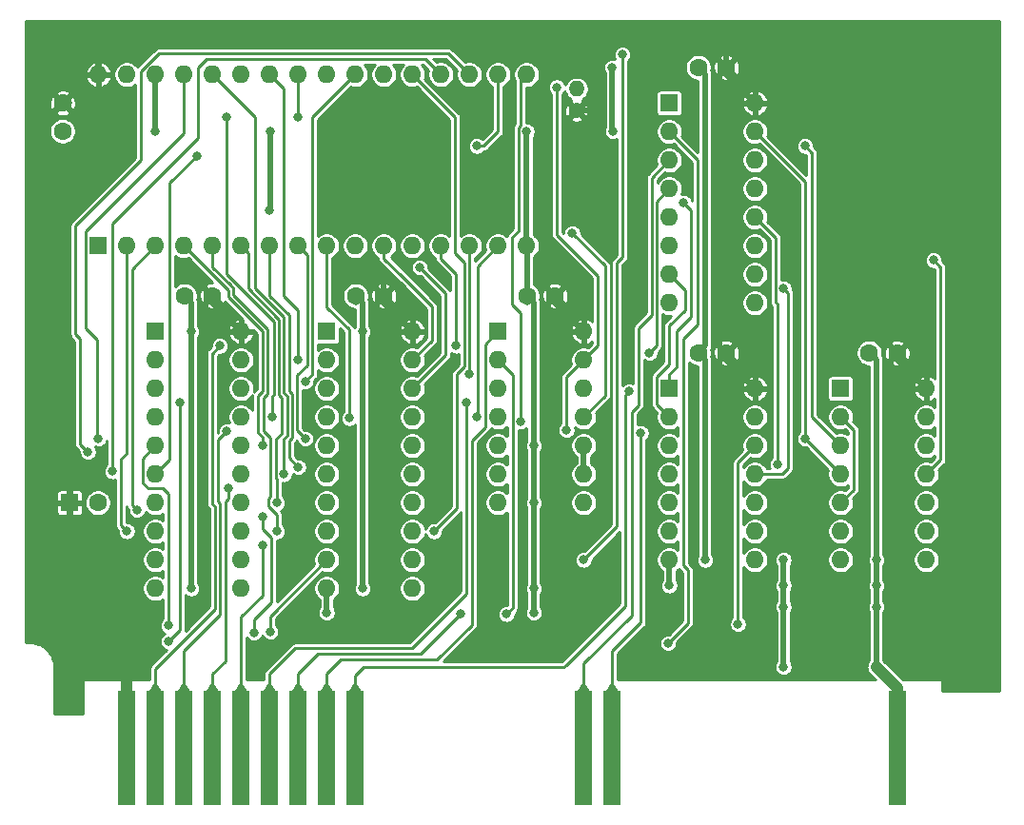
<source format=gbr>
G04 #@! TF.GenerationSoftware,KiCad,Pcbnew,(5.1.8)-1*
G04 #@! TF.CreationDate,2021-03-23T16:42:47+09:00*
G04 #@! TF.ProjectId,NEW_KANJI_ROM,4e45575f-4b41-44e4-9a49-5f524f4d2e6b,rev?*
G04 #@! TF.SameCoordinates,PX312c610PY9b45830*
G04 #@! TF.FileFunction,Copper,L2,Bot*
G04 #@! TF.FilePolarity,Positive*
%FSLAX46Y46*%
G04 Gerber Fmt 4.6, Leading zero omitted, Abs format (unit mm)*
G04 Created by KiCad (PCBNEW (5.1.8)-1) date 2021-03-23 16:42:47*
%MOMM*%
%LPD*%
G01*
G04 APERTURE LIST*
G04 #@! TA.AperFunction,ConnectorPad*
%ADD10R,1.524000X10.160000*%
G04 #@! TD*
G04 #@! TA.AperFunction,SMDPad,CuDef*
%ADD11C,0.100000*%
G04 #@! TD*
G04 #@! TA.AperFunction,ComponentPad*
%ADD12R,1.600000X1.600000*%
G04 #@! TD*
G04 #@! TA.AperFunction,ComponentPad*
%ADD13O,1.600000X1.600000*%
G04 #@! TD*
G04 #@! TA.AperFunction,ComponentPad*
%ADD14C,1.400000*%
G04 #@! TD*
G04 #@! TA.AperFunction,ComponentPad*
%ADD15O,1.400000X1.400000*%
G04 #@! TD*
G04 #@! TA.AperFunction,ComponentPad*
%ADD16C,1.600000*%
G04 #@! TD*
G04 #@! TA.AperFunction,ViaPad*
%ADD17C,0.800000*%
G04 #@! TD*
G04 #@! TA.AperFunction,Conductor*
%ADD18C,0.500000*%
G04 #@! TD*
G04 #@! TA.AperFunction,Conductor*
%ADD19C,1.000000*%
G04 #@! TD*
G04 #@! TA.AperFunction,Conductor*
%ADD20C,0.250000*%
G04 #@! TD*
G04 #@! TA.AperFunction,Conductor*
%ADD21C,0.254000*%
G04 #@! TD*
G04 #@! TA.AperFunction,Conductor*
%ADD22C,0.100000*%
G04 #@! TD*
G04 APERTURE END LIST*
D10*
X77978000Y6350000D03*
X52578000Y6350000D03*
X50038000Y6350000D03*
X29718000Y6350000D03*
X27178000Y6350000D03*
X24638000Y6350000D03*
X22098000Y6350000D03*
X19558000Y6350000D03*
X17018000Y6350000D03*
X14478000Y6350000D03*
X11938000Y6350000D03*
X9398000Y6350000D03*
G04 #@! TA.AperFunction,SMDPad,CuDef*
D11*
G36*
X29093000Y11311000D02*
G01*
X29713000Y12311000D01*
X29723000Y12311000D01*
X30343000Y11311000D01*
X29093000Y11311000D01*
G37*
G04 #@! TD.AperFunction*
G04 #@! TA.AperFunction,SMDPad,CuDef*
G36*
X26553000Y11311000D02*
G01*
X27173000Y12311000D01*
X27183000Y12311000D01*
X27803000Y11311000D01*
X26553000Y11311000D01*
G37*
G04 #@! TD.AperFunction*
G04 #@! TA.AperFunction,SMDPad,CuDef*
G36*
X24013000Y11311000D02*
G01*
X24633000Y12311000D01*
X24643000Y12311000D01*
X25263000Y11311000D01*
X24013000Y11311000D01*
G37*
G04 #@! TD.AperFunction*
G04 #@! TA.AperFunction,SMDPad,CuDef*
G36*
X21473000Y11311000D02*
G01*
X22093000Y12311000D01*
X22103000Y12311000D01*
X22723000Y11311000D01*
X21473000Y11311000D01*
G37*
G04 #@! TD.AperFunction*
G04 #@! TA.AperFunction,SMDPad,CuDef*
G36*
X18933000Y11311000D02*
G01*
X19553000Y12311000D01*
X19563000Y12311000D01*
X20183000Y11311000D01*
X18933000Y11311000D01*
G37*
G04 #@! TD.AperFunction*
G04 #@! TA.AperFunction,SMDPad,CuDef*
G36*
X16393000Y11311000D02*
G01*
X17013000Y12311000D01*
X17023000Y12311000D01*
X17643000Y11311000D01*
X16393000Y11311000D01*
G37*
G04 #@! TD.AperFunction*
G04 #@! TA.AperFunction,SMDPad,CuDef*
G36*
X13853000Y11311000D02*
G01*
X14473000Y12311000D01*
X14483000Y12311000D01*
X15103000Y11311000D01*
X13853000Y11311000D01*
G37*
G04 #@! TD.AperFunction*
G04 #@! TA.AperFunction,SMDPad,CuDef*
G36*
X11313000Y11311000D02*
G01*
X11933000Y12311000D01*
X11943000Y12311000D01*
X12563000Y11311000D01*
X11313000Y11311000D01*
G37*
G04 #@! TD.AperFunction*
G04 #@! TA.AperFunction,SMDPad,CuDef*
G36*
X49413000Y11311000D02*
G01*
X50033000Y12311000D01*
X50043000Y12311000D01*
X50663000Y11311000D01*
X49413000Y11311000D01*
G37*
G04 #@! TD.AperFunction*
G04 #@! TA.AperFunction,SMDPad,CuDef*
G36*
X51953000Y11311000D02*
G01*
X52573000Y12311000D01*
X52583000Y12311000D01*
X53203000Y11311000D01*
X51953000Y11311000D01*
G37*
G04 #@! TD.AperFunction*
D12*
X27178000Y43434000D03*
D13*
X34798000Y20574000D03*
X27178000Y40894000D03*
X34798000Y23114000D03*
X27178000Y38354000D03*
X34798000Y25654000D03*
X27178000Y35814000D03*
X34798000Y28194000D03*
X27178000Y33274000D03*
X34798000Y30734000D03*
X27178000Y30734000D03*
X34798000Y33274000D03*
X27178000Y28194000D03*
X34798000Y35814000D03*
X27178000Y25654000D03*
X34798000Y38354000D03*
X27178000Y23114000D03*
X34798000Y40894000D03*
X27178000Y20574000D03*
X34798000Y43434000D03*
D12*
X6858000Y51054000D03*
D13*
X44958000Y66294000D03*
X9398000Y51054000D03*
X42418000Y66294000D03*
X11938000Y51054000D03*
X39878000Y66294000D03*
X14478000Y51054000D03*
X37338000Y66294000D03*
X17018000Y51054000D03*
X34798000Y66294000D03*
X19558000Y51054000D03*
X32258000Y66294000D03*
X22098000Y51054000D03*
X29718000Y66294000D03*
X24638000Y51054000D03*
X27178000Y66294000D03*
X27178000Y51054000D03*
X24638000Y66294000D03*
X29718000Y51054000D03*
X22098000Y66294000D03*
X32258000Y51054000D03*
X19558000Y66294000D03*
X34798000Y51054000D03*
X17018000Y66294000D03*
X37338000Y51054000D03*
X14478000Y66294000D03*
X39878000Y51054000D03*
X11938000Y66294000D03*
X42418000Y51054000D03*
X9398000Y66294000D03*
X44958000Y51054000D03*
X6858000Y66294000D03*
D12*
X72898000Y38354000D03*
D13*
X80518000Y23114000D03*
X72898000Y35814000D03*
X80518000Y25654000D03*
X72898000Y33274000D03*
X80518000Y28194000D03*
X72898000Y30734000D03*
X80518000Y30734000D03*
X72898000Y28194000D03*
X80518000Y33274000D03*
X72898000Y25654000D03*
X80518000Y35814000D03*
X72898000Y23114000D03*
X80518000Y38354000D03*
D12*
X57658000Y38354000D03*
D13*
X65278000Y23114000D03*
X57658000Y35814000D03*
X65278000Y25654000D03*
X57658000Y33274000D03*
X65278000Y28194000D03*
X57658000Y30734000D03*
X65278000Y30734000D03*
X57658000Y28194000D03*
X65278000Y33274000D03*
X57658000Y25654000D03*
X65278000Y35814000D03*
X57658000Y23114000D03*
X65278000Y38354000D03*
D12*
X42418000Y43434000D03*
D13*
X50038000Y28194000D03*
X42418000Y40894000D03*
X50038000Y30734000D03*
X42418000Y38354000D03*
X50038000Y33274000D03*
X42418000Y35814000D03*
X50038000Y35814000D03*
X42418000Y33274000D03*
X50038000Y38354000D03*
X42418000Y30734000D03*
X50038000Y40894000D03*
X42418000Y28194000D03*
X50038000Y43434000D03*
D12*
X57658000Y63754000D03*
D13*
X65278000Y45974000D03*
X57658000Y61214000D03*
X65278000Y48514000D03*
X57658000Y58674000D03*
X65278000Y51054000D03*
X57658000Y56134000D03*
X65278000Y53594000D03*
X57658000Y53594000D03*
X65278000Y56134000D03*
X57658000Y51054000D03*
X65278000Y58674000D03*
X57658000Y48514000D03*
X65278000Y61214000D03*
X57658000Y45974000D03*
X65278000Y63754000D03*
D12*
X11938000Y43434000D03*
D13*
X19558000Y20574000D03*
X11938000Y40894000D03*
X19558000Y23114000D03*
X11938000Y38354000D03*
X19558000Y25654000D03*
X11938000Y35814000D03*
X19558000Y28194000D03*
X11938000Y33274000D03*
X19558000Y30734000D03*
X11938000Y30734000D03*
X19558000Y33274000D03*
X11938000Y28194000D03*
X19558000Y35814000D03*
X11938000Y25654000D03*
X19558000Y38354000D03*
X11938000Y23114000D03*
X19558000Y40894000D03*
X11938000Y20574000D03*
X19558000Y43434000D03*
D14*
X49403000Y63119000D03*
D15*
X49403000Y65019000D03*
D16*
X77938000Y41529000D03*
X75438000Y41529000D03*
X62738000Y41529000D03*
X60238000Y41529000D03*
X47498000Y46609000D03*
X44998000Y46609000D03*
X62738000Y66929000D03*
X60238000Y66929000D03*
X32258000Y46609000D03*
X29758000Y46609000D03*
X17018000Y46609000D03*
X14518000Y46609000D03*
D12*
X4318000Y28194000D03*
D16*
X6818000Y28194000D03*
X3683000Y63754000D03*
X3683000Y61254000D03*
D17*
X22098000Y54229000D03*
X67818000Y13589000D03*
X67818000Y23114000D03*
X76073000Y13589000D03*
X11938000Y61214000D03*
X52618000Y61254000D03*
X52578000Y66929000D03*
X15113000Y20574000D03*
X30353000Y20574000D03*
X45593000Y20574000D03*
X60833000Y23114000D03*
X76073000Y23114000D03*
X44958000Y61214000D03*
X15113000Y43434000D03*
X30353000Y43434000D03*
X45593000Y28194000D03*
X45593000Y33274000D03*
X67818000Y18923000D03*
X76073000Y18923000D03*
X57658000Y20828000D03*
X67818000Y20828000D03*
X76073000Y20828000D03*
X22138000Y61254000D03*
X27178000Y18415000D03*
X45593000Y18415000D03*
X16383000Y19304000D03*
X31623000Y19304000D03*
X46863000Y19304000D03*
X62103000Y19939000D03*
X77343000Y19939000D03*
X8128000Y19304000D03*
X79883000Y13589000D03*
X54478000Y45344000D03*
X3683000Y45974000D03*
X4953000Y57404000D03*
X54483000Y57404000D03*
X29718000Y57404000D03*
X57544800Y15698400D03*
X63758660Y17394340D03*
X39624000Y37085806D03*
X43180000Y18288000D03*
X39115998Y18288000D03*
X54102000Y38100000D03*
X55118000Y34417000D03*
X18288000Y34544000D03*
X40513000Y35814010D03*
X14097000Y37084000D03*
X39878000Y39624000D03*
X13081000Y15875000D03*
X6858000Y33909000D03*
X17653000Y42164000D03*
X38702979Y42164000D03*
X23367994Y30734000D03*
X50038000Y23114000D03*
X53476400Y68072000D03*
X24638000Y40894000D03*
X35432990Y49149000D03*
X22352000Y35814000D03*
X24638000Y62484000D03*
X18288000Y62484000D03*
X29173001Y35723999D03*
X69723000Y59944000D03*
X25273000Y33909000D03*
X25273000Y38989000D03*
X24638000Y31369000D03*
X22733000Y28194000D03*
X36703000Y25654000D03*
X22167953Y16694049D03*
X22733000Y25654000D03*
X21463000Y24384000D03*
X8128000Y30987988D03*
X21463000Y33274000D03*
X5929100Y32700100D03*
X21463000Y26924000D03*
X20701000Y16637000D03*
X10287000Y27559000D03*
X40513000Y59944000D03*
X15621000Y59055000D03*
X18415000Y29464000D03*
X9398000Y25654000D03*
X44450000Y35433000D03*
X13081000Y17272000D03*
X69723008Y33909000D03*
X67309998Y31622998D03*
X58928000Y54864000D03*
X47642700Y65168700D03*
X48514000Y34671000D03*
X49022000Y52197000D03*
X81153000Y49784000D03*
X55880000Y41529000D03*
X67818000Y47244000D03*
D18*
X60238000Y41569000D02*
X60833000Y42164000D01*
X60833000Y42164000D02*
X60833000Y66334000D01*
X60833000Y66334000D02*
X60238000Y66929000D01*
X60198000Y41529000D02*
X60238000Y41569000D01*
X76073000Y13589000D02*
X76073000Y18923000D01*
X67818000Y23114000D02*
X67818000Y20828000D01*
X52578000Y66929000D02*
X52578000Y61294000D01*
X52578000Y61294000D02*
X52618000Y61254000D01*
X11938000Y66294000D02*
X11938000Y61214000D01*
X75478000Y41529000D02*
X75478000Y41569000D01*
X75478000Y41529000D02*
X75478000Y41489000D01*
X75478000Y41489000D02*
X76073000Y40894000D01*
X76073000Y40894000D02*
X76073000Y23114000D01*
X60198000Y41529000D02*
X60833000Y40894000D01*
X60833000Y40894000D02*
X60833000Y23114000D01*
X29758000Y46609000D02*
X29758000Y46569000D01*
X29758000Y46569000D02*
X30353000Y45974000D01*
X30353000Y45974000D02*
X30353000Y20574000D01*
X14478000Y46609000D02*
X15113000Y45974000D01*
X15113000Y45974000D02*
X15113000Y43434000D01*
X44998000Y46609000D02*
X44998000Y51014000D01*
X44998000Y51014000D02*
X44958000Y51054000D01*
X44998000Y46609000D02*
X44998000Y46014000D01*
X29758000Y46609000D02*
X29758000Y46014000D01*
X75438000Y41569000D02*
X75478000Y41529000D01*
X44958000Y51054000D02*
X44958000Y61214000D01*
D19*
X76073000Y13589000D02*
X77978000Y11684000D01*
X77978000Y5969000D02*
X77978000Y11684000D01*
D18*
X15113000Y43434000D02*
X15113000Y20574000D01*
X50038000Y33274000D02*
X50038000Y30734000D01*
X67818000Y18923000D02*
X67818000Y13589000D01*
X76073000Y18923000D02*
X76073000Y20828000D01*
X67818000Y20828000D02*
X67818000Y18923000D01*
X76073000Y20828000D02*
X76073000Y23114000D01*
X45593000Y45974000D02*
X45593000Y20574000D01*
X44998000Y46569000D02*
X45593000Y45974000D01*
X44998000Y46609000D02*
X44998000Y46569000D01*
X57658000Y20828000D02*
X57658000Y23114000D01*
X22138000Y54269000D02*
X22098000Y54229000D01*
X22138000Y61254000D02*
X22138000Y54269000D01*
X27178000Y20574000D02*
X27178000Y18415000D01*
X45593000Y20574000D02*
X45593000Y18415000D01*
D20*
X28448000Y49149000D02*
X28448000Y52959000D01*
X30988000Y52959000D02*
X30988000Y49149000D01*
X30988000Y49149000D02*
X28448000Y49149000D01*
D18*
X3683000Y63754000D02*
X4318000Y63754000D01*
X4318000Y19304000D02*
X4318000Y28194000D01*
X16978000Y46609000D02*
X16978000Y46569000D01*
X16978000Y46569000D02*
X16383000Y45974000D01*
X16383000Y45974000D02*
X16383000Y19304000D01*
X47498000Y46609000D02*
X46863000Y45974000D01*
X46863000Y45974000D02*
X46863000Y19304000D01*
X62698000Y41529000D02*
X62698000Y41489000D01*
X62698000Y41489000D02*
X62103000Y40894000D01*
X62103000Y40894000D02*
X62103000Y19939000D01*
X77343000Y19939000D02*
X77343000Y15494000D01*
X77343000Y15494000D02*
X79883000Y15494000D01*
X79883000Y15494000D02*
X79883000Y13589000D01*
X4318000Y19304000D02*
X8128000Y19304000D01*
X77978000Y41529000D02*
X77343000Y40894000D01*
X77343000Y40894000D02*
X77343000Y19939000D01*
D19*
X9398000Y5969000D02*
X9398000Y14224000D01*
D18*
X9398000Y14224000D02*
X4318000Y14224000D01*
X4318000Y14224000D02*
X4318000Y19304000D01*
X54478000Y45344000D02*
X54478000Y66924000D01*
X54478000Y66924000D02*
X56388000Y68834000D01*
X56388000Y68834000D02*
X62738000Y68834000D01*
X62738000Y68834000D02*
X62738000Y66929000D01*
X62738000Y66929000D02*
X62103000Y66294000D01*
X62103000Y66294000D02*
X62103000Y42124000D01*
X62103000Y42124000D02*
X62698000Y41529000D01*
X77978000Y41529000D02*
X77978000Y40894000D01*
X77978000Y40894000D02*
X80518000Y38354000D01*
X62698000Y41529000D02*
X62698000Y40934000D01*
X62698000Y40934000D02*
X65278000Y38354000D01*
X62738000Y66929000D02*
X62738000Y66294000D01*
X62738000Y66294000D02*
X65278000Y63754000D01*
X47498000Y46609000D02*
X47498000Y45974000D01*
X47498000Y45974000D02*
X50038000Y43434000D01*
X32258000Y46609000D02*
X32258000Y45974000D01*
X32258000Y45974000D02*
X34798000Y43434000D01*
X16978000Y46609000D02*
X16978000Y46014000D01*
X16978000Y46014000D02*
X19558000Y43434000D01*
X4318000Y42418000D02*
X4318000Y28194000D01*
X3683000Y43053000D02*
X4318000Y42418000D01*
X3683000Y45974000D02*
X3683000Y43053000D01*
X49403000Y63119000D02*
X51308000Y63119000D01*
X51308000Y63119000D02*
X51308000Y70104000D01*
X51308000Y70104000D02*
X56388000Y70104000D01*
X56388000Y70104000D02*
X56388000Y68834000D01*
X51308000Y70104000D02*
X6858000Y70104000D01*
X6858000Y70104000D02*
X6858000Y66294000D01*
X31623000Y45974000D02*
X32258000Y46609000D01*
X31623000Y19304000D02*
X31623000Y45974000D01*
X3683000Y54864000D02*
X3683000Y45974000D01*
X4953000Y56134000D02*
X3683000Y54864000D01*
X4953000Y58039000D02*
X4953000Y57404000D01*
X2413000Y60579000D02*
X4953000Y58039000D01*
X2413000Y62484000D02*
X2413000Y60579000D01*
X3683000Y63754000D02*
X2413000Y62484000D01*
X4953000Y57404000D02*
X4953000Y56134000D01*
X29718000Y52959000D02*
X29718000Y57404000D01*
D20*
X28448000Y52959000D02*
X29718000Y52959000D01*
X29718000Y52959000D02*
X30988000Y52959000D01*
D18*
X32258000Y46609000D02*
X32258000Y47879000D01*
X32258000Y47879000D02*
X30988000Y49149000D01*
D20*
X60198000Y58674000D02*
X57658000Y61214000D01*
X60198000Y44069000D02*
X60198000Y58674000D01*
X58928000Y42799000D02*
X60198000Y44069000D01*
X58928000Y22606000D02*
X58928000Y42799000D01*
X59332700Y22201300D02*
X58928000Y22606000D01*
X59332700Y17486300D02*
X59332700Y22201300D01*
X57544800Y15698400D02*
X59332700Y17486300D01*
X65278000Y33274000D02*
X63758660Y31754660D01*
X63758660Y31754660D02*
X63758660Y17394340D01*
X39624000Y35630008D02*
X39624000Y37085806D01*
X39624000Y20123004D02*
X39624000Y37085806D01*
X34740996Y15240000D02*
X39624000Y20123004D01*
X24384000Y15240000D02*
X34740996Y15240000D01*
X22098000Y12954000D02*
X24384000Y15240000D01*
X22098000Y5969000D02*
X22098000Y12954000D01*
X43706999Y18814999D02*
X43180000Y18288000D01*
X43706999Y39605001D02*
X43706999Y18814999D01*
X42418000Y40894000D02*
X43706999Y39605001D01*
X35559998Y14732000D02*
X39115998Y18288000D01*
X26416000Y14732000D02*
X35559998Y14732000D01*
X24638000Y12954000D02*
X26416000Y14732000D01*
X24638000Y5969000D02*
X24638000Y12954000D01*
X41292999Y42308999D02*
X42418000Y43434000D01*
X41292999Y34942999D02*
X41292999Y42308999D01*
X40074010Y33724010D02*
X41292999Y34942999D01*
X40074010Y17318410D02*
X40074010Y33724010D01*
X36979600Y14224000D02*
X40074010Y17318410D01*
X28448000Y14224000D02*
X36979600Y14224000D01*
X27178000Y12954000D02*
X28448000Y14224000D01*
X27178000Y5969000D02*
X27178000Y12954000D01*
X53702001Y19031001D02*
X53702001Y37700001D01*
X53702001Y37700001D02*
X54102000Y38100000D01*
X29718000Y6350000D02*
X29718000Y12827000D01*
X29718000Y12827000D02*
X30480000Y13589000D01*
X48260000Y13589000D02*
X48450500Y13779500D01*
X30480000Y13589000D02*
X48260000Y13589000D01*
X48450500Y13779500D02*
X53702001Y19031001D01*
X54898998Y43722998D02*
X56082400Y44906400D01*
X56082400Y57098400D02*
X57658000Y58674000D01*
X54298010Y36264010D02*
X54898998Y36864998D01*
X54298010Y18166510D02*
X54298010Y36264010D01*
X56082400Y44906400D02*
X56082400Y57098400D01*
X50038000Y13906500D02*
X54298010Y18166510D01*
X54898998Y36864998D02*
X54898998Y43722998D01*
X50038000Y5969000D02*
X50038000Y13906500D01*
X52578000Y14986000D02*
X55118000Y17526000D01*
X52578000Y6350000D02*
X52578000Y14986000D01*
X55118000Y17526000D02*
X55118000Y34417000D01*
X42418000Y51054000D02*
X40603001Y49239001D01*
X40603001Y35904011D02*
X40513000Y35814010D01*
X40603001Y49239001D02*
X40603001Y35904011D01*
X17526000Y33782000D02*
X18288000Y34544000D01*
X17526000Y28321000D02*
X17526000Y33782000D01*
X17702750Y18238250D02*
X17702750Y28144250D01*
X14478000Y15013500D02*
X17702750Y18238250D01*
X17702750Y28144250D02*
X17526000Y28321000D01*
X14478000Y5969000D02*
X14478000Y15013500D01*
X39878000Y51054000D02*
X39878000Y39624000D01*
X14097000Y37084000D02*
X14097000Y16891000D01*
X14097000Y16891000D02*
X13081000Y15875000D01*
X6748250Y34018750D02*
X6858000Y33909000D01*
X6748250Y42689250D02*
X6748250Y34018750D01*
X5732999Y43704501D02*
X6748250Y42689250D01*
X5732999Y52341999D02*
X5732999Y43704501D01*
X14478000Y61087000D02*
X5732999Y52341999D01*
X14478000Y66294000D02*
X14478000Y61087000D01*
X37338000Y51054000D02*
X37338000Y49922630D01*
X37338000Y49922630D02*
X38702979Y48557651D01*
X38702979Y48557651D02*
X38702979Y42164000D01*
X11938000Y13428700D02*
X11938000Y5969000D01*
X17252740Y18743440D02*
X11938000Y13428700D01*
X17252740Y27839280D02*
X17252740Y18743440D01*
X16958010Y28134010D02*
X17252740Y27839280D01*
X16958010Y41469010D02*
X16958010Y28134010D01*
X17653000Y42164000D02*
X16958010Y41469010D01*
X23647979Y34187569D02*
X23367994Y33907584D01*
X23367994Y33907584D02*
X23367994Y30734000D01*
X23647979Y37694431D02*
X23647979Y34187569D01*
X23367994Y37974416D02*
X23647979Y37694431D01*
X20828000Y47244000D02*
X23367994Y44704006D01*
X20828000Y62484000D02*
X20828000Y47244000D01*
X23367994Y44704006D02*
X23367994Y37974416D01*
X17018000Y66294000D02*
X20828000Y62484000D01*
X53476400Y50047400D02*
X53476400Y68072000D01*
X52989900Y26065900D02*
X52989900Y49560900D01*
X50038000Y23114000D02*
X52989900Y26065900D01*
X52989900Y49560900D02*
X53476400Y50047400D01*
X32258000Y51054000D02*
X32258000Y49928700D01*
X34235350Y47951350D02*
X33672700Y48514000D01*
X32258000Y49928700D02*
X34235350Y47951350D01*
X35433000Y41529000D02*
X34798000Y40894000D01*
X36542600Y45644100D02*
X34235350Y47951350D01*
X36542600Y42638600D02*
X36542600Y45644100D01*
X34798000Y40894000D02*
X36542600Y42638600D01*
X24638000Y45339000D02*
X24638000Y40894000D01*
X23368000Y46609000D02*
X24638000Y45339000D01*
X23368000Y65024000D02*
X23368000Y46609000D01*
X22098000Y66294000D02*
X23368000Y65024000D01*
X37750500Y41306500D02*
X37750500Y46831490D01*
X34798000Y38354000D02*
X37750500Y41306500D01*
X37750500Y46831490D02*
X35432990Y49149000D01*
X24638000Y62484000D02*
X24638000Y66294000D01*
X19043021Y47756159D02*
X19043020Y47761800D01*
X22467974Y44331206D02*
X19043021Y47756159D01*
X22467974Y37832154D02*
X22467974Y44331206D01*
X22352000Y37716180D02*
X22467974Y37832154D01*
X22352000Y35814000D02*
X22352000Y37716180D01*
X19043020Y47761800D02*
X18288000Y48516820D01*
X18288000Y48516820D02*
X18288000Y62484000D01*
X34798000Y35814000D02*
X34163000Y35814000D01*
X27178000Y45619002D02*
X27178000Y51054000D01*
X29173001Y43624001D02*
X27178000Y45619002D01*
X29173001Y35723999D02*
X29173001Y43624001D01*
X70358000Y35814000D02*
X72898000Y33274000D01*
X70358000Y59309000D02*
X70358000Y35814000D01*
X69723000Y59944000D02*
X70358000Y59309000D01*
X25437999Y50254001D02*
X24638000Y51054000D01*
X25437999Y40423999D02*
X25437999Y50254001D01*
X24547999Y39533999D02*
X25437999Y40423999D01*
X24547999Y34634001D02*
X24547999Y39533999D01*
X25273000Y33909000D02*
X24547999Y34634001D01*
X29718000Y66294000D02*
X25908000Y62484000D01*
X25908000Y62484000D02*
X25908000Y39624000D01*
X25908000Y39624000D02*
X25273000Y38989000D01*
X22098000Y46610410D02*
X22098000Y51054000D01*
X23818003Y44890407D02*
X22098000Y46610410D01*
X23818003Y38160817D02*
X23818003Y44890407D01*
X24097989Y37880831D02*
X23818003Y38160817D01*
X24097989Y34001169D02*
X24097989Y37880831D01*
X23818003Y33721183D02*
X24097989Y34001169D01*
X23818003Y32188997D02*
X23818003Y33721183D01*
X24638000Y31369000D02*
X23818003Y32188997D01*
X20193000Y50419000D02*
X19558000Y51054000D01*
X20193000Y47242590D02*
X20193000Y50419000D01*
X22917984Y37788016D02*
X22917984Y44517606D01*
X22917984Y44517606D02*
X20193000Y47242590D01*
X23197969Y37508031D02*
X22917984Y37788016D01*
X22642999Y33818999D02*
X23197969Y34373969D01*
X23197969Y34373969D02*
X23197969Y37508031D01*
X22642999Y32094001D02*
X22642999Y33818999D01*
X22642993Y32093995D02*
X22642999Y32094001D01*
X22642993Y30385999D02*
X22642993Y32093995D01*
X22733000Y30295992D02*
X22642993Y30385999D01*
X22733000Y28194000D02*
X22733000Y30295992D01*
X38735000Y39624000D02*
X38735000Y27686000D01*
X39427989Y40316989D02*
X38735000Y39624000D01*
X39427989Y49599011D02*
X39427989Y40316989D01*
X38735000Y27686000D02*
X36703000Y25654000D01*
X38608000Y50419000D02*
X39427989Y49599011D01*
X38608000Y62484000D02*
X38608000Y50419000D01*
X34798000Y66294000D02*
X38608000Y62484000D01*
X27178000Y23114000D02*
X22167953Y18103953D01*
X22167953Y18103953D02*
X22167953Y16694049D01*
X22007999Y27845999D02*
X22733000Y27120998D01*
X17018000Y51054000D02*
X17018000Y49150410D01*
X17018000Y49150410D02*
X18593010Y47575400D01*
X22007999Y28542001D02*
X22007999Y27845999D01*
X18593010Y47575400D02*
X18593010Y47569760D01*
X21913010Y37913600D02*
X21532010Y37532600D01*
X22733000Y27120998D02*
X22733000Y25654000D01*
X18593010Y47569760D02*
X18860205Y47302565D01*
X22188001Y33947409D02*
X22188001Y28722003D01*
X18860205Y47302565D02*
X18860205Y46673205D01*
X21532010Y34603400D02*
X22188001Y33947409D01*
X18860205Y46673205D02*
X21913010Y43620400D01*
X21913010Y43620400D02*
X21913010Y37913600D01*
X21532010Y37532600D02*
X21532010Y34603400D01*
X22188001Y28722003D02*
X22007999Y28542001D01*
X8128000Y53070400D02*
X8128000Y30987988D01*
X15748000Y60690400D02*
X8128000Y53070400D01*
X15748000Y66929000D02*
X15748000Y60690400D01*
X16510000Y67691000D02*
X15748000Y66929000D01*
X35941000Y67691000D02*
X16510000Y67691000D01*
X37338000Y66294000D02*
X35941000Y67691000D01*
X19558000Y12954000D02*
X19558000Y5969000D01*
X19558000Y18034000D02*
X19558000Y12954000D01*
X21463000Y19939000D02*
X19558000Y18034000D01*
X21463000Y24384000D02*
X21463000Y19939000D01*
X21463000Y34036000D02*
X21463000Y33274000D01*
X21082000Y34417000D02*
X21463000Y34036000D01*
X21082000Y37719000D02*
X21082000Y34417000D01*
X21463000Y38100000D02*
X21082000Y37719000D01*
X21463000Y43434000D02*
X21463000Y38100000D01*
X18410195Y46486805D02*
X21463000Y43434000D01*
X18410195Y47116165D02*
X18410195Y46486805D01*
X18143001Y47383359D02*
X18410195Y47116165D01*
X18143001Y47388999D02*
X18143001Y47383359D01*
X14478000Y51054000D02*
X18143001Y47388999D01*
X5241200Y33388000D02*
X5929100Y32700100D01*
X5241200Y42764800D02*
X5241200Y33388000D01*
X4832979Y43173021D02*
X5241200Y42764800D01*
X10668000Y58674000D02*
X4832979Y52838979D01*
X10668000Y66616800D02*
X10668000Y58674000D01*
X12250200Y68199000D02*
X10668000Y66616800D01*
X37973000Y68199000D02*
X12250200Y68199000D01*
X4832979Y52838979D02*
X4832979Y43173021D01*
X39878000Y66294000D02*
X37973000Y68199000D01*
X20701000Y17780000D02*
X20701000Y16637000D01*
X22243999Y19322999D02*
X20701000Y17780000D01*
X22243999Y25069999D02*
X22243999Y19322999D01*
X21463000Y25850998D02*
X22243999Y25069999D01*
X21463000Y26924000D02*
X21463000Y25850998D01*
X9848010Y27997990D02*
X10287000Y27559000D01*
X9848010Y48964010D02*
X9848010Y27997990D01*
X11938000Y51054000D02*
X9848010Y48964010D01*
X40513000Y59944000D02*
X41148000Y59944000D01*
X41148000Y59944000D02*
X42418000Y61214000D01*
X42418000Y61214000D02*
X42418000Y66294000D01*
X13208004Y56642004D02*
X15621000Y59055000D01*
X13208004Y32004004D02*
X13208004Y56642004D01*
X11938000Y30734000D02*
X13208004Y32004004D01*
X18415000Y29464000D02*
X18432700Y29446300D01*
X17018000Y12954000D02*
X17018000Y5969000D01*
X18152760Y14088760D02*
X17018000Y12954000D01*
X18415000Y28575000D02*
X18152760Y28312760D01*
X18152760Y28312760D02*
X18152760Y14088760D01*
X18415000Y29464000D02*
X18415000Y28575000D01*
X8853001Y32040999D02*
X8853001Y26198999D01*
X9398000Y32585998D02*
X8853001Y32040999D01*
X8853001Y26198999D02*
X9398000Y25654000D01*
X9398000Y51054000D02*
X9398000Y32585998D01*
X44450000Y45085000D02*
X44450000Y35433000D01*
X43688000Y45847000D02*
X44450000Y45085000D01*
X44232999Y61562001D02*
X44232999Y52360999D01*
X43688000Y51816000D02*
X43688000Y45847000D01*
X44450000Y61779002D02*
X44232999Y61562001D01*
X44450000Y65786000D02*
X44450000Y61779002D01*
X44232999Y52360999D02*
X43688000Y51816000D01*
X44958000Y66294000D02*
X44450000Y65786000D01*
X12573000Y29464000D02*
X13081000Y28956000D01*
X11938000Y33274000D02*
X10812999Y32148999D01*
X10812999Y32148999D02*
X10812999Y29954001D01*
X10812999Y29954001D02*
X11303000Y29464000D01*
X11303000Y29464000D02*
X12573000Y29464000D01*
X13081000Y28956000D02*
X13081000Y17272000D01*
X69723008Y56768992D02*
X69723008Y33909000D01*
X72898000Y30734000D02*
X69723008Y33908992D01*
X69723008Y33908992D02*
X69723008Y33909000D01*
X65278000Y61214000D02*
X69723008Y56768992D01*
X65278000Y53594000D02*
X67092999Y51779001D01*
X67309998Y45847002D02*
X67092999Y46064001D01*
X67309998Y31622998D02*
X67309998Y45847002D01*
X67092999Y51779001D02*
X67092999Y46064001D01*
X57658000Y39624000D02*
X57658000Y38354000D01*
X58293000Y40259000D02*
X57658000Y39624000D01*
X58293000Y43434000D02*
X58293000Y40259000D01*
X59563000Y44704000D02*
X58293000Y43434000D01*
X59563000Y54229000D02*
X59563000Y44704000D01*
X58928000Y54864000D02*
X59563000Y54229000D01*
X59055000Y47117000D02*
X57658000Y48514000D01*
X59055000Y45339000D02*
X59055000Y47117000D01*
X57658000Y43942000D02*
X59055000Y45339000D01*
X57658000Y40539002D02*
X57658000Y43942000D01*
X56532999Y36939001D02*
X56532999Y39414001D01*
X56532999Y39414001D02*
X57658000Y40539002D01*
X57658000Y35814000D02*
X56532999Y36939001D01*
X74023300Y34688700D02*
X72898000Y35814000D01*
X74023300Y29319300D02*
X74023300Y34688700D01*
X72898000Y28194000D02*
X74023300Y29319300D01*
X51308000Y42164000D02*
X51308000Y48387000D01*
X50038000Y40894000D02*
X51308000Y42164000D01*
X51308000Y48387000D02*
X47642700Y52052300D01*
X47642700Y52052300D02*
X47642700Y65168700D01*
X50038000Y40894000D02*
X48514000Y39370000D01*
X48514000Y39370000D02*
X48514000Y34671000D01*
X51943000Y49276000D02*
X49022000Y52197000D01*
X51943000Y37719000D02*
X51943000Y49276000D01*
X50038000Y35814000D02*
X51943000Y37719000D01*
X80518000Y30734000D02*
X81788000Y32004000D01*
X81788000Y32004000D02*
X81788000Y49149000D01*
X81788000Y49149000D02*
X81153000Y49784000D01*
X56532700Y42181700D02*
X55880000Y41529000D01*
X56532700Y55008700D02*
X56532700Y42181700D01*
X57658000Y56134000D02*
X56532700Y55008700D01*
X68217999Y31260999D02*
X68217999Y46844001D01*
X67691000Y30734000D02*
X68217999Y31260999D01*
X68217999Y46844001D02*
X67818000Y47244000D01*
X65278000Y30734000D02*
X67691000Y30734000D01*
D21*
X86970000Y11455000D02*
X81915000Y11455000D01*
X81915000Y12319000D01*
X81912560Y12343776D01*
X81905333Y12367601D01*
X81893597Y12389557D01*
X81877803Y12408803D01*
X81858557Y12424597D01*
X81836601Y12436333D01*
X81812776Y12443560D01*
X81788000Y12446000D01*
X78461922Y12446000D01*
X76704000Y14203921D01*
X76704000Y18461595D01*
X76765113Y18553058D01*
X76823987Y18695191D01*
X76854000Y18846078D01*
X76854000Y18999922D01*
X76823987Y19150809D01*
X76765113Y19292942D01*
X76704000Y19384405D01*
X76704000Y20366595D01*
X76765113Y20458058D01*
X76823987Y20600191D01*
X76854000Y20751078D01*
X76854000Y20904922D01*
X76823987Y21055809D01*
X76765113Y21197942D01*
X76704000Y21289405D01*
X76704000Y22652595D01*
X76765113Y22744058D01*
X76823987Y22886191D01*
X76854000Y23037078D01*
X76854000Y23190922D01*
X76846164Y23230318D01*
X79337000Y23230318D01*
X79337000Y22997682D01*
X79382386Y22769515D01*
X79471412Y22554587D01*
X79600658Y22361157D01*
X79765157Y22196658D01*
X79958587Y22067412D01*
X80173515Y21978386D01*
X80401682Y21933000D01*
X80634318Y21933000D01*
X80862485Y21978386D01*
X81077413Y22067412D01*
X81270843Y22196658D01*
X81435342Y22361157D01*
X81564588Y22554587D01*
X81653614Y22769515D01*
X81699000Y22997682D01*
X81699000Y23230318D01*
X81653614Y23458485D01*
X81564588Y23673413D01*
X81435342Y23866843D01*
X81270843Y24031342D01*
X81077413Y24160588D01*
X80862485Y24249614D01*
X80634318Y24295000D01*
X80401682Y24295000D01*
X80173515Y24249614D01*
X79958587Y24160588D01*
X79765157Y24031342D01*
X79600658Y23866843D01*
X79471412Y23673413D01*
X79382386Y23458485D01*
X79337000Y23230318D01*
X76846164Y23230318D01*
X76823987Y23341809D01*
X76765113Y23483942D01*
X76704000Y23575405D01*
X76704000Y25770318D01*
X79337000Y25770318D01*
X79337000Y25537682D01*
X79382386Y25309515D01*
X79471412Y25094587D01*
X79600658Y24901157D01*
X79765157Y24736658D01*
X79958587Y24607412D01*
X80173515Y24518386D01*
X80401682Y24473000D01*
X80634318Y24473000D01*
X80862485Y24518386D01*
X81077413Y24607412D01*
X81270843Y24736658D01*
X81435342Y24901157D01*
X81564588Y25094587D01*
X81653614Y25309515D01*
X81699000Y25537682D01*
X81699000Y25770318D01*
X81653614Y25998485D01*
X81564588Y26213413D01*
X81435342Y26406843D01*
X81270843Y26571342D01*
X81077413Y26700588D01*
X80862485Y26789614D01*
X80634318Y26835000D01*
X80401682Y26835000D01*
X80173515Y26789614D01*
X79958587Y26700588D01*
X79765157Y26571342D01*
X79600658Y26406843D01*
X79471412Y26213413D01*
X79382386Y25998485D01*
X79337000Y25770318D01*
X76704000Y25770318D01*
X76704000Y28310318D01*
X79337000Y28310318D01*
X79337000Y28077682D01*
X79382386Y27849515D01*
X79471412Y27634587D01*
X79600658Y27441157D01*
X79765157Y27276658D01*
X79958587Y27147412D01*
X80173515Y27058386D01*
X80401682Y27013000D01*
X80634318Y27013000D01*
X80862485Y27058386D01*
X81077413Y27147412D01*
X81270843Y27276658D01*
X81435342Y27441157D01*
X81564588Y27634587D01*
X81653614Y27849515D01*
X81699000Y28077682D01*
X81699000Y28310318D01*
X81653614Y28538485D01*
X81564588Y28753413D01*
X81435342Y28946843D01*
X81270843Y29111342D01*
X81077413Y29240588D01*
X80862485Y29329614D01*
X80634318Y29375000D01*
X80401682Y29375000D01*
X80173515Y29329614D01*
X79958587Y29240588D01*
X79765157Y29111342D01*
X79600658Y28946843D01*
X79471412Y28753413D01*
X79382386Y28538485D01*
X79337000Y28310318D01*
X76704000Y28310318D01*
X76704000Y35930318D01*
X79337000Y35930318D01*
X79337000Y35697682D01*
X79382386Y35469515D01*
X79471412Y35254587D01*
X79600658Y35061157D01*
X79765157Y34896658D01*
X79958587Y34767412D01*
X80173515Y34678386D01*
X80401682Y34633000D01*
X80634318Y34633000D01*
X80862485Y34678386D01*
X81077413Y34767412D01*
X81270843Y34896658D01*
X81282000Y34907815D01*
X81282000Y34180185D01*
X81270843Y34191342D01*
X81077413Y34320588D01*
X80862485Y34409614D01*
X80634318Y34455000D01*
X80401682Y34455000D01*
X80173515Y34409614D01*
X79958587Y34320588D01*
X79765157Y34191342D01*
X79600658Y34026843D01*
X79471412Y33833413D01*
X79382386Y33618485D01*
X79337000Y33390318D01*
X79337000Y33157682D01*
X79382386Y32929515D01*
X79471412Y32714587D01*
X79600658Y32521157D01*
X79765157Y32356658D01*
X79958587Y32227412D01*
X80173515Y32138386D01*
X80401682Y32093000D01*
X80634318Y32093000D01*
X80862485Y32138386D01*
X81077413Y32227412D01*
X81270843Y32356658D01*
X81282000Y32367815D01*
X81282000Y32213592D01*
X80915898Y31847490D01*
X80862485Y31869614D01*
X80634318Y31915000D01*
X80401682Y31915000D01*
X80173515Y31869614D01*
X79958587Y31780588D01*
X79765157Y31651342D01*
X79600658Y31486843D01*
X79471412Y31293413D01*
X79382386Y31078485D01*
X79337000Y30850318D01*
X79337000Y30617682D01*
X79382386Y30389515D01*
X79471412Y30174587D01*
X79600658Y29981157D01*
X79765157Y29816658D01*
X79958587Y29687412D01*
X80173515Y29598386D01*
X80401682Y29553000D01*
X80634318Y29553000D01*
X80862485Y29598386D01*
X81077413Y29687412D01*
X81270843Y29816658D01*
X81435342Y29981157D01*
X81564588Y30174587D01*
X81653614Y30389515D01*
X81699000Y30617682D01*
X81699000Y30850318D01*
X81653614Y31078485D01*
X81631490Y31131898D01*
X82128220Y31628628D01*
X82147527Y31644473D01*
X82210759Y31721521D01*
X82257745Y31809425D01*
X82270298Y31850807D01*
X82286678Y31904806D01*
X82291042Y31949113D01*
X82294000Y31979146D01*
X82294000Y31979153D01*
X82296447Y32003999D01*
X82294000Y32028845D01*
X82294000Y49124146D01*
X82296448Y49149000D01*
X82286678Y49248193D01*
X82257745Y49343575D01*
X82245584Y49366326D01*
X82210759Y49431479D01*
X82147527Y49508527D01*
X82128220Y49524372D01*
X81934000Y49718592D01*
X81934000Y49860922D01*
X81903987Y50011809D01*
X81845113Y50153942D01*
X81759642Y50281859D01*
X81650859Y50390642D01*
X81522942Y50476113D01*
X81380809Y50534987D01*
X81229922Y50565000D01*
X81076078Y50565000D01*
X80925191Y50534987D01*
X80783058Y50476113D01*
X80655141Y50390642D01*
X80546358Y50281859D01*
X80460887Y50153942D01*
X80402013Y50011809D01*
X80372000Y49860922D01*
X80372000Y49707078D01*
X80402013Y49556191D01*
X80460887Y49414058D01*
X80546358Y49286141D01*
X80655141Y49177358D01*
X80783058Y49091887D01*
X80925191Y49033013D01*
X81076078Y49003000D01*
X81218408Y49003000D01*
X81282001Y48939407D01*
X81282000Y39248994D01*
X81239781Y39288777D01*
X81043546Y39411628D01*
X80827115Y39493835D01*
X80645000Y39432908D01*
X80645000Y38481000D01*
X80665000Y38481000D01*
X80665000Y38227000D01*
X80645000Y38227000D01*
X80645000Y37275092D01*
X80827115Y37214165D01*
X81043546Y37296372D01*
X81239781Y37419223D01*
X81282000Y37459006D01*
X81282000Y36720185D01*
X81270843Y36731342D01*
X81077413Y36860588D01*
X80862485Y36949614D01*
X80634318Y36995000D01*
X80401682Y36995000D01*
X80173515Y36949614D01*
X79958587Y36860588D01*
X79765157Y36731342D01*
X79600658Y36566843D01*
X79471412Y36373413D01*
X79382386Y36158485D01*
X79337000Y35930318D01*
X76704000Y35930318D01*
X76704000Y38044886D01*
X79378171Y38044886D01*
X79398527Y37977761D01*
X79493438Y37766592D01*
X79627722Y37577997D01*
X79796219Y37419223D01*
X79992454Y37296372D01*
X80208885Y37214165D01*
X80391000Y37275092D01*
X80391000Y38227000D01*
X79439703Y38227000D01*
X79378171Y38044886D01*
X76704000Y38044886D01*
X76704000Y38663114D01*
X79378171Y38663114D01*
X79439703Y38481000D01*
X80391000Y38481000D01*
X80391000Y39432908D01*
X80208885Y39493835D01*
X79992454Y39411628D01*
X79796219Y39288777D01*
X79627722Y39130003D01*
X79493438Y38941408D01*
X79398527Y38730239D01*
X79378171Y38663114D01*
X76704000Y38663114D01*
X76704000Y40672658D01*
X77261263Y40672658D01*
X77347218Y40499793D01*
X77559358Y40404313D01*
X77786048Y40352055D01*
X78018578Y40345025D01*
X78248012Y40383495D01*
X78465532Y40465986D01*
X78528782Y40499793D01*
X78614737Y40672658D01*
X77938000Y41349395D01*
X77261263Y40672658D01*
X76704000Y40672658D01*
X76704000Y40863013D01*
X76707052Y40894001D01*
X76704000Y40924989D01*
X76704000Y40924998D01*
X76694870Y41017698D01*
X76658789Y41136642D01*
X76600196Y41246261D01*
X76594233Y41253527D01*
X76588686Y41260286D01*
X76619000Y41412682D01*
X76619000Y41448422D01*
X76754025Y41448422D01*
X76792495Y41218988D01*
X76874986Y41001468D01*
X76908793Y40938218D01*
X77081658Y40852263D01*
X77758395Y41529000D01*
X78117605Y41529000D01*
X78794342Y40852263D01*
X78967207Y40938218D01*
X79062687Y41150358D01*
X79114945Y41377048D01*
X79121975Y41609578D01*
X79083505Y41839012D01*
X79001014Y42056532D01*
X78967207Y42119782D01*
X78794342Y42205737D01*
X78117605Y41529000D01*
X77758395Y41529000D01*
X77081658Y42205737D01*
X76908793Y42119782D01*
X76813313Y41907642D01*
X76761055Y41680952D01*
X76754025Y41448422D01*
X76619000Y41448422D01*
X76619000Y41645318D01*
X76573614Y41873485D01*
X76484588Y42088413D01*
X76355342Y42281843D01*
X76251843Y42385342D01*
X77261263Y42385342D01*
X77938000Y41708605D01*
X78614737Y42385342D01*
X78528782Y42558207D01*
X78316642Y42653687D01*
X78089952Y42705945D01*
X77857422Y42712975D01*
X77627988Y42674505D01*
X77410468Y42592014D01*
X77347218Y42558207D01*
X77261263Y42385342D01*
X76251843Y42385342D01*
X76190843Y42446342D01*
X75997413Y42575588D01*
X75782485Y42664614D01*
X75554318Y42710000D01*
X75321682Y42710000D01*
X75093515Y42664614D01*
X74878587Y42575588D01*
X74685157Y42446342D01*
X74520658Y42281843D01*
X74391412Y42088413D01*
X74302386Y41873485D01*
X74257000Y41645318D01*
X74257000Y41412682D01*
X74302386Y41184515D01*
X74391412Y40969587D01*
X74520658Y40776157D01*
X74685157Y40611658D01*
X74878587Y40482412D01*
X75093515Y40393386D01*
X75321682Y40348000D01*
X75442000Y40348000D01*
X75442001Y23575406D01*
X75380887Y23483942D01*
X75322013Y23341809D01*
X75292000Y23190922D01*
X75292000Y23037078D01*
X75322013Y22886191D01*
X75380887Y22744058D01*
X75442001Y22652594D01*
X75442000Y21289405D01*
X75380887Y21197942D01*
X75322013Y21055809D01*
X75292000Y20904922D01*
X75292000Y20751078D01*
X75322013Y20600191D01*
X75380887Y20458058D01*
X75442001Y20366594D01*
X75442000Y19384405D01*
X75380887Y19292942D01*
X75322013Y19150809D01*
X75292000Y18999922D01*
X75292000Y18846078D01*
X75322013Y18695191D01*
X75380887Y18553058D01*
X75442001Y18461594D01*
X75442000Y14208850D01*
X75336932Y14080825D01*
X75255125Y13927774D01*
X75204749Y13761705D01*
X75187738Y13589000D01*
X75204749Y13416295D01*
X75255125Y13250226D01*
X75336932Y13097175D01*
X75419441Y12996638D01*
X75970079Y12446000D01*
X53084000Y12446000D01*
X53084000Y14776409D01*
X55458220Y17150628D01*
X55477527Y17166473D01*
X55540759Y17243521D01*
X55587745Y17331425D01*
X55616678Y17426807D01*
X55624000Y17501146D01*
X55624000Y17501153D01*
X55626447Y17525999D01*
X55624000Y17550845D01*
X55624000Y33818499D01*
X55724642Y33919141D01*
X55810113Y34047058D01*
X55868987Y34189191D01*
X55899000Y34340078D01*
X55899000Y34493922D01*
X55868987Y34644809D01*
X55810113Y34786942D01*
X55724642Y34914859D01*
X55615859Y35023642D01*
X55487942Y35109113D01*
X55345809Y35167987D01*
X55194922Y35198000D01*
X55041078Y35198000D01*
X54890191Y35167987D01*
X54804010Y35132289D01*
X54804010Y36054419D01*
X55239218Y36489626D01*
X55258525Y36505471D01*
X55321757Y36582519D01*
X55368743Y36670423D01*
X55391191Y36744427D01*
X55397676Y36765804D01*
X55398650Y36775692D01*
X55404998Y36840144D01*
X55404998Y36840151D01*
X55407445Y36864997D01*
X55404998Y36889843D01*
X55404998Y40907086D01*
X55510058Y40836887D01*
X55652191Y40778013D01*
X55803078Y40748000D01*
X55956922Y40748000D01*
X56107809Y40778013D01*
X56249942Y40836887D01*
X56377859Y40922358D01*
X56486642Y41031141D01*
X56572113Y41159058D01*
X56630987Y41301191D01*
X56661000Y41452078D01*
X56661000Y41594408D01*
X56872920Y41806328D01*
X56892227Y41822173D01*
X56955459Y41899221D01*
X57002445Y41987125D01*
X57031378Y42082506D01*
X57032726Y42096196D01*
X57038700Y42156846D01*
X57038700Y42156853D01*
X57041147Y42181699D01*
X57038700Y42206545D01*
X57038700Y44967427D01*
X57098587Y44927412D01*
X57313515Y44838386D01*
X57541682Y44793000D01*
X57774318Y44793000D01*
X57798149Y44797740D01*
X57317780Y44317372D01*
X57298474Y44301527D01*
X57235242Y44224479D01*
X57223857Y44203179D01*
X57188255Y44136574D01*
X57159322Y44041192D01*
X57149553Y43942000D01*
X57152001Y43917144D01*
X57152000Y40748594D01*
X56192779Y39789372D01*
X56173473Y39773528D01*
X56110241Y39696480D01*
X56102027Y39681113D01*
X56063254Y39608575D01*
X56034321Y39513193D01*
X56024552Y39414001D01*
X56027000Y39389145D01*
X56026999Y36963847D01*
X56024552Y36939001D01*
X56026999Y36914155D01*
X56026999Y36914148D01*
X56034321Y36839809D01*
X56063254Y36744427D01*
X56110240Y36656522D01*
X56173472Y36579474D01*
X56192784Y36563625D01*
X56544510Y36211898D01*
X56522386Y36158485D01*
X56477000Y35930318D01*
X56477000Y35697682D01*
X56522386Y35469515D01*
X56611412Y35254587D01*
X56740658Y35061157D01*
X56905157Y34896658D01*
X57098587Y34767412D01*
X57313515Y34678386D01*
X57541682Y34633000D01*
X57774318Y34633000D01*
X58002485Y34678386D01*
X58217413Y34767412D01*
X58410843Y34896658D01*
X58422001Y34907816D01*
X58422001Y34180184D01*
X58410843Y34191342D01*
X58217413Y34320588D01*
X58002485Y34409614D01*
X57774318Y34455000D01*
X57541682Y34455000D01*
X57313515Y34409614D01*
X57098587Y34320588D01*
X56905157Y34191342D01*
X56740658Y34026843D01*
X56611412Y33833413D01*
X56522386Y33618485D01*
X56477000Y33390318D01*
X56477000Y33157682D01*
X56522386Y32929515D01*
X56611412Y32714587D01*
X56740658Y32521157D01*
X56905157Y32356658D01*
X57098587Y32227412D01*
X57313515Y32138386D01*
X57541682Y32093000D01*
X57774318Y32093000D01*
X58002485Y32138386D01*
X58217413Y32227412D01*
X58410843Y32356658D01*
X58422000Y32367815D01*
X58422000Y31640185D01*
X58410843Y31651342D01*
X58217413Y31780588D01*
X58002485Y31869614D01*
X57774318Y31915000D01*
X57541682Y31915000D01*
X57313515Y31869614D01*
X57098587Y31780588D01*
X56905157Y31651342D01*
X56740658Y31486843D01*
X56611412Y31293413D01*
X56522386Y31078485D01*
X56477000Y30850318D01*
X56477000Y30617682D01*
X56522386Y30389515D01*
X56611412Y30174587D01*
X56740658Y29981157D01*
X56905157Y29816658D01*
X57098587Y29687412D01*
X57313515Y29598386D01*
X57541682Y29553000D01*
X57774318Y29553000D01*
X58002485Y29598386D01*
X58217413Y29687412D01*
X58410843Y29816658D01*
X58422000Y29827815D01*
X58422000Y29100185D01*
X58410843Y29111342D01*
X58217413Y29240588D01*
X58002485Y29329614D01*
X57774318Y29375000D01*
X57541682Y29375000D01*
X57313515Y29329614D01*
X57098587Y29240588D01*
X56905157Y29111342D01*
X56740658Y28946843D01*
X56611412Y28753413D01*
X56522386Y28538485D01*
X56477000Y28310318D01*
X56477000Y28077682D01*
X56522386Y27849515D01*
X56611412Y27634587D01*
X56740658Y27441157D01*
X56905157Y27276658D01*
X57098587Y27147412D01*
X57313515Y27058386D01*
X57541682Y27013000D01*
X57774318Y27013000D01*
X58002485Y27058386D01*
X58217413Y27147412D01*
X58410843Y27276658D01*
X58422000Y27287815D01*
X58422000Y26560185D01*
X58410843Y26571342D01*
X58217413Y26700588D01*
X58002485Y26789614D01*
X57774318Y26835000D01*
X57541682Y26835000D01*
X57313515Y26789614D01*
X57098587Y26700588D01*
X56905157Y26571342D01*
X56740658Y26406843D01*
X56611412Y26213413D01*
X56522386Y25998485D01*
X56477000Y25770318D01*
X56477000Y25537682D01*
X56522386Y25309515D01*
X56611412Y25094587D01*
X56740658Y24901157D01*
X56905157Y24736658D01*
X57098587Y24607412D01*
X57313515Y24518386D01*
X57541682Y24473000D01*
X57774318Y24473000D01*
X58002485Y24518386D01*
X58217413Y24607412D01*
X58410843Y24736658D01*
X58422000Y24747815D01*
X58422000Y24020185D01*
X58410843Y24031342D01*
X58217413Y24160588D01*
X58002485Y24249614D01*
X57774318Y24295000D01*
X57541682Y24295000D01*
X57313515Y24249614D01*
X57098587Y24160588D01*
X56905157Y24031342D01*
X56740658Y23866843D01*
X56611412Y23673413D01*
X56522386Y23458485D01*
X56477000Y23230318D01*
X56477000Y22997682D01*
X56522386Y22769515D01*
X56611412Y22554587D01*
X56740658Y22361157D01*
X56905157Y22196658D01*
X57027001Y22115245D01*
X57027000Y21289405D01*
X56965887Y21197942D01*
X56907013Y21055809D01*
X56877000Y20904922D01*
X56877000Y20751078D01*
X56907013Y20600191D01*
X56965887Y20458058D01*
X57051358Y20330141D01*
X57160141Y20221358D01*
X57288058Y20135887D01*
X57430191Y20077013D01*
X57581078Y20047000D01*
X57734922Y20047000D01*
X57885809Y20077013D01*
X58027942Y20135887D01*
X58155859Y20221358D01*
X58264642Y20330141D01*
X58350113Y20458058D01*
X58408987Y20600191D01*
X58439000Y20751078D01*
X58439000Y20904922D01*
X58408987Y21055809D01*
X58350113Y21197942D01*
X58289000Y21289405D01*
X58289000Y22115245D01*
X58410843Y22196658D01*
X58519875Y22305690D01*
X58568473Y22246473D01*
X58587785Y22230624D01*
X58826701Y21991707D01*
X58826700Y17695892D01*
X57610209Y16479400D01*
X57467878Y16479400D01*
X57316991Y16449387D01*
X57174858Y16390513D01*
X57046941Y16305042D01*
X56938158Y16196259D01*
X56852687Y16068342D01*
X56793813Y15926209D01*
X56763800Y15775322D01*
X56763800Y15621478D01*
X56793813Y15470591D01*
X56852687Y15328458D01*
X56938158Y15200541D01*
X57046941Y15091758D01*
X57174858Y15006287D01*
X57316991Y14947413D01*
X57467878Y14917400D01*
X57621722Y14917400D01*
X57772609Y14947413D01*
X57914742Y15006287D01*
X58042659Y15091758D01*
X58151442Y15200541D01*
X58236913Y15328458D01*
X58295787Y15470591D01*
X58325800Y15621478D01*
X58325800Y15763809D01*
X59672920Y17110928D01*
X59692227Y17126773D01*
X59755459Y17203821D01*
X59802445Y17291725D01*
X59826033Y17369486D01*
X59831378Y17387106D01*
X59833104Y17404630D01*
X59838700Y17461446D01*
X59838700Y17461453D01*
X59839666Y17471262D01*
X62977660Y17471262D01*
X62977660Y17317418D01*
X63007673Y17166531D01*
X63066547Y17024398D01*
X63152018Y16896481D01*
X63260801Y16787698D01*
X63388718Y16702227D01*
X63530851Y16643353D01*
X63681738Y16613340D01*
X63835582Y16613340D01*
X63986469Y16643353D01*
X64128602Y16702227D01*
X64256519Y16787698D01*
X64365302Y16896481D01*
X64450773Y17024398D01*
X64509647Y17166531D01*
X64539660Y17317418D01*
X64539660Y17471262D01*
X64509647Y17622149D01*
X64450773Y17764282D01*
X64365302Y17892199D01*
X64264660Y17992841D01*
X64264660Y22504828D01*
X64360658Y22361157D01*
X64525157Y22196658D01*
X64718587Y22067412D01*
X64933515Y21978386D01*
X65161682Y21933000D01*
X65394318Y21933000D01*
X65622485Y21978386D01*
X65837413Y22067412D01*
X66030843Y22196658D01*
X66195342Y22361157D01*
X66324588Y22554587D01*
X66413614Y22769515D01*
X66459000Y22997682D01*
X66459000Y23190922D01*
X67037000Y23190922D01*
X67037000Y23037078D01*
X67067013Y22886191D01*
X67125887Y22744058D01*
X67187000Y22652595D01*
X67187001Y21289406D01*
X67125887Y21197942D01*
X67067013Y21055809D01*
X67037000Y20904922D01*
X67037000Y20751078D01*
X67067013Y20600191D01*
X67125887Y20458058D01*
X67187000Y20366595D01*
X67187001Y19384406D01*
X67125887Y19292942D01*
X67067013Y19150809D01*
X67037000Y18999922D01*
X67037000Y18846078D01*
X67067013Y18695191D01*
X67125887Y18553058D01*
X67187000Y18461595D01*
X67187001Y14050406D01*
X67125887Y13958942D01*
X67067013Y13816809D01*
X67037000Y13665922D01*
X67037000Y13512078D01*
X67067013Y13361191D01*
X67125887Y13219058D01*
X67211358Y13091141D01*
X67320141Y12982358D01*
X67448058Y12896887D01*
X67590191Y12838013D01*
X67741078Y12808000D01*
X67894922Y12808000D01*
X68045809Y12838013D01*
X68187942Y12896887D01*
X68315859Y12982358D01*
X68424642Y13091141D01*
X68510113Y13219058D01*
X68568987Y13361191D01*
X68599000Y13512078D01*
X68599000Y13665922D01*
X68568987Y13816809D01*
X68510113Y13958942D01*
X68449000Y14050405D01*
X68449000Y18461595D01*
X68510113Y18553058D01*
X68568987Y18695191D01*
X68599000Y18846078D01*
X68599000Y18999922D01*
X68568987Y19150809D01*
X68510113Y19292942D01*
X68449000Y19384405D01*
X68449000Y20366595D01*
X68510113Y20458058D01*
X68568987Y20600191D01*
X68599000Y20751078D01*
X68599000Y20904922D01*
X68568987Y21055809D01*
X68510113Y21197942D01*
X68449000Y21289405D01*
X68449000Y22652595D01*
X68510113Y22744058D01*
X68568987Y22886191D01*
X68599000Y23037078D01*
X68599000Y23190922D01*
X68591164Y23230318D01*
X71717000Y23230318D01*
X71717000Y22997682D01*
X71762386Y22769515D01*
X71851412Y22554587D01*
X71980658Y22361157D01*
X72145157Y22196658D01*
X72338587Y22067412D01*
X72553515Y21978386D01*
X72781682Y21933000D01*
X73014318Y21933000D01*
X73242485Y21978386D01*
X73457413Y22067412D01*
X73650843Y22196658D01*
X73815342Y22361157D01*
X73944588Y22554587D01*
X74033614Y22769515D01*
X74079000Y22997682D01*
X74079000Y23230318D01*
X74033614Y23458485D01*
X73944588Y23673413D01*
X73815342Y23866843D01*
X73650843Y24031342D01*
X73457413Y24160588D01*
X73242485Y24249614D01*
X73014318Y24295000D01*
X72781682Y24295000D01*
X72553515Y24249614D01*
X72338587Y24160588D01*
X72145157Y24031342D01*
X71980658Y23866843D01*
X71851412Y23673413D01*
X71762386Y23458485D01*
X71717000Y23230318D01*
X68591164Y23230318D01*
X68568987Y23341809D01*
X68510113Y23483942D01*
X68424642Y23611859D01*
X68315859Y23720642D01*
X68187942Y23806113D01*
X68045809Y23864987D01*
X67894922Y23895000D01*
X67741078Y23895000D01*
X67590191Y23864987D01*
X67448058Y23806113D01*
X67320141Y23720642D01*
X67211358Y23611859D01*
X67125887Y23483942D01*
X67067013Y23341809D01*
X67037000Y23190922D01*
X66459000Y23190922D01*
X66459000Y23230318D01*
X66413614Y23458485D01*
X66324588Y23673413D01*
X66195342Y23866843D01*
X66030843Y24031342D01*
X65837413Y24160588D01*
X65622485Y24249614D01*
X65394318Y24295000D01*
X65161682Y24295000D01*
X64933515Y24249614D01*
X64718587Y24160588D01*
X64525157Y24031342D01*
X64360658Y23866843D01*
X64264660Y23723172D01*
X64264660Y25044828D01*
X64360658Y24901157D01*
X64525157Y24736658D01*
X64718587Y24607412D01*
X64933515Y24518386D01*
X65161682Y24473000D01*
X65394318Y24473000D01*
X65622485Y24518386D01*
X65837413Y24607412D01*
X66030843Y24736658D01*
X66195342Y24901157D01*
X66324588Y25094587D01*
X66413614Y25309515D01*
X66459000Y25537682D01*
X66459000Y25770318D01*
X71717000Y25770318D01*
X71717000Y25537682D01*
X71762386Y25309515D01*
X71851412Y25094587D01*
X71980658Y24901157D01*
X72145157Y24736658D01*
X72338587Y24607412D01*
X72553515Y24518386D01*
X72781682Y24473000D01*
X73014318Y24473000D01*
X73242485Y24518386D01*
X73457413Y24607412D01*
X73650843Y24736658D01*
X73815342Y24901157D01*
X73944588Y25094587D01*
X74033614Y25309515D01*
X74079000Y25537682D01*
X74079000Y25770318D01*
X74033614Y25998485D01*
X73944588Y26213413D01*
X73815342Y26406843D01*
X73650843Y26571342D01*
X73457413Y26700588D01*
X73242485Y26789614D01*
X73014318Y26835000D01*
X72781682Y26835000D01*
X72553515Y26789614D01*
X72338587Y26700588D01*
X72145157Y26571342D01*
X71980658Y26406843D01*
X71851412Y26213413D01*
X71762386Y25998485D01*
X71717000Y25770318D01*
X66459000Y25770318D01*
X66413614Y25998485D01*
X66324588Y26213413D01*
X66195342Y26406843D01*
X66030843Y26571342D01*
X65837413Y26700588D01*
X65622485Y26789614D01*
X65394318Y26835000D01*
X65161682Y26835000D01*
X64933515Y26789614D01*
X64718587Y26700588D01*
X64525157Y26571342D01*
X64360658Y26406843D01*
X64264660Y26263172D01*
X64264660Y27584828D01*
X64360658Y27441157D01*
X64525157Y27276658D01*
X64718587Y27147412D01*
X64933515Y27058386D01*
X65161682Y27013000D01*
X65394318Y27013000D01*
X65622485Y27058386D01*
X65837413Y27147412D01*
X66030843Y27276658D01*
X66195342Y27441157D01*
X66324588Y27634587D01*
X66413614Y27849515D01*
X66459000Y28077682D01*
X66459000Y28310318D01*
X66413614Y28538485D01*
X66324588Y28753413D01*
X66195342Y28946843D01*
X66030843Y29111342D01*
X65837413Y29240588D01*
X65622485Y29329614D01*
X65394318Y29375000D01*
X65161682Y29375000D01*
X64933515Y29329614D01*
X64718587Y29240588D01*
X64525157Y29111342D01*
X64360658Y28946843D01*
X64264660Y28803172D01*
X64264660Y30124828D01*
X64360658Y29981157D01*
X64525157Y29816658D01*
X64718587Y29687412D01*
X64933515Y29598386D01*
X65161682Y29553000D01*
X65394318Y29553000D01*
X65622485Y29598386D01*
X65837413Y29687412D01*
X66030843Y29816658D01*
X66195342Y29981157D01*
X66324588Y30174587D01*
X66346712Y30228000D01*
X67666154Y30228000D01*
X67691000Y30225553D01*
X67715846Y30228000D01*
X67715854Y30228000D01*
X67790193Y30235322D01*
X67885575Y30264255D01*
X67973479Y30311241D01*
X68050527Y30374473D01*
X68066376Y30393785D01*
X68558219Y30885627D01*
X68577526Y30901472D01*
X68640758Y30978520D01*
X68687744Y31066424D01*
X68691403Y31078485D01*
X68716677Y31161805D01*
X68720462Y31200239D01*
X68723999Y31236145D01*
X68723999Y31236152D01*
X68726446Y31260998D01*
X68723999Y31285844D01*
X68723999Y46819156D01*
X68726446Y46844002D01*
X68723999Y46868848D01*
X68723999Y46868855D01*
X68716677Y46943194D01*
X68687744Y47038576D01*
X68640758Y47126480D01*
X68599000Y47177362D01*
X68599000Y47320922D01*
X68568987Y47471809D01*
X68510113Y47613942D01*
X68424642Y47741859D01*
X68315859Y47850642D01*
X68187942Y47936113D01*
X68045809Y47994987D01*
X67894922Y48025000D01*
X67741078Y48025000D01*
X67598999Y47996739D01*
X67598999Y51754156D01*
X67601446Y51779002D01*
X67598999Y51803848D01*
X67598999Y51803855D01*
X67591677Y51878194D01*
X67587716Y51891254D01*
X67562744Y51973576D01*
X67537514Y52020777D01*
X67515758Y52061480D01*
X67452526Y52138528D01*
X67433219Y52154373D01*
X66391490Y53196102D01*
X66413614Y53249515D01*
X66459000Y53477682D01*
X66459000Y53710318D01*
X66413614Y53938485D01*
X66324588Y54153413D01*
X66195342Y54346843D01*
X66030843Y54511342D01*
X65837413Y54640588D01*
X65622485Y54729614D01*
X65394318Y54775000D01*
X65161682Y54775000D01*
X64933515Y54729614D01*
X64718587Y54640588D01*
X64525157Y54511342D01*
X64360658Y54346843D01*
X64231412Y54153413D01*
X64142386Y53938485D01*
X64097000Y53710318D01*
X64097000Y53477682D01*
X64142386Y53249515D01*
X64231412Y53034587D01*
X64360658Y52841157D01*
X64525157Y52676658D01*
X64718587Y52547412D01*
X64933515Y52458386D01*
X65161682Y52413000D01*
X65394318Y52413000D01*
X65622485Y52458386D01*
X65675898Y52480510D01*
X66586999Y51569409D01*
X66587000Y46088857D01*
X66584552Y46064001D01*
X66594321Y45964809D01*
X66623254Y45869427D01*
X66635003Y45847447D01*
X66670241Y45781522D01*
X66733473Y45704474D01*
X66752780Y45688629D01*
X66803999Y45637410D01*
X66803998Y32221499D01*
X66703356Y32120857D01*
X66617885Y31992940D01*
X66559011Y31850807D01*
X66528998Y31699920D01*
X66528998Y31546076D01*
X66559011Y31395189D01*
X66617885Y31253056D01*
X66626609Y31240000D01*
X66346712Y31240000D01*
X66324588Y31293413D01*
X66195342Y31486843D01*
X66030843Y31651342D01*
X65837413Y31780588D01*
X65622485Y31869614D01*
X65394318Y31915000D01*
X65161682Y31915000D01*
X64933515Y31869614D01*
X64718587Y31780588D01*
X64525157Y31651342D01*
X64360658Y31486843D01*
X64264660Y31343172D01*
X64264660Y31545069D01*
X64880102Y32160510D01*
X64933515Y32138386D01*
X65161682Y32093000D01*
X65394318Y32093000D01*
X65622485Y32138386D01*
X65837413Y32227412D01*
X66030843Y32356658D01*
X66195342Y32521157D01*
X66324588Y32714587D01*
X66413614Y32929515D01*
X66459000Y33157682D01*
X66459000Y33390318D01*
X66413614Y33618485D01*
X66324588Y33833413D01*
X66195342Y34026843D01*
X66030843Y34191342D01*
X65837413Y34320588D01*
X65622485Y34409614D01*
X65394318Y34455000D01*
X65161682Y34455000D01*
X64933515Y34409614D01*
X64718587Y34320588D01*
X64525157Y34191342D01*
X64360658Y34026843D01*
X64231412Y33833413D01*
X64142386Y33618485D01*
X64097000Y33390318D01*
X64097000Y33157682D01*
X64142386Y32929515D01*
X64164510Y32876102D01*
X63418445Y32130036D01*
X63399133Y32114187D01*
X63335901Y32037139D01*
X63288915Y31949234D01*
X63259982Y31853852D01*
X63252660Y31779513D01*
X63252660Y31779506D01*
X63250213Y31754660D01*
X63252660Y31729814D01*
X63252661Y17992842D01*
X63152018Y17892199D01*
X63066547Y17764282D01*
X63007673Y17622149D01*
X62977660Y17471262D01*
X59839666Y17471262D01*
X59841147Y17486299D01*
X59838700Y17511145D01*
X59838700Y22176455D01*
X59841147Y22201301D01*
X59838700Y22226147D01*
X59838700Y22226154D01*
X59831378Y22300493D01*
X59824393Y22323522D01*
X59802445Y22395875D01*
X59788541Y22421887D01*
X59755459Y22483779D01*
X59692227Y22560827D01*
X59672920Y22576672D01*
X59434000Y22815591D01*
X59434000Y40662815D01*
X59485157Y40611658D01*
X59678587Y40482412D01*
X59893515Y40393386D01*
X60121682Y40348000D01*
X60202000Y40348000D01*
X60202001Y23575406D01*
X60140887Y23483942D01*
X60082013Y23341809D01*
X60052000Y23190922D01*
X60052000Y23037078D01*
X60082013Y22886191D01*
X60140887Y22744058D01*
X60226358Y22616141D01*
X60335141Y22507358D01*
X60463058Y22421887D01*
X60605191Y22363013D01*
X60756078Y22333000D01*
X60909922Y22333000D01*
X61060809Y22363013D01*
X61202942Y22421887D01*
X61330859Y22507358D01*
X61439642Y22616141D01*
X61525113Y22744058D01*
X61583987Y22886191D01*
X61614000Y23037078D01*
X61614000Y23190922D01*
X61583987Y23341809D01*
X61525113Y23483942D01*
X61464000Y23575405D01*
X61464000Y35930318D01*
X64097000Y35930318D01*
X64097000Y35697682D01*
X64142386Y35469515D01*
X64231412Y35254587D01*
X64360658Y35061157D01*
X64525157Y34896658D01*
X64718587Y34767412D01*
X64933515Y34678386D01*
X65161682Y34633000D01*
X65394318Y34633000D01*
X65622485Y34678386D01*
X65837413Y34767412D01*
X66030843Y34896658D01*
X66195342Y35061157D01*
X66324588Y35254587D01*
X66413614Y35469515D01*
X66459000Y35697682D01*
X66459000Y35930318D01*
X66413614Y36158485D01*
X66324588Y36373413D01*
X66195342Y36566843D01*
X66030843Y36731342D01*
X65837413Y36860588D01*
X65622485Y36949614D01*
X65394318Y36995000D01*
X65161682Y36995000D01*
X64933515Y36949614D01*
X64718587Y36860588D01*
X64525157Y36731342D01*
X64360658Y36566843D01*
X64231412Y36373413D01*
X64142386Y36158485D01*
X64097000Y35930318D01*
X61464000Y35930318D01*
X61464000Y38044886D01*
X64138171Y38044886D01*
X64158527Y37977761D01*
X64253438Y37766592D01*
X64387722Y37577997D01*
X64556219Y37419223D01*
X64752454Y37296372D01*
X64968885Y37214165D01*
X65151000Y37275092D01*
X65151000Y38227000D01*
X65405000Y38227000D01*
X65405000Y37275092D01*
X65587115Y37214165D01*
X65803546Y37296372D01*
X65999781Y37419223D01*
X66168278Y37577997D01*
X66302562Y37766592D01*
X66397473Y37977761D01*
X66417829Y38044886D01*
X66356297Y38227000D01*
X65405000Y38227000D01*
X65151000Y38227000D01*
X64199703Y38227000D01*
X64138171Y38044886D01*
X61464000Y38044886D01*
X61464000Y38663114D01*
X64138171Y38663114D01*
X64199703Y38481000D01*
X65151000Y38481000D01*
X65151000Y39432908D01*
X65405000Y39432908D01*
X65405000Y38481000D01*
X66356297Y38481000D01*
X66417829Y38663114D01*
X66397473Y38730239D01*
X66302562Y38941408D01*
X66168278Y39130003D01*
X65999781Y39288777D01*
X65803546Y39411628D01*
X65587115Y39493835D01*
X65405000Y39432908D01*
X65151000Y39432908D01*
X64968885Y39493835D01*
X64752454Y39411628D01*
X64556219Y39288777D01*
X64387722Y39130003D01*
X64253438Y38941408D01*
X64158527Y38730239D01*
X64138171Y38663114D01*
X61464000Y38663114D01*
X61464000Y40672658D01*
X62061263Y40672658D01*
X62147218Y40499793D01*
X62359358Y40404313D01*
X62586048Y40352055D01*
X62818578Y40345025D01*
X63048012Y40383495D01*
X63265532Y40465986D01*
X63328782Y40499793D01*
X63414737Y40672658D01*
X62738000Y41349395D01*
X62061263Y40672658D01*
X61464000Y40672658D01*
X61464000Y40863002D01*
X61467053Y40894000D01*
X61454870Y41017698D01*
X61418789Y41136642D01*
X61378926Y41211220D01*
X61419000Y41412682D01*
X61419000Y41448422D01*
X61554025Y41448422D01*
X61592495Y41218988D01*
X61674986Y41001468D01*
X61708793Y40938218D01*
X61881658Y40852263D01*
X62558395Y41529000D01*
X62917605Y41529000D01*
X63594342Y40852263D01*
X63767207Y40938218D01*
X63862687Y41150358D01*
X63914945Y41377048D01*
X63921975Y41609578D01*
X63883505Y41839012D01*
X63801014Y42056532D01*
X63767207Y42119782D01*
X63594342Y42205737D01*
X62917605Y41529000D01*
X62558395Y41529000D01*
X61881658Y42205737D01*
X61708793Y42119782D01*
X61613313Y41907642D01*
X61561055Y41680952D01*
X61554025Y41448422D01*
X61419000Y41448422D01*
X61419000Y41645318D01*
X61378926Y41846780D01*
X61418789Y41921358D01*
X61422511Y41933629D01*
X61454870Y42040302D01*
X61464000Y42133002D01*
X61464000Y42133011D01*
X61467052Y42163999D01*
X61464000Y42194987D01*
X61464000Y42385342D01*
X62061263Y42385342D01*
X62738000Y41708605D01*
X63414737Y42385342D01*
X63328782Y42558207D01*
X63116642Y42653687D01*
X62889952Y42705945D01*
X62657422Y42712975D01*
X62427988Y42674505D01*
X62210468Y42592014D01*
X62147218Y42558207D01*
X62061263Y42385342D01*
X61464000Y42385342D01*
X61464000Y46090318D01*
X64097000Y46090318D01*
X64097000Y45857682D01*
X64142386Y45629515D01*
X64231412Y45414587D01*
X64360658Y45221157D01*
X64525157Y45056658D01*
X64718587Y44927412D01*
X64933515Y44838386D01*
X65161682Y44793000D01*
X65394318Y44793000D01*
X65622485Y44838386D01*
X65837413Y44927412D01*
X66030843Y45056658D01*
X66195342Y45221157D01*
X66324588Y45414587D01*
X66413614Y45629515D01*
X66459000Y45857682D01*
X66459000Y46090318D01*
X66413614Y46318485D01*
X66324588Y46533413D01*
X66195342Y46726843D01*
X66030843Y46891342D01*
X65837413Y47020588D01*
X65622485Y47109614D01*
X65394318Y47155000D01*
X65161682Y47155000D01*
X64933515Y47109614D01*
X64718587Y47020588D01*
X64525157Y46891342D01*
X64360658Y46726843D01*
X64231412Y46533413D01*
X64142386Y46318485D01*
X64097000Y46090318D01*
X61464000Y46090318D01*
X61464000Y48630318D01*
X64097000Y48630318D01*
X64097000Y48397682D01*
X64142386Y48169515D01*
X64231412Y47954587D01*
X64360658Y47761157D01*
X64525157Y47596658D01*
X64718587Y47467412D01*
X64933515Y47378386D01*
X65161682Y47333000D01*
X65394318Y47333000D01*
X65622485Y47378386D01*
X65837413Y47467412D01*
X66030843Y47596658D01*
X66195342Y47761157D01*
X66324588Y47954587D01*
X66413614Y48169515D01*
X66459000Y48397682D01*
X66459000Y48630318D01*
X66413614Y48858485D01*
X66324588Y49073413D01*
X66195342Y49266843D01*
X66030843Y49431342D01*
X65837413Y49560588D01*
X65622485Y49649614D01*
X65394318Y49695000D01*
X65161682Y49695000D01*
X64933515Y49649614D01*
X64718587Y49560588D01*
X64525157Y49431342D01*
X64360658Y49266843D01*
X64231412Y49073413D01*
X64142386Y48858485D01*
X64097000Y48630318D01*
X61464000Y48630318D01*
X61464000Y51170318D01*
X64097000Y51170318D01*
X64097000Y50937682D01*
X64142386Y50709515D01*
X64231412Y50494587D01*
X64360658Y50301157D01*
X64525157Y50136658D01*
X64718587Y50007412D01*
X64933515Y49918386D01*
X65161682Y49873000D01*
X65394318Y49873000D01*
X65622485Y49918386D01*
X65837413Y50007412D01*
X66030843Y50136658D01*
X66195342Y50301157D01*
X66324588Y50494587D01*
X66413614Y50709515D01*
X66459000Y50937682D01*
X66459000Y51170318D01*
X66413614Y51398485D01*
X66324588Y51613413D01*
X66195342Y51806843D01*
X66030843Y51971342D01*
X65837413Y52100588D01*
X65622485Y52189614D01*
X65394318Y52235000D01*
X65161682Y52235000D01*
X64933515Y52189614D01*
X64718587Y52100588D01*
X64525157Y51971342D01*
X64360658Y51806843D01*
X64231412Y51613413D01*
X64142386Y51398485D01*
X64097000Y51170318D01*
X61464000Y51170318D01*
X61464000Y56250318D01*
X64097000Y56250318D01*
X64097000Y56017682D01*
X64142386Y55789515D01*
X64231412Y55574587D01*
X64360658Y55381157D01*
X64525157Y55216658D01*
X64718587Y55087412D01*
X64933515Y54998386D01*
X65161682Y54953000D01*
X65394318Y54953000D01*
X65622485Y54998386D01*
X65837413Y55087412D01*
X66030843Y55216658D01*
X66195342Y55381157D01*
X66324588Y55574587D01*
X66413614Y55789515D01*
X66459000Y56017682D01*
X66459000Y56250318D01*
X66413614Y56478485D01*
X66324588Y56693413D01*
X66195342Y56886843D01*
X66030843Y57051342D01*
X65837413Y57180588D01*
X65622485Y57269614D01*
X65394318Y57315000D01*
X65161682Y57315000D01*
X64933515Y57269614D01*
X64718587Y57180588D01*
X64525157Y57051342D01*
X64360658Y56886843D01*
X64231412Y56693413D01*
X64142386Y56478485D01*
X64097000Y56250318D01*
X61464000Y56250318D01*
X61464000Y58790318D01*
X64097000Y58790318D01*
X64097000Y58557682D01*
X64142386Y58329515D01*
X64231412Y58114587D01*
X64360658Y57921157D01*
X64525157Y57756658D01*
X64718587Y57627412D01*
X64933515Y57538386D01*
X65161682Y57493000D01*
X65394318Y57493000D01*
X65622485Y57538386D01*
X65837413Y57627412D01*
X66030843Y57756658D01*
X66195342Y57921157D01*
X66324588Y58114587D01*
X66413614Y58329515D01*
X66459000Y58557682D01*
X66459000Y58790318D01*
X66413614Y59018485D01*
X66324588Y59233413D01*
X66195342Y59426843D01*
X66030843Y59591342D01*
X65837413Y59720588D01*
X65622485Y59809614D01*
X65394318Y59855000D01*
X65161682Y59855000D01*
X64933515Y59809614D01*
X64718587Y59720588D01*
X64525157Y59591342D01*
X64360658Y59426843D01*
X64231412Y59233413D01*
X64142386Y59018485D01*
X64097000Y58790318D01*
X61464000Y58790318D01*
X61464000Y61330318D01*
X64097000Y61330318D01*
X64097000Y61097682D01*
X64142386Y60869515D01*
X64231412Y60654587D01*
X64360658Y60461157D01*
X64525157Y60296658D01*
X64718587Y60167412D01*
X64933515Y60078386D01*
X65161682Y60033000D01*
X65394318Y60033000D01*
X65622485Y60078386D01*
X65675898Y60100511D01*
X69217008Y56559400D01*
X69217009Y34507502D01*
X69116366Y34406859D01*
X69030895Y34278942D01*
X68972021Y34136809D01*
X68942008Y33985922D01*
X68942008Y33832078D01*
X68972021Y33681191D01*
X69030895Y33539058D01*
X69116366Y33411141D01*
X69225149Y33302358D01*
X69353066Y33216887D01*
X69495199Y33158013D01*
X69646086Y33128000D01*
X69788409Y33128000D01*
X71784510Y31131898D01*
X71762386Y31078485D01*
X71717000Y30850318D01*
X71717000Y30617682D01*
X71762386Y30389515D01*
X71851412Y30174587D01*
X71980658Y29981157D01*
X72145157Y29816658D01*
X72338587Y29687412D01*
X72553515Y29598386D01*
X72781682Y29553000D01*
X73014318Y29553000D01*
X73242485Y29598386D01*
X73457413Y29687412D01*
X73517300Y29727427D01*
X73517300Y29528892D01*
X73295898Y29307490D01*
X73242485Y29329614D01*
X73014318Y29375000D01*
X72781682Y29375000D01*
X72553515Y29329614D01*
X72338587Y29240588D01*
X72145157Y29111342D01*
X71980658Y28946843D01*
X71851412Y28753413D01*
X71762386Y28538485D01*
X71717000Y28310318D01*
X71717000Y28077682D01*
X71762386Y27849515D01*
X71851412Y27634587D01*
X71980658Y27441157D01*
X72145157Y27276658D01*
X72338587Y27147412D01*
X72553515Y27058386D01*
X72781682Y27013000D01*
X73014318Y27013000D01*
X73242485Y27058386D01*
X73457413Y27147412D01*
X73650843Y27276658D01*
X73815342Y27441157D01*
X73944588Y27634587D01*
X74033614Y27849515D01*
X74079000Y28077682D01*
X74079000Y28310318D01*
X74033614Y28538485D01*
X74011490Y28591898D01*
X74363520Y28943928D01*
X74382827Y28959773D01*
X74446059Y29036821D01*
X74493045Y29124725D01*
X74521978Y29220107D01*
X74529300Y29294446D01*
X74529300Y29294447D01*
X74531748Y29319300D01*
X74529300Y29344154D01*
X74529300Y34663846D01*
X74531748Y34688700D01*
X74521978Y34787893D01*
X74493045Y34883275D01*
X74491190Y34886745D01*
X74446059Y34971179D01*
X74382827Y35048227D01*
X74363520Y35064072D01*
X74011490Y35416102D01*
X74033614Y35469515D01*
X74079000Y35697682D01*
X74079000Y35930318D01*
X74033614Y36158485D01*
X73944588Y36373413D01*
X73815342Y36566843D01*
X73650843Y36731342D01*
X73457413Y36860588D01*
X73242485Y36949614D01*
X73014318Y36995000D01*
X72781682Y36995000D01*
X72553515Y36949614D01*
X72338587Y36860588D01*
X72145157Y36731342D01*
X71980658Y36566843D01*
X71851412Y36373413D01*
X71762386Y36158485D01*
X71717000Y35930318D01*
X71717000Y35697682D01*
X71762386Y35469515D01*
X71851412Y35254587D01*
X71980658Y35061157D01*
X72145157Y34896658D01*
X72338587Y34767412D01*
X72553515Y34678386D01*
X72781682Y34633000D01*
X73014318Y34633000D01*
X73242485Y34678386D01*
X73295898Y34700510D01*
X73517301Y34479107D01*
X73517301Y34280572D01*
X73457413Y34320588D01*
X73242485Y34409614D01*
X73014318Y34455000D01*
X72781682Y34455000D01*
X72553515Y34409614D01*
X72500102Y34387490D01*
X70864000Y36023591D01*
X70864000Y39154000D01*
X71715157Y39154000D01*
X71715157Y37554000D01*
X71722513Y37479311D01*
X71744299Y37407492D01*
X71779678Y37341304D01*
X71827289Y37283289D01*
X71885304Y37235678D01*
X71951492Y37200299D01*
X72023311Y37178513D01*
X72098000Y37171157D01*
X73698000Y37171157D01*
X73772689Y37178513D01*
X73844508Y37200299D01*
X73910696Y37235678D01*
X73968711Y37283289D01*
X74016322Y37341304D01*
X74051701Y37407492D01*
X74073487Y37479311D01*
X74080843Y37554000D01*
X74080843Y39154000D01*
X74073487Y39228689D01*
X74051701Y39300508D01*
X74016322Y39366696D01*
X73968711Y39424711D01*
X73910696Y39472322D01*
X73844508Y39507701D01*
X73772689Y39529487D01*
X73698000Y39536843D01*
X72098000Y39536843D01*
X72023311Y39529487D01*
X71951492Y39507701D01*
X71885304Y39472322D01*
X71827289Y39424711D01*
X71779678Y39366696D01*
X71744299Y39300508D01*
X71722513Y39228689D01*
X71715157Y39154000D01*
X70864000Y39154000D01*
X70864000Y59284146D01*
X70866448Y59309000D01*
X70856678Y59408193D01*
X70827745Y59503575D01*
X70816429Y59524745D01*
X70780759Y59591479D01*
X70717527Y59668527D01*
X70698220Y59684372D01*
X70504000Y59878592D01*
X70504000Y60020922D01*
X70473987Y60171809D01*
X70415113Y60313942D01*
X70329642Y60441859D01*
X70220859Y60550642D01*
X70092942Y60636113D01*
X69950809Y60694987D01*
X69799922Y60725000D01*
X69646078Y60725000D01*
X69495191Y60694987D01*
X69353058Y60636113D01*
X69225141Y60550642D01*
X69116358Y60441859D01*
X69030887Y60313942D01*
X68972013Y60171809D01*
X68942000Y60020922D01*
X68942000Y59867078D01*
X68972013Y59716191D01*
X69030887Y59574058D01*
X69116358Y59446141D01*
X69225141Y59337358D01*
X69353058Y59251887D01*
X69495191Y59193013D01*
X69646078Y59163000D01*
X69788408Y59163000D01*
X69852000Y59099408D01*
X69852000Y57355592D01*
X66391489Y60816102D01*
X66413614Y60869515D01*
X66459000Y61097682D01*
X66459000Y61330318D01*
X66413614Y61558485D01*
X66324588Y61773413D01*
X66195342Y61966843D01*
X66030843Y62131342D01*
X65837413Y62260588D01*
X65622485Y62349614D01*
X65394318Y62395000D01*
X65161682Y62395000D01*
X64933515Y62349614D01*
X64718587Y62260588D01*
X64525157Y62131342D01*
X64360658Y61966843D01*
X64231412Y61773413D01*
X64142386Y61558485D01*
X64097000Y61330318D01*
X61464000Y61330318D01*
X61464000Y63444886D01*
X64138171Y63444886D01*
X64158527Y63377761D01*
X64253438Y63166592D01*
X64387722Y62977997D01*
X64556219Y62819223D01*
X64752454Y62696372D01*
X64968885Y62614165D01*
X65151000Y62675092D01*
X65151000Y63627000D01*
X65405000Y63627000D01*
X65405000Y62675092D01*
X65587115Y62614165D01*
X65803546Y62696372D01*
X65999781Y62819223D01*
X66168278Y62977997D01*
X66302562Y63166592D01*
X66397473Y63377761D01*
X66417829Y63444886D01*
X66356297Y63627000D01*
X65405000Y63627000D01*
X65151000Y63627000D01*
X64199703Y63627000D01*
X64138171Y63444886D01*
X61464000Y63444886D01*
X61464000Y64063114D01*
X64138171Y64063114D01*
X64199703Y63881000D01*
X65151000Y63881000D01*
X65151000Y64832908D01*
X65405000Y64832908D01*
X65405000Y63881000D01*
X66356297Y63881000D01*
X66417829Y64063114D01*
X66397473Y64130239D01*
X66302562Y64341408D01*
X66168278Y64530003D01*
X65999781Y64688777D01*
X65803546Y64811628D01*
X65587115Y64893835D01*
X65405000Y64832908D01*
X65151000Y64832908D01*
X64968885Y64893835D01*
X64752454Y64811628D01*
X64556219Y64688777D01*
X64387722Y64530003D01*
X64253438Y64341408D01*
X64158527Y64130239D01*
X64138171Y64063114D01*
X61464000Y64063114D01*
X61464000Y66072658D01*
X62061263Y66072658D01*
X62147218Y65899793D01*
X62359358Y65804313D01*
X62586048Y65752055D01*
X62818578Y65745025D01*
X63048012Y65783495D01*
X63265532Y65865986D01*
X63328782Y65899793D01*
X63414737Y66072658D01*
X62738000Y66749395D01*
X62061263Y66072658D01*
X61464000Y66072658D01*
X61464000Y66303013D01*
X61467052Y66334001D01*
X61464000Y66364989D01*
X61464000Y66364998D01*
X61454870Y66457698D01*
X61418789Y66576642D01*
X61384725Y66640371D01*
X61419000Y66812682D01*
X61419000Y66848422D01*
X61554025Y66848422D01*
X61592495Y66618988D01*
X61674986Y66401468D01*
X61708793Y66338218D01*
X61881658Y66252263D01*
X62558395Y66929000D01*
X62917605Y66929000D01*
X63594342Y66252263D01*
X63767207Y66338218D01*
X63862687Y66550358D01*
X63914945Y66777048D01*
X63921975Y67009578D01*
X63883505Y67239012D01*
X63801014Y67456532D01*
X63767207Y67519782D01*
X63594342Y67605737D01*
X62917605Y66929000D01*
X62558395Y66929000D01*
X61881658Y67605737D01*
X61708793Y67519782D01*
X61613313Y67307642D01*
X61561055Y67080952D01*
X61554025Y66848422D01*
X61419000Y66848422D01*
X61419000Y67045318D01*
X61373614Y67273485D01*
X61284588Y67488413D01*
X61155342Y67681843D01*
X61051843Y67785342D01*
X62061263Y67785342D01*
X62738000Y67108605D01*
X63414737Y67785342D01*
X63328782Y67958207D01*
X63116642Y68053687D01*
X62889952Y68105945D01*
X62657422Y68112975D01*
X62427988Y68074505D01*
X62210468Y67992014D01*
X62147218Y67958207D01*
X62061263Y67785342D01*
X61051843Y67785342D01*
X60990843Y67846342D01*
X60797413Y67975588D01*
X60582485Y68064614D01*
X60354318Y68110000D01*
X60121682Y68110000D01*
X59893515Y68064614D01*
X59678587Y67975588D01*
X59485157Y67846342D01*
X59320658Y67681843D01*
X59191412Y67488413D01*
X59102386Y67273485D01*
X59057000Y67045318D01*
X59057000Y66812682D01*
X59102386Y66584515D01*
X59191412Y66369587D01*
X59320658Y66176157D01*
X59485157Y66011658D01*
X59678587Y65882412D01*
X59893515Y65793386D01*
X60121682Y65748000D01*
X60202001Y65748000D01*
X60202001Y59385591D01*
X58771490Y60816102D01*
X58793614Y60869515D01*
X58839000Y61097682D01*
X58839000Y61330318D01*
X58793614Y61558485D01*
X58704588Y61773413D01*
X58575342Y61966843D01*
X58410843Y62131342D01*
X58217413Y62260588D01*
X58002485Y62349614D01*
X57774318Y62395000D01*
X57541682Y62395000D01*
X57313515Y62349614D01*
X57098587Y62260588D01*
X56905157Y62131342D01*
X56740658Y61966843D01*
X56611412Y61773413D01*
X56522386Y61558485D01*
X56477000Y61330318D01*
X56477000Y61097682D01*
X56522386Y60869515D01*
X56611412Y60654587D01*
X56740658Y60461157D01*
X56905157Y60296658D01*
X57098587Y60167412D01*
X57313515Y60078386D01*
X57541682Y60033000D01*
X57774318Y60033000D01*
X58002485Y60078386D01*
X58055898Y60100510D01*
X59692001Y58464407D01*
X59692001Y55026384D01*
X59678987Y55091809D01*
X59620113Y55233942D01*
X59534642Y55361859D01*
X59425859Y55470642D01*
X59297942Y55556113D01*
X59155809Y55614987D01*
X59004922Y55645000D01*
X58851078Y55645000D01*
X58723220Y55619568D01*
X58793614Y55789515D01*
X58839000Y56017682D01*
X58839000Y56250318D01*
X58793614Y56478485D01*
X58704588Y56693413D01*
X58575342Y56886843D01*
X58410843Y57051342D01*
X58217413Y57180588D01*
X58002485Y57269614D01*
X57774318Y57315000D01*
X57541682Y57315000D01*
X57313515Y57269614D01*
X57098587Y57180588D01*
X56905157Y57051342D01*
X56740658Y56886843D01*
X56611412Y56693413D01*
X56588400Y56637857D01*
X56588400Y56888809D01*
X57260102Y57560510D01*
X57313515Y57538386D01*
X57541682Y57493000D01*
X57774318Y57493000D01*
X58002485Y57538386D01*
X58217413Y57627412D01*
X58410843Y57756658D01*
X58575342Y57921157D01*
X58704588Y58114587D01*
X58793614Y58329515D01*
X58839000Y58557682D01*
X58839000Y58790318D01*
X58793614Y59018485D01*
X58704588Y59233413D01*
X58575342Y59426843D01*
X58410843Y59591342D01*
X58217413Y59720588D01*
X58002485Y59809614D01*
X57774318Y59855000D01*
X57541682Y59855000D01*
X57313515Y59809614D01*
X57098587Y59720588D01*
X56905157Y59591342D01*
X56740658Y59426843D01*
X56611412Y59233413D01*
X56522386Y59018485D01*
X56477000Y58790318D01*
X56477000Y58557682D01*
X56522386Y58329515D01*
X56544510Y58276102D01*
X55742180Y57473772D01*
X55722874Y57457927D01*
X55659642Y57380879D01*
X55634527Y57333892D01*
X55612655Y57292974D01*
X55583722Y57197592D01*
X55573953Y57098400D01*
X55576401Y57073544D01*
X55576400Y45115992D01*
X54558778Y44098369D01*
X54539472Y44082525D01*
X54476240Y44005477D01*
X54454189Y43964223D01*
X54429253Y43917572D01*
X54400320Y43822190D01*
X54390551Y43722998D01*
X54392999Y43698142D01*
X54392998Y38824813D01*
X54329809Y38850987D01*
X54178922Y38881000D01*
X54025078Y38881000D01*
X53874191Y38850987D01*
X53732058Y38792113D01*
X53604141Y38706642D01*
X53495900Y38598401D01*
X53495900Y49351309D01*
X53816620Y49672028D01*
X53835927Y49687873D01*
X53899159Y49764921D01*
X53946145Y49852825D01*
X53975078Y49948207D01*
X53982400Y50022546D01*
X53982400Y50022547D01*
X53984848Y50047400D01*
X53982400Y50072254D01*
X53982400Y64554000D01*
X56475157Y64554000D01*
X56475157Y62954000D01*
X56482513Y62879311D01*
X56504299Y62807492D01*
X56539678Y62741304D01*
X56587289Y62683289D01*
X56645304Y62635678D01*
X56711492Y62600299D01*
X56783311Y62578513D01*
X56858000Y62571157D01*
X58458000Y62571157D01*
X58532689Y62578513D01*
X58604508Y62600299D01*
X58670696Y62635678D01*
X58728711Y62683289D01*
X58776322Y62741304D01*
X58811701Y62807492D01*
X58833487Y62879311D01*
X58840843Y62954000D01*
X58840843Y64554000D01*
X58833487Y64628689D01*
X58811701Y64700508D01*
X58776322Y64766696D01*
X58728711Y64824711D01*
X58670696Y64872322D01*
X58604508Y64907701D01*
X58532689Y64929487D01*
X58458000Y64936843D01*
X56858000Y64936843D01*
X56783311Y64929487D01*
X56711492Y64907701D01*
X56645304Y64872322D01*
X56587289Y64824711D01*
X56539678Y64766696D01*
X56504299Y64700508D01*
X56482513Y64628689D01*
X56475157Y64554000D01*
X53982400Y64554000D01*
X53982400Y67473499D01*
X54083042Y67574141D01*
X54168513Y67702058D01*
X54227387Y67844191D01*
X54257400Y67995078D01*
X54257400Y68148922D01*
X54227387Y68299809D01*
X54168513Y68441942D01*
X54083042Y68569859D01*
X53974259Y68678642D01*
X53846342Y68764113D01*
X53704209Y68822987D01*
X53553322Y68853000D01*
X53399478Y68853000D01*
X53248591Y68822987D01*
X53106458Y68764113D01*
X52978541Y68678642D01*
X52869758Y68569859D01*
X52784287Y68441942D01*
X52725413Y68299809D01*
X52695400Y68148922D01*
X52695400Y67995078D01*
X52725413Y67844191D01*
X52784287Y67702058D01*
X52797996Y67681541D01*
X52654922Y67710000D01*
X52501078Y67710000D01*
X52350191Y67679987D01*
X52208058Y67621113D01*
X52080141Y67535642D01*
X51971358Y67426859D01*
X51885887Y67298942D01*
X51827013Y67156809D01*
X51797000Y67005922D01*
X51797000Y66852078D01*
X51827013Y66701191D01*
X51885887Y66559058D01*
X51947000Y66467595D01*
X51947001Y61655541D01*
X51925887Y61623942D01*
X51867013Y61481809D01*
X51837000Y61330922D01*
X51837000Y61177078D01*
X51867013Y61026191D01*
X51925887Y60884058D01*
X52011358Y60756141D01*
X52120141Y60647358D01*
X52248058Y60561887D01*
X52390191Y60503013D01*
X52541078Y60473000D01*
X52694922Y60473000D01*
X52845809Y60503013D01*
X52970401Y60554621D01*
X52970400Y50256992D01*
X52649680Y49936271D01*
X52630374Y49920427D01*
X52567142Y49843379D01*
X52556483Y49823437D01*
X52520155Y49755474D01*
X52491222Y49660092D01*
X52481453Y49560900D01*
X52483901Y49536044D01*
X52483900Y26275492D01*
X50103409Y23895000D01*
X49961078Y23895000D01*
X49810191Y23864987D01*
X49668058Y23806113D01*
X49540141Y23720642D01*
X49431358Y23611859D01*
X49345887Y23483942D01*
X49287013Y23341809D01*
X49257000Y23190922D01*
X49257000Y23037078D01*
X49287013Y22886191D01*
X49345887Y22744058D01*
X49431358Y22616141D01*
X49540141Y22507358D01*
X49668058Y22421887D01*
X49810191Y22363013D01*
X49961078Y22333000D01*
X50114922Y22333000D01*
X50265809Y22363013D01*
X50407942Y22421887D01*
X50535859Y22507358D01*
X50644642Y22616141D01*
X50730113Y22744058D01*
X50788987Y22886191D01*
X50819000Y23037078D01*
X50819000Y23179409D01*
X53196001Y25556409D01*
X53196001Y19240593D01*
X48110279Y14154870D01*
X48050409Y14095000D01*
X37566191Y14095000D01*
X40414230Y16943038D01*
X40433537Y16958883D01*
X40496769Y17035931D01*
X40543755Y17123835D01*
X40572688Y17219217D01*
X40580010Y17293556D01*
X40580010Y17293557D01*
X40582458Y17318410D01*
X40580010Y17343264D01*
X40580010Y33514419D01*
X41633219Y34567627D01*
X41652526Y34583472D01*
X41715758Y34660520D01*
X41762744Y34748424D01*
X41783685Y34817460D01*
X41858587Y34767412D01*
X42073515Y34678386D01*
X42301682Y34633000D01*
X42534318Y34633000D01*
X42762485Y34678386D01*
X42977413Y34767412D01*
X43170843Y34896658D01*
X43200999Y34926814D01*
X43200999Y34161186D01*
X43170843Y34191342D01*
X42977413Y34320588D01*
X42762485Y34409614D01*
X42534318Y34455000D01*
X42301682Y34455000D01*
X42073515Y34409614D01*
X41858587Y34320588D01*
X41665157Y34191342D01*
X41500658Y34026843D01*
X41371412Y33833413D01*
X41282386Y33618485D01*
X41237000Y33390318D01*
X41237000Y33157682D01*
X41282386Y32929515D01*
X41371412Y32714587D01*
X41500658Y32521157D01*
X41665157Y32356658D01*
X41858587Y32227412D01*
X42073515Y32138386D01*
X42301682Y32093000D01*
X42534318Y32093000D01*
X42762485Y32138386D01*
X42977413Y32227412D01*
X43170843Y32356658D01*
X43200999Y32386814D01*
X43200999Y31621186D01*
X43170843Y31651342D01*
X42977413Y31780588D01*
X42762485Y31869614D01*
X42534318Y31915000D01*
X42301682Y31915000D01*
X42073515Y31869614D01*
X41858587Y31780588D01*
X41665157Y31651342D01*
X41500658Y31486843D01*
X41371412Y31293413D01*
X41282386Y31078485D01*
X41237000Y30850318D01*
X41237000Y30617682D01*
X41282386Y30389515D01*
X41371412Y30174587D01*
X41500658Y29981157D01*
X41665157Y29816658D01*
X41858587Y29687412D01*
X42073515Y29598386D01*
X42301682Y29553000D01*
X42534318Y29553000D01*
X42762485Y29598386D01*
X42977413Y29687412D01*
X43170843Y29816658D01*
X43200999Y29846814D01*
X43201000Y29081185D01*
X43170843Y29111342D01*
X42977413Y29240588D01*
X42762485Y29329614D01*
X42534318Y29375000D01*
X42301682Y29375000D01*
X42073515Y29329614D01*
X41858587Y29240588D01*
X41665157Y29111342D01*
X41500658Y28946843D01*
X41371412Y28753413D01*
X41282386Y28538485D01*
X41237000Y28310318D01*
X41237000Y28077682D01*
X41282386Y27849515D01*
X41371412Y27634587D01*
X41500658Y27441157D01*
X41665157Y27276658D01*
X41858587Y27147412D01*
X42073515Y27058386D01*
X42301682Y27013000D01*
X42534318Y27013000D01*
X42762485Y27058386D01*
X42977413Y27147412D01*
X43170843Y27276658D01*
X43201000Y27306815D01*
X43201000Y19069000D01*
X43103078Y19069000D01*
X42952191Y19038987D01*
X42810058Y18980113D01*
X42682141Y18894642D01*
X42573358Y18785859D01*
X42487887Y18657942D01*
X42429013Y18515809D01*
X42399000Y18364922D01*
X42399000Y18211078D01*
X42429013Y18060191D01*
X42487887Y17918058D01*
X42573358Y17790141D01*
X42682141Y17681358D01*
X42810058Y17595887D01*
X42952191Y17537013D01*
X43103078Y17507000D01*
X43256922Y17507000D01*
X43407809Y17537013D01*
X43549942Y17595887D01*
X43677859Y17681358D01*
X43786642Y17790141D01*
X43872113Y17918058D01*
X43930987Y18060191D01*
X43961000Y18211078D01*
X43961000Y18353408D01*
X44047219Y18439627D01*
X44066526Y18455472D01*
X44129758Y18532520D01*
X44176744Y18620424D01*
X44183970Y18644246D01*
X44205677Y18715805D01*
X44208399Y18743439D01*
X44212999Y18790145D01*
X44212999Y18790152D01*
X44215446Y18814998D01*
X44212999Y18839844D01*
X44212999Y34685820D01*
X44222191Y34682013D01*
X44373078Y34652000D01*
X44526922Y34652000D01*
X44677809Y34682013D01*
X44819942Y34740887D01*
X44947859Y34826358D01*
X44962000Y34840499D01*
X44962000Y33735405D01*
X44900887Y33643942D01*
X44842013Y33501809D01*
X44812000Y33350922D01*
X44812000Y33197078D01*
X44842013Y33046191D01*
X44900887Y32904058D01*
X44962001Y32812595D01*
X44962001Y28655406D01*
X44900887Y28563942D01*
X44842013Y28421809D01*
X44812000Y28270922D01*
X44812000Y28117078D01*
X44842013Y27966191D01*
X44900887Y27824058D01*
X44962001Y27732594D01*
X44962001Y21035406D01*
X44900887Y20943942D01*
X44842013Y20801809D01*
X44812000Y20650922D01*
X44812000Y20497078D01*
X44842013Y20346191D01*
X44900887Y20204058D01*
X44962000Y20112595D01*
X44962001Y18876406D01*
X44900887Y18784942D01*
X44842013Y18642809D01*
X44812000Y18491922D01*
X44812000Y18338078D01*
X44842013Y18187191D01*
X44900887Y18045058D01*
X44986358Y17917141D01*
X45095141Y17808358D01*
X45223058Y17722887D01*
X45365191Y17664013D01*
X45516078Y17634000D01*
X45669922Y17634000D01*
X45820809Y17664013D01*
X45962942Y17722887D01*
X46090859Y17808358D01*
X46199642Y17917141D01*
X46285113Y18045058D01*
X46343987Y18187191D01*
X46374000Y18338078D01*
X46374000Y18491922D01*
X46343987Y18642809D01*
X46285113Y18784942D01*
X46224000Y18876405D01*
X46224000Y20112595D01*
X46285113Y20204058D01*
X46343987Y20346191D01*
X46374000Y20497078D01*
X46374000Y20650922D01*
X46343987Y20801809D01*
X46285113Y20943942D01*
X46224000Y21035405D01*
X46224000Y27732595D01*
X46285113Y27824058D01*
X46343987Y27966191D01*
X46374000Y28117078D01*
X46374000Y28270922D01*
X46366164Y28310318D01*
X48857000Y28310318D01*
X48857000Y28077682D01*
X48902386Y27849515D01*
X48991412Y27634587D01*
X49120658Y27441157D01*
X49285157Y27276658D01*
X49478587Y27147412D01*
X49693515Y27058386D01*
X49921682Y27013000D01*
X50154318Y27013000D01*
X50382485Y27058386D01*
X50597413Y27147412D01*
X50790843Y27276658D01*
X50955342Y27441157D01*
X51084588Y27634587D01*
X51173614Y27849515D01*
X51219000Y28077682D01*
X51219000Y28310318D01*
X51173614Y28538485D01*
X51084588Y28753413D01*
X50955342Y28946843D01*
X50790843Y29111342D01*
X50597413Y29240588D01*
X50382485Y29329614D01*
X50154318Y29375000D01*
X49921682Y29375000D01*
X49693515Y29329614D01*
X49478587Y29240588D01*
X49285157Y29111342D01*
X49120658Y28946843D01*
X48991412Y28753413D01*
X48902386Y28538485D01*
X48857000Y28310318D01*
X46366164Y28310318D01*
X46343987Y28421809D01*
X46285113Y28563942D01*
X46224000Y28655405D01*
X46224000Y32812595D01*
X46285113Y32904058D01*
X46343987Y33046191D01*
X46374000Y33197078D01*
X46374000Y33350922D01*
X46366164Y33390318D01*
X48857000Y33390318D01*
X48857000Y33157682D01*
X48902386Y32929515D01*
X48991412Y32714587D01*
X49120658Y32521157D01*
X49285157Y32356658D01*
X49407000Y32275245D01*
X49407001Y31732755D01*
X49285157Y31651342D01*
X49120658Y31486843D01*
X48991412Y31293413D01*
X48902386Y31078485D01*
X48857000Y30850318D01*
X48857000Y30617682D01*
X48902386Y30389515D01*
X48991412Y30174587D01*
X49120658Y29981157D01*
X49285157Y29816658D01*
X49478587Y29687412D01*
X49693515Y29598386D01*
X49921682Y29553000D01*
X50154318Y29553000D01*
X50382485Y29598386D01*
X50597413Y29687412D01*
X50790843Y29816658D01*
X50955342Y29981157D01*
X51084588Y30174587D01*
X51173614Y30389515D01*
X51219000Y30617682D01*
X51219000Y30850318D01*
X51173614Y31078485D01*
X51084588Y31293413D01*
X50955342Y31486843D01*
X50790843Y31651342D01*
X50669000Y31732755D01*
X50669000Y32275245D01*
X50790843Y32356658D01*
X50955342Y32521157D01*
X51084588Y32714587D01*
X51173614Y32929515D01*
X51219000Y33157682D01*
X51219000Y33390318D01*
X51173614Y33618485D01*
X51084588Y33833413D01*
X50955342Y34026843D01*
X50790843Y34191342D01*
X50597413Y34320588D01*
X50382485Y34409614D01*
X50154318Y34455000D01*
X49921682Y34455000D01*
X49693515Y34409614D01*
X49478587Y34320588D01*
X49285157Y34191342D01*
X49120658Y34026843D01*
X48991412Y33833413D01*
X48902386Y33618485D01*
X48857000Y33390318D01*
X46366164Y33390318D01*
X46343987Y33501809D01*
X46285113Y33643942D01*
X46224000Y33735405D01*
X46224000Y43124886D01*
X48898171Y43124886D01*
X48918527Y43057761D01*
X49013438Y42846592D01*
X49147722Y42657997D01*
X49316219Y42499223D01*
X49512454Y42376372D01*
X49728885Y42294165D01*
X49911000Y42355092D01*
X49911000Y43307000D01*
X48959703Y43307000D01*
X48898171Y43124886D01*
X46224000Y43124886D01*
X46224000Y43743114D01*
X48898171Y43743114D01*
X48959703Y43561000D01*
X49911000Y43561000D01*
X49911000Y44512908D01*
X49728885Y44573835D01*
X49512454Y44491628D01*
X49316219Y44368777D01*
X49147722Y44210003D01*
X49013438Y44021408D01*
X48918527Y43810239D01*
X48898171Y43743114D01*
X46224000Y43743114D01*
X46224000Y45752658D01*
X46821263Y45752658D01*
X46907218Y45579793D01*
X47119358Y45484313D01*
X47346048Y45432055D01*
X47578578Y45425025D01*
X47808012Y45463495D01*
X48025532Y45545986D01*
X48088782Y45579793D01*
X48174737Y45752658D01*
X47498000Y46429395D01*
X46821263Y45752658D01*
X46224000Y45752658D01*
X46224000Y45943013D01*
X46227052Y45974001D01*
X46224000Y46004989D01*
X46224000Y46004998D01*
X46214870Y46097698D01*
X46178789Y46216642D01*
X46138926Y46291220D01*
X46179000Y46492682D01*
X46179000Y46528422D01*
X46314025Y46528422D01*
X46352495Y46298988D01*
X46434986Y46081468D01*
X46468793Y46018218D01*
X46641658Y45932263D01*
X47318395Y46609000D01*
X47677605Y46609000D01*
X48354342Y45932263D01*
X48527207Y46018218D01*
X48622687Y46230358D01*
X48674945Y46457048D01*
X48681975Y46689578D01*
X48643505Y46919012D01*
X48561014Y47136532D01*
X48527207Y47199782D01*
X48354342Y47285737D01*
X47677605Y46609000D01*
X47318395Y46609000D01*
X46641658Y47285737D01*
X46468793Y47199782D01*
X46373313Y46987642D01*
X46321055Y46760952D01*
X46314025Y46528422D01*
X46179000Y46528422D01*
X46179000Y46725318D01*
X46133614Y46953485D01*
X46044588Y47168413D01*
X45915342Y47361843D01*
X45811843Y47465342D01*
X46821263Y47465342D01*
X47498000Y46788605D01*
X48174737Y47465342D01*
X48088782Y47638207D01*
X47876642Y47733687D01*
X47649952Y47785945D01*
X47417422Y47792975D01*
X47187988Y47754505D01*
X46970468Y47672014D01*
X46907218Y47638207D01*
X46821263Y47465342D01*
X45811843Y47465342D01*
X45750843Y47526342D01*
X45629000Y47607755D01*
X45629000Y50081972D01*
X45710843Y50136658D01*
X45875342Y50301157D01*
X46004588Y50494587D01*
X46093614Y50709515D01*
X46139000Y50937682D01*
X46139000Y51170318D01*
X46093614Y51398485D01*
X46004588Y51613413D01*
X45875342Y51806843D01*
X45710843Y51971342D01*
X45589000Y52052755D01*
X45589000Y60752595D01*
X45650113Y60844058D01*
X45708987Y60986191D01*
X45739000Y61137078D01*
X45739000Y61290922D01*
X45708987Y61441809D01*
X45650113Y61583942D01*
X45564642Y61711859D01*
X45455859Y61820642D01*
X45327942Y61906113D01*
X45185809Y61964987D01*
X45034922Y61995000D01*
X44956000Y61995000D01*
X44956000Y65113000D01*
X45074318Y65113000D01*
X45302485Y65158386D01*
X45513091Y65245622D01*
X46861700Y65245622D01*
X46861700Y65091778D01*
X46891713Y64940891D01*
X46950587Y64798758D01*
X47036058Y64670841D01*
X47136701Y64570198D01*
X47136700Y52077146D01*
X47134253Y52052300D01*
X47136700Y52027454D01*
X47136700Y52027447D01*
X47144022Y51953108D01*
X47172955Y51857726D01*
X47219941Y51769821D01*
X47283173Y51692773D01*
X47302485Y51676924D01*
X50802001Y48177407D01*
X50802000Y44328994D01*
X50759781Y44368777D01*
X50563546Y44491628D01*
X50347115Y44573835D01*
X50165000Y44512908D01*
X50165000Y43561000D01*
X50185000Y43561000D01*
X50185000Y43307000D01*
X50165000Y43307000D01*
X50165000Y42355092D01*
X50347115Y42294165D01*
X50563546Y42376372D01*
X50759781Y42499223D01*
X50802000Y42539006D01*
X50802000Y42373592D01*
X50435898Y42007490D01*
X50382485Y42029614D01*
X50154318Y42075000D01*
X49921682Y42075000D01*
X49693515Y42029614D01*
X49478587Y41940588D01*
X49285157Y41811342D01*
X49120658Y41646843D01*
X48991412Y41453413D01*
X48902386Y41238485D01*
X48857000Y41010318D01*
X48857000Y40777682D01*
X48902386Y40549515D01*
X48924510Y40496102D01*
X48173785Y39745376D01*
X48154473Y39729527D01*
X48091241Y39652479D01*
X48044255Y39564574D01*
X48015322Y39469192D01*
X48008000Y39394853D01*
X48008000Y39394846D01*
X48005553Y39370000D01*
X48008000Y39345154D01*
X48008001Y35269502D01*
X47907358Y35168859D01*
X47821887Y35040942D01*
X47763013Y34898809D01*
X47733000Y34747922D01*
X47733000Y34594078D01*
X47763013Y34443191D01*
X47821887Y34301058D01*
X47907358Y34173141D01*
X48016141Y34064358D01*
X48144058Y33978887D01*
X48286191Y33920013D01*
X48437078Y33890000D01*
X48590922Y33890000D01*
X48741809Y33920013D01*
X48883942Y33978887D01*
X49011859Y34064358D01*
X49120642Y34173141D01*
X49206113Y34301058D01*
X49264987Y34443191D01*
X49295000Y34594078D01*
X49295000Y34747922D01*
X49264987Y34898809D01*
X49252245Y34929570D01*
X49285157Y34896658D01*
X49478587Y34767412D01*
X49693515Y34678386D01*
X49921682Y34633000D01*
X50154318Y34633000D01*
X50382485Y34678386D01*
X50597413Y34767412D01*
X50790843Y34896658D01*
X50955342Y35061157D01*
X51084588Y35254587D01*
X51173614Y35469515D01*
X51219000Y35697682D01*
X51219000Y35930318D01*
X51173614Y36158485D01*
X51151490Y36211898D01*
X52283222Y37343630D01*
X52302527Y37359473D01*
X52365759Y37436521D01*
X52412745Y37524425D01*
X52441678Y37619807D01*
X52449000Y37694146D01*
X52449000Y37694147D01*
X52451448Y37719000D01*
X52449000Y37743854D01*
X52449000Y49251146D01*
X52451448Y49276000D01*
X52441678Y49375193D01*
X52412745Y49470575D01*
X52365759Y49558479D01*
X52302527Y49635527D01*
X52283220Y49651372D01*
X49803000Y52131591D01*
X49803000Y52273922D01*
X49772987Y52424809D01*
X49714113Y52566942D01*
X49628642Y52694859D01*
X49519859Y52803642D01*
X49391942Y52889113D01*
X49249809Y52947987D01*
X49098922Y52978000D01*
X48945078Y52978000D01*
X48794191Y52947987D01*
X48652058Y52889113D01*
X48524141Y52803642D01*
X48415358Y52694859D01*
X48329887Y52566942D01*
X48271013Y52424809D01*
X48241000Y52273922D01*
X48241000Y52169591D01*
X48148700Y52261891D01*
X48148700Y62334247D01*
X48797852Y62334247D01*
X48871655Y62171600D01*
X49066693Y62086143D01*
X49274655Y62040379D01*
X49487549Y62036065D01*
X49697195Y62073369D01*
X49895534Y62150855D01*
X49934345Y62171600D01*
X50008148Y62334247D01*
X49403000Y62939395D01*
X48797852Y62334247D01*
X48148700Y62334247D01*
X48148700Y63034451D01*
X48320065Y63034451D01*
X48357369Y62824805D01*
X48434855Y62626466D01*
X48455600Y62587655D01*
X48618247Y62513852D01*
X49223395Y63119000D01*
X49582605Y63119000D01*
X50187753Y62513852D01*
X50350400Y62587655D01*
X50435857Y62782693D01*
X50481621Y62990655D01*
X50485935Y63203549D01*
X50448631Y63413195D01*
X50371145Y63611534D01*
X50350400Y63650345D01*
X50187753Y63724148D01*
X49582605Y63119000D01*
X49223395Y63119000D01*
X48618247Y63724148D01*
X48455600Y63650345D01*
X48370143Y63455307D01*
X48324379Y63247345D01*
X48320065Y63034451D01*
X48148700Y63034451D01*
X48148700Y64570199D01*
X48249342Y64670841D01*
X48334813Y64798758D01*
X48341446Y64814771D01*
X48363543Y64703684D01*
X48445031Y64506955D01*
X48563333Y64329903D01*
X48713903Y64179333D01*
X48877913Y64069745D01*
X48871655Y64066400D01*
X48797852Y63903753D01*
X49403000Y63298605D01*
X50008148Y63903753D01*
X49934345Y64066400D01*
X49927542Y64069381D01*
X50092097Y64179333D01*
X50242667Y64329903D01*
X50360969Y64506955D01*
X50442457Y64703684D01*
X50484000Y64912531D01*
X50484000Y65125469D01*
X50442457Y65334316D01*
X50360969Y65531045D01*
X50242667Y65708097D01*
X50092097Y65858667D01*
X49915045Y65976969D01*
X49718316Y66058457D01*
X49509469Y66100000D01*
X49296531Y66100000D01*
X49087684Y66058457D01*
X48890955Y65976969D01*
X48713903Y65858667D01*
X48563333Y65708097D01*
X48445031Y65531045D01*
X48391496Y65401799D01*
X48334813Y65538642D01*
X48249342Y65666559D01*
X48140559Y65775342D01*
X48012642Y65860813D01*
X47870509Y65919687D01*
X47719622Y65949700D01*
X47565778Y65949700D01*
X47414891Y65919687D01*
X47272758Y65860813D01*
X47144841Y65775342D01*
X47036058Y65666559D01*
X46950587Y65538642D01*
X46891713Y65396509D01*
X46861700Y65245622D01*
X45513091Y65245622D01*
X45517413Y65247412D01*
X45710843Y65376658D01*
X45875342Y65541157D01*
X46004588Y65734587D01*
X46093614Y65949515D01*
X46139000Y66177682D01*
X46139000Y66410318D01*
X46093614Y66638485D01*
X46004588Y66853413D01*
X45875342Y67046843D01*
X45710843Y67211342D01*
X45517413Y67340588D01*
X45302485Y67429614D01*
X45074318Y67475000D01*
X44841682Y67475000D01*
X44613515Y67429614D01*
X44398587Y67340588D01*
X44205157Y67211342D01*
X44040658Y67046843D01*
X43911412Y66853413D01*
X43822386Y66638485D01*
X43777000Y66410318D01*
X43777000Y66177682D01*
X43822386Y65949515D01*
X43911412Y65734587D01*
X43944000Y65685816D01*
X43944001Y61988594D01*
X43892784Y61937377D01*
X43873472Y61921528D01*
X43810240Y61844480D01*
X43763254Y61756575D01*
X43734321Y61661193D01*
X43726999Y61586854D01*
X43726999Y61586847D01*
X43724552Y61562001D01*
X43726999Y61537155D01*
X43727000Y52570592D01*
X43347785Y52191376D01*
X43328473Y52175527D01*
X43265241Y52098479D01*
X43218255Y52010574D01*
X43198090Y51944095D01*
X43170843Y51971342D01*
X42977413Y52100588D01*
X42762485Y52189614D01*
X42534318Y52235000D01*
X42301682Y52235000D01*
X42073515Y52189614D01*
X41858587Y52100588D01*
X41665157Y51971342D01*
X41500658Y51806843D01*
X41371412Y51613413D01*
X41282386Y51398485D01*
X41237000Y51170318D01*
X41237000Y50937682D01*
X41282386Y50709515D01*
X41304510Y50656102D01*
X40384000Y49735591D01*
X40384000Y49985288D01*
X40437413Y50007412D01*
X40630843Y50136658D01*
X40795342Y50301157D01*
X40924588Y50494587D01*
X41013614Y50709515D01*
X41059000Y50937682D01*
X41059000Y51170318D01*
X41013614Y51398485D01*
X40924588Y51613413D01*
X40795342Y51806843D01*
X40630843Y51971342D01*
X40437413Y52100588D01*
X40222485Y52189614D01*
X39994318Y52235000D01*
X39761682Y52235000D01*
X39533515Y52189614D01*
X39318587Y52100588D01*
X39125157Y51971342D01*
X39114000Y51960185D01*
X39114000Y60020922D01*
X39732000Y60020922D01*
X39732000Y59867078D01*
X39762013Y59716191D01*
X39820887Y59574058D01*
X39906358Y59446141D01*
X40015141Y59337358D01*
X40143058Y59251887D01*
X40285191Y59193013D01*
X40436078Y59163000D01*
X40589922Y59163000D01*
X40740809Y59193013D01*
X40882942Y59251887D01*
X41010859Y59337358D01*
X41111501Y59438000D01*
X41123154Y59438000D01*
X41148000Y59435553D01*
X41172846Y59438000D01*
X41172854Y59438000D01*
X41247193Y59445322D01*
X41342575Y59474255D01*
X41430479Y59521241D01*
X41507527Y59584473D01*
X41523376Y59603785D01*
X42758220Y60838628D01*
X42777527Y60854473D01*
X42840759Y60931521D01*
X42887745Y61019425D01*
X42896997Y61049926D01*
X42916678Y61114806D01*
X42918204Y61130302D01*
X42924000Y61189146D01*
X42924000Y61189153D01*
X42926447Y61213999D01*
X42924000Y61238845D01*
X42924000Y65225288D01*
X42977413Y65247412D01*
X43170843Y65376658D01*
X43335342Y65541157D01*
X43464588Y65734587D01*
X43553614Y65949515D01*
X43599000Y66177682D01*
X43599000Y66410318D01*
X43553614Y66638485D01*
X43464588Y66853413D01*
X43335342Y67046843D01*
X43170843Y67211342D01*
X42977413Y67340588D01*
X42762485Y67429614D01*
X42534318Y67475000D01*
X42301682Y67475000D01*
X42073515Y67429614D01*
X41858587Y67340588D01*
X41665157Y67211342D01*
X41500658Y67046843D01*
X41371412Y66853413D01*
X41282386Y66638485D01*
X41237000Y66410318D01*
X41237000Y66177682D01*
X41282386Y65949515D01*
X41371412Y65734587D01*
X41500658Y65541157D01*
X41665157Y65376658D01*
X41858587Y65247412D01*
X41912001Y65225287D01*
X41912000Y61423592D01*
X41024955Y60536546D01*
X41010859Y60550642D01*
X40882942Y60636113D01*
X40740809Y60694987D01*
X40589922Y60725000D01*
X40436078Y60725000D01*
X40285191Y60694987D01*
X40143058Y60636113D01*
X40015141Y60550642D01*
X39906358Y60441859D01*
X39820887Y60313942D01*
X39762013Y60171809D01*
X39732000Y60020922D01*
X39114000Y60020922D01*
X39114000Y62459147D01*
X39116448Y62484000D01*
X39106678Y62583193D01*
X39077745Y62678575D01*
X39059981Y62711809D01*
X39030759Y62766479D01*
X38967527Y62843527D01*
X38948220Y62859372D01*
X35911490Y65896102D01*
X35933614Y65949515D01*
X35979000Y66177682D01*
X35979000Y66410318D01*
X35933614Y66638485D01*
X35844588Y66853413D01*
X35715342Y67046843D01*
X35577185Y67185000D01*
X35731409Y67185000D01*
X36224510Y66691898D01*
X36202386Y66638485D01*
X36157000Y66410318D01*
X36157000Y66177682D01*
X36202386Y65949515D01*
X36291412Y65734587D01*
X36420658Y65541157D01*
X36585157Y65376658D01*
X36778587Y65247412D01*
X36993515Y65158386D01*
X37221682Y65113000D01*
X37454318Y65113000D01*
X37682485Y65158386D01*
X37897413Y65247412D01*
X38090843Y65376658D01*
X38255342Y65541157D01*
X38384588Y65734587D01*
X38473614Y65949515D01*
X38519000Y66177682D01*
X38519000Y66410318D01*
X38473614Y66638485D01*
X38384588Y66853413D01*
X38255342Y67046843D01*
X38090843Y67211342D01*
X37897413Y67340588D01*
X37682485Y67429614D01*
X37454318Y67475000D01*
X37221682Y67475000D01*
X36993515Y67429614D01*
X36940102Y67407490D01*
X36654591Y67693000D01*
X37763409Y67693000D01*
X38764510Y66691898D01*
X38742386Y66638485D01*
X38697000Y66410318D01*
X38697000Y66177682D01*
X38742386Y65949515D01*
X38831412Y65734587D01*
X38960658Y65541157D01*
X39125157Y65376658D01*
X39318587Y65247412D01*
X39533515Y65158386D01*
X39761682Y65113000D01*
X39994318Y65113000D01*
X40222485Y65158386D01*
X40437413Y65247412D01*
X40630843Y65376658D01*
X40795342Y65541157D01*
X40924588Y65734587D01*
X41013614Y65949515D01*
X41059000Y66177682D01*
X41059000Y66410318D01*
X41013614Y66638485D01*
X40924588Y66853413D01*
X40795342Y67046843D01*
X40630843Y67211342D01*
X40437413Y67340588D01*
X40222485Y67429614D01*
X39994318Y67475000D01*
X39761682Y67475000D01*
X39533515Y67429614D01*
X39480102Y67407490D01*
X38348376Y68539215D01*
X38332527Y68558527D01*
X38255479Y68621759D01*
X38167575Y68668745D01*
X38072193Y68697678D01*
X37997854Y68705000D01*
X37997846Y68705000D01*
X37973000Y68707447D01*
X37948154Y68705000D01*
X12275054Y68705000D01*
X12250200Y68707448D01*
X12225346Y68705000D01*
X12151007Y68697678D01*
X12055625Y68668745D01*
X11967721Y68621759D01*
X11890673Y68558527D01*
X11874828Y68539220D01*
X10342223Y67006614D01*
X10315342Y67046843D01*
X10150843Y67211342D01*
X9957413Y67340588D01*
X9742485Y67429614D01*
X9514318Y67475000D01*
X9281682Y67475000D01*
X9053515Y67429614D01*
X8838587Y67340588D01*
X8645157Y67211342D01*
X8480658Y67046843D01*
X8351412Y66853413D01*
X8262386Y66638485D01*
X8217000Y66410318D01*
X8217000Y66177682D01*
X8262386Y65949515D01*
X8351412Y65734587D01*
X8480658Y65541157D01*
X8645157Y65376658D01*
X8838587Y65247412D01*
X9053515Y65158386D01*
X9281682Y65113000D01*
X9514318Y65113000D01*
X9742485Y65158386D01*
X9957413Y65247412D01*
X10150843Y65376658D01*
X10162000Y65387815D01*
X10162001Y58883593D01*
X4492764Y53214355D01*
X4473452Y53198506D01*
X4410220Y53121458D01*
X4363234Y53033553D01*
X4334301Y52938171D01*
X4326979Y52863832D01*
X4326979Y52863825D01*
X4324532Y52838979D01*
X4326979Y52814133D01*
X4326980Y43197877D01*
X4324532Y43173021D01*
X4334301Y43073829D01*
X4363234Y42978447D01*
X4373429Y42959374D01*
X4410221Y42890542D01*
X4473453Y42813494D01*
X4492759Y42797650D01*
X4735200Y42555208D01*
X4735201Y33412856D01*
X4732753Y33388000D01*
X4742522Y33288808D01*
X4771455Y33193426D01*
X4781408Y33174806D01*
X4818442Y33105521D01*
X4881674Y33028473D01*
X4900980Y33012629D01*
X5148100Y32765509D01*
X5148100Y32623178D01*
X5178113Y32472291D01*
X5236987Y32330158D01*
X5322458Y32202241D01*
X5431241Y32093458D01*
X5559158Y32007987D01*
X5701291Y31949113D01*
X5852178Y31919100D01*
X6006022Y31919100D01*
X6156909Y31949113D01*
X6299042Y32007987D01*
X6426959Y32093458D01*
X6535742Y32202241D01*
X6621213Y32330158D01*
X6680087Y32472291D01*
X6710100Y32623178D01*
X6710100Y32777022D01*
X6680087Y32927909D01*
X6621213Y33070042D01*
X6536503Y33196820D01*
X6630191Y33158013D01*
X6781078Y33128000D01*
X6934922Y33128000D01*
X7085809Y33158013D01*
X7227942Y33216887D01*
X7355859Y33302358D01*
X7464642Y33411141D01*
X7550113Y33539058D01*
X7608987Y33681191D01*
X7622001Y33746617D01*
X7622001Y31586490D01*
X7521358Y31485847D01*
X7435887Y31357930D01*
X7377013Y31215797D01*
X7347000Y31064910D01*
X7347000Y30911066D01*
X7377013Y30760179D01*
X7435887Y30618046D01*
X7521358Y30490129D01*
X7630141Y30381346D01*
X7758058Y30295875D01*
X7900191Y30237001D01*
X8051078Y30206988D01*
X8204922Y30206988D01*
X8347001Y30235249D01*
X8347002Y26223855D01*
X8344554Y26198999D01*
X8354323Y26099807D01*
X8383256Y26004425D01*
X8403417Y25966708D01*
X8430243Y25916520D01*
X8493475Y25839472D01*
X8512781Y25823628D01*
X8617000Y25719409D01*
X8617000Y25577078D01*
X8647013Y25426191D01*
X8705887Y25284058D01*
X8791358Y25156141D01*
X8900141Y25047358D01*
X9028058Y24961887D01*
X9170191Y24903013D01*
X9321078Y24873000D01*
X9474922Y24873000D01*
X9625809Y24903013D01*
X9767942Y24961887D01*
X9895859Y25047358D01*
X10004642Y25156141D01*
X10090113Y25284058D01*
X10148987Y25426191D01*
X10179000Y25577078D01*
X10179000Y25730922D01*
X10148987Y25881809D01*
X10090113Y26023942D01*
X10004642Y26151859D01*
X9895859Y26260642D01*
X9767942Y26346113D01*
X9625809Y26404987D01*
X9474922Y26435000D01*
X9359001Y26435000D01*
X9359001Y27866923D01*
X9378265Y27803416D01*
X9395463Y27771242D01*
X9425252Y27715511D01*
X9488484Y27638463D01*
X9506000Y27624088D01*
X9506000Y27482078D01*
X9536013Y27331191D01*
X9594887Y27189058D01*
X9680358Y27061141D01*
X9789141Y26952358D01*
X9917058Y26866887D01*
X10059191Y26808013D01*
X10210078Y26778000D01*
X10363922Y26778000D01*
X10514809Y26808013D01*
X10656942Y26866887D01*
X10784859Y26952358D01*
X10893642Y27061141D01*
X10979113Y27189058D01*
X11037987Y27331191D01*
X11053356Y27408459D01*
X11185157Y27276658D01*
X11378587Y27147412D01*
X11593515Y27058386D01*
X11821682Y27013000D01*
X12054318Y27013000D01*
X12282485Y27058386D01*
X12497413Y27147412D01*
X12575000Y27199254D01*
X12575000Y26648746D01*
X12497413Y26700588D01*
X12282485Y26789614D01*
X12054318Y26835000D01*
X11821682Y26835000D01*
X11593515Y26789614D01*
X11378587Y26700588D01*
X11185157Y26571342D01*
X11020658Y26406843D01*
X10891412Y26213413D01*
X10802386Y25998485D01*
X10757000Y25770318D01*
X10757000Y25537682D01*
X10802386Y25309515D01*
X10891412Y25094587D01*
X11020658Y24901157D01*
X11185157Y24736658D01*
X11378587Y24607412D01*
X11593515Y24518386D01*
X11821682Y24473000D01*
X12054318Y24473000D01*
X12282485Y24518386D01*
X12497413Y24607412D01*
X12575000Y24659254D01*
X12575000Y24108746D01*
X12497413Y24160588D01*
X12282485Y24249614D01*
X12054318Y24295000D01*
X11821682Y24295000D01*
X11593515Y24249614D01*
X11378587Y24160588D01*
X11185157Y24031342D01*
X11020658Y23866843D01*
X10891412Y23673413D01*
X10802386Y23458485D01*
X10757000Y23230318D01*
X10757000Y22997682D01*
X10802386Y22769515D01*
X10891412Y22554587D01*
X11020658Y22361157D01*
X11185157Y22196658D01*
X11378587Y22067412D01*
X11593515Y21978386D01*
X11821682Y21933000D01*
X12054318Y21933000D01*
X12282485Y21978386D01*
X12497413Y22067412D01*
X12575001Y22119254D01*
X12575001Y21568746D01*
X12497413Y21620588D01*
X12282485Y21709614D01*
X12054318Y21755000D01*
X11821682Y21755000D01*
X11593515Y21709614D01*
X11378587Y21620588D01*
X11185157Y21491342D01*
X11020658Y21326843D01*
X10891412Y21133413D01*
X10802386Y20918485D01*
X10757000Y20690318D01*
X10757000Y20457682D01*
X10802386Y20229515D01*
X10891412Y20014587D01*
X11020658Y19821157D01*
X11185157Y19656658D01*
X11378587Y19527412D01*
X11593515Y19438386D01*
X11821682Y19393000D01*
X12054318Y19393000D01*
X12282485Y19438386D01*
X12497413Y19527412D01*
X12575001Y19579255D01*
X12575001Y17870502D01*
X12474358Y17769859D01*
X12388887Y17641942D01*
X12330013Y17499809D01*
X12300000Y17348922D01*
X12300000Y17195078D01*
X12330013Y17044191D01*
X12388887Y16902058D01*
X12474358Y16774141D01*
X12583141Y16665358D01*
X12711058Y16579887D01*
X12726477Y16573500D01*
X12711058Y16567113D01*
X12583141Y16481642D01*
X12474358Y16372859D01*
X12388887Y16244942D01*
X12330013Y16102809D01*
X12300000Y15951922D01*
X12300000Y15798078D01*
X12330013Y15647191D01*
X12388887Y15505058D01*
X12474358Y15377141D01*
X12583141Y15268358D01*
X12711058Y15182887D01*
X12853191Y15124013D01*
X12907015Y15113307D01*
X11597785Y13804076D01*
X11578473Y13788227D01*
X11515241Y13711179D01*
X11468255Y13623274D01*
X11439322Y13527892D01*
X11432000Y13453553D01*
X11432000Y13453546D01*
X11429553Y13428700D01*
X11432000Y13403854D01*
X11432000Y12446000D01*
X5588000Y12446000D01*
X5563224Y12443560D01*
X5539399Y12436333D01*
X5517443Y12424597D01*
X5498197Y12408803D01*
X5482403Y12389557D01*
X5470667Y12367601D01*
X5463440Y12343776D01*
X5461000Y12319000D01*
X5461000Y9423000D01*
X2946000Y9423000D01*
X2946000Y13608941D01*
X2944209Y13627128D01*
X2944286Y13638209D01*
X2943733Y13643852D01*
X2907461Y13988956D01*
X2900056Y14025029D01*
X2893166Y14061147D01*
X2891528Y14066574D01*
X2788916Y14398060D01*
X2774665Y14431962D01*
X2760872Y14466101D01*
X2758215Y14471097D01*
X2758211Y14471106D01*
X2758206Y14471113D01*
X2593166Y14776349D01*
X2572581Y14806867D01*
X2552440Y14837645D01*
X2548858Y14842039D01*
X2327669Y15109411D01*
X2301549Y15135349D01*
X2275811Y15161631D01*
X2271443Y15165245D01*
X2002533Y15384562D01*
X1971876Y15404931D01*
X1941522Y15425714D01*
X1936536Y15428411D01*
X1630149Y15591320D01*
X1596088Y15605359D01*
X1562305Y15619838D01*
X1556893Y15621514D01*
X1556887Y15621516D01*
X1224696Y15721810D01*
X1188526Y15728972D01*
X1152606Y15736607D01*
X1146979Y15737199D01*
X1146968Y15737201D01*
X1146958Y15737201D01*
X801619Y15771062D01*
X801618Y15771062D01*
X781941Y15773000D01*
X406000Y15773000D01*
X406000Y27394000D01*
X3135157Y27394000D01*
X3142513Y27319311D01*
X3164299Y27247492D01*
X3199678Y27181304D01*
X3247289Y27123289D01*
X3305304Y27075678D01*
X3371492Y27040299D01*
X3443311Y27018513D01*
X3518000Y27011157D01*
X4095750Y27013000D01*
X4191000Y27108250D01*
X4191000Y28067000D01*
X4445000Y28067000D01*
X4445000Y27108250D01*
X4540250Y27013000D01*
X5118000Y27011157D01*
X5192689Y27018513D01*
X5264508Y27040299D01*
X5330696Y27075678D01*
X5388711Y27123289D01*
X5436322Y27181304D01*
X5471701Y27247492D01*
X5493487Y27319311D01*
X5500843Y27394000D01*
X5499000Y27971750D01*
X5403750Y28067000D01*
X4445000Y28067000D01*
X4191000Y28067000D01*
X3232250Y28067000D01*
X3137000Y27971750D01*
X3135157Y27394000D01*
X406000Y27394000D01*
X406000Y28310318D01*
X5637000Y28310318D01*
X5637000Y28077682D01*
X5682386Y27849515D01*
X5771412Y27634587D01*
X5900658Y27441157D01*
X6065157Y27276658D01*
X6258587Y27147412D01*
X6473515Y27058386D01*
X6701682Y27013000D01*
X6934318Y27013000D01*
X7162485Y27058386D01*
X7377413Y27147412D01*
X7570843Y27276658D01*
X7735342Y27441157D01*
X7864588Y27634587D01*
X7953614Y27849515D01*
X7999000Y28077682D01*
X7999000Y28310318D01*
X7953614Y28538485D01*
X7864588Y28753413D01*
X7735342Y28946843D01*
X7570843Y29111342D01*
X7377413Y29240588D01*
X7162485Y29329614D01*
X6934318Y29375000D01*
X6701682Y29375000D01*
X6473515Y29329614D01*
X6258587Y29240588D01*
X6065157Y29111342D01*
X5900658Y28946843D01*
X5771412Y28753413D01*
X5682386Y28538485D01*
X5637000Y28310318D01*
X406000Y28310318D01*
X406000Y28994000D01*
X3135157Y28994000D01*
X3137000Y28416250D01*
X3232250Y28321000D01*
X4191000Y28321000D01*
X4191000Y29279750D01*
X4445000Y29279750D01*
X4445000Y28321000D01*
X5403750Y28321000D01*
X5499000Y28416250D01*
X5500843Y28994000D01*
X5493487Y29068689D01*
X5471701Y29140508D01*
X5436322Y29206696D01*
X5388711Y29264711D01*
X5330696Y29312322D01*
X5264508Y29347701D01*
X5192689Y29369487D01*
X5118000Y29376843D01*
X4540250Y29375000D01*
X4445000Y29279750D01*
X4191000Y29279750D01*
X4095750Y29375000D01*
X3518000Y29376843D01*
X3443311Y29369487D01*
X3371492Y29347701D01*
X3305304Y29312322D01*
X3247289Y29264711D01*
X3199678Y29206696D01*
X3164299Y29140508D01*
X3142513Y29068689D01*
X3135157Y28994000D01*
X406000Y28994000D01*
X406000Y61370318D01*
X2502000Y61370318D01*
X2502000Y61137682D01*
X2547386Y60909515D01*
X2636412Y60694587D01*
X2765658Y60501157D01*
X2930157Y60336658D01*
X3123587Y60207412D01*
X3338515Y60118386D01*
X3566682Y60073000D01*
X3799318Y60073000D01*
X4027485Y60118386D01*
X4242413Y60207412D01*
X4435843Y60336658D01*
X4600342Y60501157D01*
X4729588Y60694587D01*
X4818614Y60909515D01*
X4864000Y61137682D01*
X4864000Y61370318D01*
X4818614Y61598485D01*
X4729588Y61813413D01*
X4600342Y62006843D01*
X4435843Y62171342D01*
X4242413Y62300588D01*
X4027485Y62389614D01*
X3799318Y62435000D01*
X3566682Y62435000D01*
X3338515Y62389614D01*
X3123587Y62300588D01*
X2930157Y62171342D01*
X2765658Y62006843D01*
X2636412Y61813413D01*
X2547386Y61598485D01*
X2502000Y61370318D01*
X406000Y61370318D01*
X406000Y62897658D01*
X3006263Y62897658D01*
X3092218Y62724793D01*
X3304358Y62629313D01*
X3531048Y62577055D01*
X3763578Y62570025D01*
X3993012Y62608495D01*
X4210532Y62690986D01*
X4273782Y62724793D01*
X4359737Y62897658D01*
X3683000Y63574395D01*
X3006263Y62897658D01*
X406000Y62897658D01*
X406000Y63673422D01*
X2499025Y63673422D01*
X2537495Y63443988D01*
X2619986Y63226468D01*
X2653793Y63163218D01*
X2826658Y63077263D01*
X3503395Y63754000D01*
X3862605Y63754000D01*
X4539342Y63077263D01*
X4712207Y63163218D01*
X4807687Y63375358D01*
X4859945Y63602048D01*
X4866975Y63834578D01*
X4828505Y64064012D01*
X4746014Y64281532D01*
X4712207Y64344782D01*
X4539342Y64430737D01*
X3862605Y63754000D01*
X3503395Y63754000D01*
X2826658Y64430737D01*
X2653793Y64344782D01*
X2558313Y64132642D01*
X2506055Y63905952D01*
X2499025Y63673422D01*
X406000Y63673422D01*
X406000Y64610342D01*
X3006263Y64610342D01*
X3683000Y63933605D01*
X4359737Y64610342D01*
X4273782Y64783207D01*
X4061642Y64878687D01*
X3834952Y64930945D01*
X3602422Y64937975D01*
X3372988Y64899505D01*
X3155468Y64817014D01*
X3092218Y64783207D01*
X3006263Y64610342D01*
X406000Y64610342D01*
X406000Y65984885D01*
X5718165Y65984885D01*
X5800372Y65768454D01*
X5923223Y65572219D01*
X6081997Y65403722D01*
X6270592Y65269438D01*
X6481761Y65174527D01*
X6548886Y65154171D01*
X6731000Y65215703D01*
X6731000Y66167000D01*
X6985000Y66167000D01*
X6985000Y65215703D01*
X7167114Y65154171D01*
X7234239Y65174527D01*
X7445408Y65269438D01*
X7634003Y65403722D01*
X7792777Y65572219D01*
X7915628Y65768454D01*
X7997835Y65984885D01*
X7936908Y66167000D01*
X6985000Y66167000D01*
X6731000Y66167000D01*
X5779092Y66167000D01*
X5718165Y65984885D01*
X406000Y65984885D01*
X406000Y66603115D01*
X5718165Y66603115D01*
X5779092Y66421000D01*
X6731000Y66421000D01*
X6731000Y67372297D01*
X6985000Y67372297D01*
X6985000Y66421000D01*
X7936908Y66421000D01*
X7997835Y66603115D01*
X7915628Y66819546D01*
X7792777Y67015781D01*
X7634003Y67184278D01*
X7445408Y67318562D01*
X7234239Y67413473D01*
X7167114Y67433829D01*
X6985000Y67372297D01*
X6731000Y67372297D01*
X6548886Y67433829D01*
X6481761Y67413473D01*
X6270592Y67318562D01*
X6081997Y67184278D01*
X5923223Y67015781D01*
X5800372Y66819546D01*
X5718165Y66603115D01*
X406000Y66603115D01*
X406000Y71095000D01*
X86970001Y71095000D01*
X86970000Y11455000D01*
G04 #@! TA.AperFunction,Conductor*
D22*
G36*
X86970000Y11455000D02*
G01*
X81915000Y11455000D01*
X81915000Y12319000D01*
X81912560Y12343776D01*
X81905333Y12367601D01*
X81893597Y12389557D01*
X81877803Y12408803D01*
X81858557Y12424597D01*
X81836601Y12436333D01*
X81812776Y12443560D01*
X81788000Y12446000D01*
X78461922Y12446000D01*
X76704000Y14203921D01*
X76704000Y18461595D01*
X76765113Y18553058D01*
X76823987Y18695191D01*
X76854000Y18846078D01*
X76854000Y18999922D01*
X76823987Y19150809D01*
X76765113Y19292942D01*
X76704000Y19384405D01*
X76704000Y20366595D01*
X76765113Y20458058D01*
X76823987Y20600191D01*
X76854000Y20751078D01*
X76854000Y20904922D01*
X76823987Y21055809D01*
X76765113Y21197942D01*
X76704000Y21289405D01*
X76704000Y22652595D01*
X76765113Y22744058D01*
X76823987Y22886191D01*
X76854000Y23037078D01*
X76854000Y23190922D01*
X76846164Y23230318D01*
X79337000Y23230318D01*
X79337000Y22997682D01*
X79382386Y22769515D01*
X79471412Y22554587D01*
X79600658Y22361157D01*
X79765157Y22196658D01*
X79958587Y22067412D01*
X80173515Y21978386D01*
X80401682Y21933000D01*
X80634318Y21933000D01*
X80862485Y21978386D01*
X81077413Y22067412D01*
X81270843Y22196658D01*
X81435342Y22361157D01*
X81564588Y22554587D01*
X81653614Y22769515D01*
X81699000Y22997682D01*
X81699000Y23230318D01*
X81653614Y23458485D01*
X81564588Y23673413D01*
X81435342Y23866843D01*
X81270843Y24031342D01*
X81077413Y24160588D01*
X80862485Y24249614D01*
X80634318Y24295000D01*
X80401682Y24295000D01*
X80173515Y24249614D01*
X79958587Y24160588D01*
X79765157Y24031342D01*
X79600658Y23866843D01*
X79471412Y23673413D01*
X79382386Y23458485D01*
X79337000Y23230318D01*
X76846164Y23230318D01*
X76823987Y23341809D01*
X76765113Y23483942D01*
X76704000Y23575405D01*
X76704000Y25770318D01*
X79337000Y25770318D01*
X79337000Y25537682D01*
X79382386Y25309515D01*
X79471412Y25094587D01*
X79600658Y24901157D01*
X79765157Y24736658D01*
X79958587Y24607412D01*
X80173515Y24518386D01*
X80401682Y24473000D01*
X80634318Y24473000D01*
X80862485Y24518386D01*
X81077413Y24607412D01*
X81270843Y24736658D01*
X81435342Y24901157D01*
X81564588Y25094587D01*
X81653614Y25309515D01*
X81699000Y25537682D01*
X81699000Y25770318D01*
X81653614Y25998485D01*
X81564588Y26213413D01*
X81435342Y26406843D01*
X81270843Y26571342D01*
X81077413Y26700588D01*
X80862485Y26789614D01*
X80634318Y26835000D01*
X80401682Y26835000D01*
X80173515Y26789614D01*
X79958587Y26700588D01*
X79765157Y26571342D01*
X79600658Y26406843D01*
X79471412Y26213413D01*
X79382386Y25998485D01*
X79337000Y25770318D01*
X76704000Y25770318D01*
X76704000Y28310318D01*
X79337000Y28310318D01*
X79337000Y28077682D01*
X79382386Y27849515D01*
X79471412Y27634587D01*
X79600658Y27441157D01*
X79765157Y27276658D01*
X79958587Y27147412D01*
X80173515Y27058386D01*
X80401682Y27013000D01*
X80634318Y27013000D01*
X80862485Y27058386D01*
X81077413Y27147412D01*
X81270843Y27276658D01*
X81435342Y27441157D01*
X81564588Y27634587D01*
X81653614Y27849515D01*
X81699000Y28077682D01*
X81699000Y28310318D01*
X81653614Y28538485D01*
X81564588Y28753413D01*
X81435342Y28946843D01*
X81270843Y29111342D01*
X81077413Y29240588D01*
X80862485Y29329614D01*
X80634318Y29375000D01*
X80401682Y29375000D01*
X80173515Y29329614D01*
X79958587Y29240588D01*
X79765157Y29111342D01*
X79600658Y28946843D01*
X79471412Y28753413D01*
X79382386Y28538485D01*
X79337000Y28310318D01*
X76704000Y28310318D01*
X76704000Y35930318D01*
X79337000Y35930318D01*
X79337000Y35697682D01*
X79382386Y35469515D01*
X79471412Y35254587D01*
X79600658Y35061157D01*
X79765157Y34896658D01*
X79958587Y34767412D01*
X80173515Y34678386D01*
X80401682Y34633000D01*
X80634318Y34633000D01*
X80862485Y34678386D01*
X81077413Y34767412D01*
X81270843Y34896658D01*
X81282000Y34907815D01*
X81282000Y34180185D01*
X81270843Y34191342D01*
X81077413Y34320588D01*
X80862485Y34409614D01*
X80634318Y34455000D01*
X80401682Y34455000D01*
X80173515Y34409614D01*
X79958587Y34320588D01*
X79765157Y34191342D01*
X79600658Y34026843D01*
X79471412Y33833413D01*
X79382386Y33618485D01*
X79337000Y33390318D01*
X79337000Y33157682D01*
X79382386Y32929515D01*
X79471412Y32714587D01*
X79600658Y32521157D01*
X79765157Y32356658D01*
X79958587Y32227412D01*
X80173515Y32138386D01*
X80401682Y32093000D01*
X80634318Y32093000D01*
X80862485Y32138386D01*
X81077413Y32227412D01*
X81270843Y32356658D01*
X81282000Y32367815D01*
X81282000Y32213592D01*
X80915898Y31847490D01*
X80862485Y31869614D01*
X80634318Y31915000D01*
X80401682Y31915000D01*
X80173515Y31869614D01*
X79958587Y31780588D01*
X79765157Y31651342D01*
X79600658Y31486843D01*
X79471412Y31293413D01*
X79382386Y31078485D01*
X79337000Y30850318D01*
X79337000Y30617682D01*
X79382386Y30389515D01*
X79471412Y30174587D01*
X79600658Y29981157D01*
X79765157Y29816658D01*
X79958587Y29687412D01*
X80173515Y29598386D01*
X80401682Y29553000D01*
X80634318Y29553000D01*
X80862485Y29598386D01*
X81077413Y29687412D01*
X81270843Y29816658D01*
X81435342Y29981157D01*
X81564588Y30174587D01*
X81653614Y30389515D01*
X81699000Y30617682D01*
X81699000Y30850318D01*
X81653614Y31078485D01*
X81631490Y31131898D01*
X82128220Y31628628D01*
X82147527Y31644473D01*
X82210759Y31721521D01*
X82257745Y31809425D01*
X82270298Y31850807D01*
X82286678Y31904806D01*
X82291042Y31949113D01*
X82294000Y31979146D01*
X82294000Y31979153D01*
X82296447Y32003999D01*
X82294000Y32028845D01*
X82294000Y49124146D01*
X82296448Y49149000D01*
X82286678Y49248193D01*
X82257745Y49343575D01*
X82245584Y49366326D01*
X82210759Y49431479D01*
X82147527Y49508527D01*
X82128220Y49524372D01*
X81934000Y49718592D01*
X81934000Y49860922D01*
X81903987Y50011809D01*
X81845113Y50153942D01*
X81759642Y50281859D01*
X81650859Y50390642D01*
X81522942Y50476113D01*
X81380809Y50534987D01*
X81229922Y50565000D01*
X81076078Y50565000D01*
X80925191Y50534987D01*
X80783058Y50476113D01*
X80655141Y50390642D01*
X80546358Y50281859D01*
X80460887Y50153942D01*
X80402013Y50011809D01*
X80372000Y49860922D01*
X80372000Y49707078D01*
X80402013Y49556191D01*
X80460887Y49414058D01*
X80546358Y49286141D01*
X80655141Y49177358D01*
X80783058Y49091887D01*
X80925191Y49033013D01*
X81076078Y49003000D01*
X81218408Y49003000D01*
X81282001Y48939407D01*
X81282000Y39248994D01*
X81239781Y39288777D01*
X81043546Y39411628D01*
X80827115Y39493835D01*
X80645000Y39432908D01*
X80645000Y38481000D01*
X80665000Y38481000D01*
X80665000Y38227000D01*
X80645000Y38227000D01*
X80645000Y37275092D01*
X80827115Y37214165D01*
X81043546Y37296372D01*
X81239781Y37419223D01*
X81282000Y37459006D01*
X81282000Y36720185D01*
X81270843Y36731342D01*
X81077413Y36860588D01*
X80862485Y36949614D01*
X80634318Y36995000D01*
X80401682Y36995000D01*
X80173515Y36949614D01*
X79958587Y36860588D01*
X79765157Y36731342D01*
X79600658Y36566843D01*
X79471412Y36373413D01*
X79382386Y36158485D01*
X79337000Y35930318D01*
X76704000Y35930318D01*
X76704000Y38044886D01*
X79378171Y38044886D01*
X79398527Y37977761D01*
X79493438Y37766592D01*
X79627722Y37577997D01*
X79796219Y37419223D01*
X79992454Y37296372D01*
X80208885Y37214165D01*
X80391000Y37275092D01*
X80391000Y38227000D01*
X79439703Y38227000D01*
X79378171Y38044886D01*
X76704000Y38044886D01*
X76704000Y38663114D01*
X79378171Y38663114D01*
X79439703Y38481000D01*
X80391000Y38481000D01*
X80391000Y39432908D01*
X80208885Y39493835D01*
X79992454Y39411628D01*
X79796219Y39288777D01*
X79627722Y39130003D01*
X79493438Y38941408D01*
X79398527Y38730239D01*
X79378171Y38663114D01*
X76704000Y38663114D01*
X76704000Y40672658D01*
X77261263Y40672658D01*
X77347218Y40499793D01*
X77559358Y40404313D01*
X77786048Y40352055D01*
X78018578Y40345025D01*
X78248012Y40383495D01*
X78465532Y40465986D01*
X78528782Y40499793D01*
X78614737Y40672658D01*
X77938000Y41349395D01*
X77261263Y40672658D01*
X76704000Y40672658D01*
X76704000Y40863013D01*
X76707052Y40894001D01*
X76704000Y40924989D01*
X76704000Y40924998D01*
X76694870Y41017698D01*
X76658789Y41136642D01*
X76600196Y41246261D01*
X76594233Y41253527D01*
X76588686Y41260286D01*
X76619000Y41412682D01*
X76619000Y41448422D01*
X76754025Y41448422D01*
X76792495Y41218988D01*
X76874986Y41001468D01*
X76908793Y40938218D01*
X77081658Y40852263D01*
X77758395Y41529000D01*
X78117605Y41529000D01*
X78794342Y40852263D01*
X78967207Y40938218D01*
X79062687Y41150358D01*
X79114945Y41377048D01*
X79121975Y41609578D01*
X79083505Y41839012D01*
X79001014Y42056532D01*
X78967207Y42119782D01*
X78794342Y42205737D01*
X78117605Y41529000D01*
X77758395Y41529000D01*
X77081658Y42205737D01*
X76908793Y42119782D01*
X76813313Y41907642D01*
X76761055Y41680952D01*
X76754025Y41448422D01*
X76619000Y41448422D01*
X76619000Y41645318D01*
X76573614Y41873485D01*
X76484588Y42088413D01*
X76355342Y42281843D01*
X76251843Y42385342D01*
X77261263Y42385342D01*
X77938000Y41708605D01*
X78614737Y42385342D01*
X78528782Y42558207D01*
X78316642Y42653687D01*
X78089952Y42705945D01*
X77857422Y42712975D01*
X77627988Y42674505D01*
X77410468Y42592014D01*
X77347218Y42558207D01*
X77261263Y42385342D01*
X76251843Y42385342D01*
X76190843Y42446342D01*
X75997413Y42575588D01*
X75782485Y42664614D01*
X75554318Y42710000D01*
X75321682Y42710000D01*
X75093515Y42664614D01*
X74878587Y42575588D01*
X74685157Y42446342D01*
X74520658Y42281843D01*
X74391412Y42088413D01*
X74302386Y41873485D01*
X74257000Y41645318D01*
X74257000Y41412682D01*
X74302386Y41184515D01*
X74391412Y40969587D01*
X74520658Y40776157D01*
X74685157Y40611658D01*
X74878587Y40482412D01*
X75093515Y40393386D01*
X75321682Y40348000D01*
X75442000Y40348000D01*
X75442001Y23575406D01*
X75380887Y23483942D01*
X75322013Y23341809D01*
X75292000Y23190922D01*
X75292000Y23037078D01*
X75322013Y22886191D01*
X75380887Y22744058D01*
X75442001Y22652594D01*
X75442000Y21289405D01*
X75380887Y21197942D01*
X75322013Y21055809D01*
X75292000Y20904922D01*
X75292000Y20751078D01*
X75322013Y20600191D01*
X75380887Y20458058D01*
X75442001Y20366594D01*
X75442000Y19384405D01*
X75380887Y19292942D01*
X75322013Y19150809D01*
X75292000Y18999922D01*
X75292000Y18846078D01*
X75322013Y18695191D01*
X75380887Y18553058D01*
X75442001Y18461594D01*
X75442000Y14208850D01*
X75336932Y14080825D01*
X75255125Y13927774D01*
X75204749Y13761705D01*
X75187738Y13589000D01*
X75204749Y13416295D01*
X75255125Y13250226D01*
X75336932Y13097175D01*
X75419441Y12996638D01*
X75970079Y12446000D01*
X53084000Y12446000D01*
X53084000Y14776409D01*
X55458220Y17150628D01*
X55477527Y17166473D01*
X55540759Y17243521D01*
X55587745Y17331425D01*
X55616678Y17426807D01*
X55624000Y17501146D01*
X55624000Y17501153D01*
X55626447Y17525999D01*
X55624000Y17550845D01*
X55624000Y33818499D01*
X55724642Y33919141D01*
X55810113Y34047058D01*
X55868987Y34189191D01*
X55899000Y34340078D01*
X55899000Y34493922D01*
X55868987Y34644809D01*
X55810113Y34786942D01*
X55724642Y34914859D01*
X55615859Y35023642D01*
X55487942Y35109113D01*
X55345809Y35167987D01*
X55194922Y35198000D01*
X55041078Y35198000D01*
X54890191Y35167987D01*
X54804010Y35132289D01*
X54804010Y36054419D01*
X55239218Y36489626D01*
X55258525Y36505471D01*
X55321757Y36582519D01*
X55368743Y36670423D01*
X55391191Y36744427D01*
X55397676Y36765804D01*
X55398650Y36775692D01*
X55404998Y36840144D01*
X55404998Y36840151D01*
X55407445Y36864997D01*
X55404998Y36889843D01*
X55404998Y40907086D01*
X55510058Y40836887D01*
X55652191Y40778013D01*
X55803078Y40748000D01*
X55956922Y40748000D01*
X56107809Y40778013D01*
X56249942Y40836887D01*
X56377859Y40922358D01*
X56486642Y41031141D01*
X56572113Y41159058D01*
X56630987Y41301191D01*
X56661000Y41452078D01*
X56661000Y41594408D01*
X56872920Y41806328D01*
X56892227Y41822173D01*
X56955459Y41899221D01*
X57002445Y41987125D01*
X57031378Y42082506D01*
X57032726Y42096196D01*
X57038700Y42156846D01*
X57038700Y42156853D01*
X57041147Y42181699D01*
X57038700Y42206545D01*
X57038700Y44967427D01*
X57098587Y44927412D01*
X57313515Y44838386D01*
X57541682Y44793000D01*
X57774318Y44793000D01*
X57798149Y44797740D01*
X57317780Y44317372D01*
X57298474Y44301527D01*
X57235242Y44224479D01*
X57223857Y44203179D01*
X57188255Y44136574D01*
X57159322Y44041192D01*
X57149553Y43942000D01*
X57152001Y43917144D01*
X57152000Y40748594D01*
X56192779Y39789372D01*
X56173473Y39773528D01*
X56110241Y39696480D01*
X56102027Y39681113D01*
X56063254Y39608575D01*
X56034321Y39513193D01*
X56024552Y39414001D01*
X56027000Y39389145D01*
X56026999Y36963847D01*
X56024552Y36939001D01*
X56026999Y36914155D01*
X56026999Y36914148D01*
X56034321Y36839809D01*
X56063254Y36744427D01*
X56110240Y36656522D01*
X56173472Y36579474D01*
X56192784Y36563625D01*
X56544510Y36211898D01*
X56522386Y36158485D01*
X56477000Y35930318D01*
X56477000Y35697682D01*
X56522386Y35469515D01*
X56611412Y35254587D01*
X56740658Y35061157D01*
X56905157Y34896658D01*
X57098587Y34767412D01*
X57313515Y34678386D01*
X57541682Y34633000D01*
X57774318Y34633000D01*
X58002485Y34678386D01*
X58217413Y34767412D01*
X58410843Y34896658D01*
X58422001Y34907816D01*
X58422001Y34180184D01*
X58410843Y34191342D01*
X58217413Y34320588D01*
X58002485Y34409614D01*
X57774318Y34455000D01*
X57541682Y34455000D01*
X57313515Y34409614D01*
X57098587Y34320588D01*
X56905157Y34191342D01*
X56740658Y34026843D01*
X56611412Y33833413D01*
X56522386Y33618485D01*
X56477000Y33390318D01*
X56477000Y33157682D01*
X56522386Y32929515D01*
X56611412Y32714587D01*
X56740658Y32521157D01*
X56905157Y32356658D01*
X57098587Y32227412D01*
X57313515Y32138386D01*
X57541682Y32093000D01*
X57774318Y32093000D01*
X58002485Y32138386D01*
X58217413Y32227412D01*
X58410843Y32356658D01*
X58422000Y32367815D01*
X58422000Y31640185D01*
X58410843Y31651342D01*
X58217413Y31780588D01*
X58002485Y31869614D01*
X57774318Y31915000D01*
X57541682Y31915000D01*
X57313515Y31869614D01*
X57098587Y31780588D01*
X56905157Y31651342D01*
X56740658Y31486843D01*
X56611412Y31293413D01*
X56522386Y31078485D01*
X56477000Y30850318D01*
X56477000Y30617682D01*
X56522386Y30389515D01*
X56611412Y30174587D01*
X56740658Y29981157D01*
X56905157Y29816658D01*
X57098587Y29687412D01*
X57313515Y29598386D01*
X57541682Y29553000D01*
X57774318Y29553000D01*
X58002485Y29598386D01*
X58217413Y29687412D01*
X58410843Y29816658D01*
X58422000Y29827815D01*
X58422000Y29100185D01*
X58410843Y29111342D01*
X58217413Y29240588D01*
X58002485Y29329614D01*
X57774318Y29375000D01*
X57541682Y29375000D01*
X57313515Y29329614D01*
X57098587Y29240588D01*
X56905157Y29111342D01*
X56740658Y28946843D01*
X56611412Y28753413D01*
X56522386Y28538485D01*
X56477000Y28310318D01*
X56477000Y28077682D01*
X56522386Y27849515D01*
X56611412Y27634587D01*
X56740658Y27441157D01*
X56905157Y27276658D01*
X57098587Y27147412D01*
X57313515Y27058386D01*
X57541682Y27013000D01*
X57774318Y27013000D01*
X58002485Y27058386D01*
X58217413Y27147412D01*
X58410843Y27276658D01*
X58422000Y27287815D01*
X58422000Y26560185D01*
X58410843Y26571342D01*
X58217413Y26700588D01*
X58002485Y26789614D01*
X57774318Y26835000D01*
X57541682Y26835000D01*
X57313515Y26789614D01*
X57098587Y26700588D01*
X56905157Y26571342D01*
X56740658Y26406843D01*
X56611412Y26213413D01*
X56522386Y25998485D01*
X56477000Y25770318D01*
X56477000Y25537682D01*
X56522386Y25309515D01*
X56611412Y25094587D01*
X56740658Y24901157D01*
X56905157Y24736658D01*
X57098587Y24607412D01*
X57313515Y24518386D01*
X57541682Y24473000D01*
X57774318Y24473000D01*
X58002485Y24518386D01*
X58217413Y24607412D01*
X58410843Y24736658D01*
X58422000Y24747815D01*
X58422000Y24020185D01*
X58410843Y24031342D01*
X58217413Y24160588D01*
X58002485Y24249614D01*
X57774318Y24295000D01*
X57541682Y24295000D01*
X57313515Y24249614D01*
X57098587Y24160588D01*
X56905157Y24031342D01*
X56740658Y23866843D01*
X56611412Y23673413D01*
X56522386Y23458485D01*
X56477000Y23230318D01*
X56477000Y22997682D01*
X56522386Y22769515D01*
X56611412Y22554587D01*
X56740658Y22361157D01*
X56905157Y22196658D01*
X57027001Y22115245D01*
X57027000Y21289405D01*
X56965887Y21197942D01*
X56907013Y21055809D01*
X56877000Y20904922D01*
X56877000Y20751078D01*
X56907013Y20600191D01*
X56965887Y20458058D01*
X57051358Y20330141D01*
X57160141Y20221358D01*
X57288058Y20135887D01*
X57430191Y20077013D01*
X57581078Y20047000D01*
X57734922Y20047000D01*
X57885809Y20077013D01*
X58027942Y20135887D01*
X58155859Y20221358D01*
X58264642Y20330141D01*
X58350113Y20458058D01*
X58408987Y20600191D01*
X58439000Y20751078D01*
X58439000Y20904922D01*
X58408987Y21055809D01*
X58350113Y21197942D01*
X58289000Y21289405D01*
X58289000Y22115245D01*
X58410843Y22196658D01*
X58519875Y22305690D01*
X58568473Y22246473D01*
X58587785Y22230624D01*
X58826701Y21991707D01*
X58826700Y17695892D01*
X57610209Y16479400D01*
X57467878Y16479400D01*
X57316991Y16449387D01*
X57174858Y16390513D01*
X57046941Y16305042D01*
X56938158Y16196259D01*
X56852687Y16068342D01*
X56793813Y15926209D01*
X56763800Y15775322D01*
X56763800Y15621478D01*
X56793813Y15470591D01*
X56852687Y15328458D01*
X56938158Y15200541D01*
X57046941Y15091758D01*
X57174858Y15006287D01*
X57316991Y14947413D01*
X57467878Y14917400D01*
X57621722Y14917400D01*
X57772609Y14947413D01*
X57914742Y15006287D01*
X58042659Y15091758D01*
X58151442Y15200541D01*
X58236913Y15328458D01*
X58295787Y15470591D01*
X58325800Y15621478D01*
X58325800Y15763809D01*
X59672920Y17110928D01*
X59692227Y17126773D01*
X59755459Y17203821D01*
X59802445Y17291725D01*
X59826033Y17369486D01*
X59831378Y17387106D01*
X59833104Y17404630D01*
X59838700Y17461446D01*
X59838700Y17461453D01*
X59839666Y17471262D01*
X62977660Y17471262D01*
X62977660Y17317418D01*
X63007673Y17166531D01*
X63066547Y17024398D01*
X63152018Y16896481D01*
X63260801Y16787698D01*
X63388718Y16702227D01*
X63530851Y16643353D01*
X63681738Y16613340D01*
X63835582Y16613340D01*
X63986469Y16643353D01*
X64128602Y16702227D01*
X64256519Y16787698D01*
X64365302Y16896481D01*
X64450773Y17024398D01*
X64509647Y17166531D01*
X64539660Y17317418D01*
X64539660Y17471262D01*
X64509647Y17622149D01*
X64450773Y17764282D01*
X64365302Y17892199D01*
X64264660Y17992841D01*
X64264660Y22504828D01*
X64360658Y22361157D01*
X64525157Y22196658D01*
X64718587Y22067412D01*
X64933515Y21978386D01*
X65161682Y21933000D01*
X65394318Y21933000D01*
X65622485Y21978386D01*
X65837413Y22067412D01*
X66030843Y22196658D01*
X66195342Y22361157D01*
X66324588Y22554587D01*
X66413614Y22769515D01*
X66459000Y22997682D01*
X66459000Y23190922D01*
X67037000Y23190922D01*
X67037000Y23037078D01*
X67067013Y22886191D01*
X67125887Y22744058D01*
X67187000Y22652595D01*
X67187001Y21289406D01*
X67125887Y21197942D01*
X67067013Y21055809D01*
X67037000Y20904922D01*
X67037000Y20751078D01*
X67067013Y20600191D01*
X67125887Y20458058D01*
X67187000Y20366595D01*
X67187001Y19384406D01*
X67125887Y19292942D01*
X67067013Y19150809D01*
X67037000Y18999922D01*
X67037000Y18846078D01*
X67067013Y18695191D01*
X67125887Y18553058D01*
X67187000Y18461595D01*
X67187001Y14050406D01*
X67125887Y13958942D01*
X67067013Y13816809D01*
X67037000Y13665922D01*
X67037000Y13512078D01*
X67067013Y13361191D01*
X67125887Y13219058D01*
X67211358Y13091141D01*
X67320141Y12982358D01*
X67448058Y12896887D01*
X67590191Y12838013D01*
X67741078Y12808000D01*
X67894922Y12808000D01*
X68045809Y12838013D01*
X68187942Y12896887D01*
X68315859Y12982358D01*
X68424642Y13091141D01*
X68510113Y13219058D01*
X68568987Y13361191D01*
X68599000Y13512078D01*
X68599000Y13665922D01*
X68568987Y13816809D01*
X68510113Y13958942D01*
X68449000Y14050405D01*
X68449000Y18461595D01*
X68510113Y18553058D01*
X68568987Y18695191D01*
X68599000Y18846078D01*
X68599000Y18999922D01*
X68568987Y19150809D01*
X68510113Y19292942D01*
X68449000Y19384405D01*
X68449000Y20366595D01*
X68510113Y20458058D01*
X68568987Y20600191D01*
X68599000Y20751078D01*
X68599000Y20904922D01*
X68568987Y21055809D01*
X68510113Y21197942D01*
X68449000Y21289405D01*
X68449000Y22652595D01*
X68510113Y22744058D01*
X68568987Y22886191D01*
X68599000Y23037078D01*
X68599000Y23190922D01*
X68591164Y23230318D01*
X71717000Y23230318D01*
X71717000Y22997682D01*
X71762386Y22769515D01*
X71851412Y22554587D01*
X71980658Y22361157D01*
X72145157Y22196658D01*
X72338587Y22067412D01*
X72553515Y21978386D01*
X72781682Y21933000D01*
X73014318Y21933000D01*
X73242485Y21978386D01*
X73457413Y22067412D01*
X73650843Y22196658D01*
X73815342Y22361157D01*
X73944588Y22554587D01*
X74033614Y22769515D01*
X74079000Y22997682D01*
X74079000Y23230318D01*
X74033614Y23458485D01*
X73944588Y23673413D01*
X73815342Y23866843D01*
X73650843Y24031342D01*
X73457413Y24160588D01*
X73242485Y24249614D01*
X73014318Y24295000D01*
X72781682Y24295000D01*
X72553515Y24249614D01*
X72338587Y24160588D01*
X72145157Y24031342D01*
X71980658Y23866843D01*
X71851412Y23673413D01*
X71762386Y23458485D01*
X71717000Y23230318D01*
X68591164Y23230318D01*
X68568987Y23341809D01*
X68510113Y23483942D01*
X68424642Y23611859D01*
X68315859Y23720642D01*
X68187942Y23806113D01*
X68045809Y23864987D01*
X67894922Y23895000D01*
X67741078Y23895000D01*
X67590191Y23864987D01*
X67448058Y23806113D01*
X67320141Y23720642D01*
X67211358Y23611859D01*
X67125887Y23483942D01*
X67067013Y23341809D01*
X67037000Y23190922D01*
X66459000Y23190922D01*
X66459000Y23230318D01*
X66413614Y23458485D01*
X66324588Y23673413D01*
X66195342Y23866843D01*
X66030843Y24031342D01*
X65837413Y24160588D01*
X65622485Y24249614D01*
X65394318Y24295000D01*
X65161682Y24295000D01*
X64933515Y24249614D01*
X64718587Y24160588D01*
X64525157Y24031342D01*
X64360658Y23866843D01*
X64264660Y23723172D01*
X64264660Y25044828D01*
X64360658Y24901157D01*
X64525157Y24736658D01*
X64718587Y24607412D01*
X64933515Y24518386D01*
X65161682Y24473000D01*
X65394318Y24473000D01*
X65622485Y24518386D01*
X65837413Y24607412D01*
X66030843Y24736658D01*
X66195342Y24901157D01*
X66324588Y25094587D01*
X66413614Y25309515D01*
X66459000Y25537682D01*
X66459000Y25770318D01*
X71717000Y25770318D01*
X71717000Y25537682D01*
X71762386Y25309515D01*
X71851412Y25094587D01*
X71980658Y24901157D01*
X72145157Y24736658D01*
X72338587Y24607412D01*
X72553515Y24518386D01*
X72781682Y24473000D01*
X73014318Y24473000D01*
X73242485Y24518386D01*
X73457413Y24607412D01*
X73650843Y24736658D01*
X73815342Y24901157D01*
X73944588Y25094587D01*
X74033614Y25309515D01*
X74079000Y25537682D01*
X74079000Y25770318D01*
X74033614Y25998485D01*
X73944588Y26213413D01*
X73815342Y26406843D01*
X73650843Y26571342D01*
X73457413Y26700588D01*
X73242485Y26789614D01*
X73014318Y26835000D01*
X72781682Y26835000D01*
X72553515Y26789614D01*
X72338587Y26700588D01*
X72145157Y26571342D01*
X71980658Y26406843D01*
X71851412Y26213413D01*
X71762386Y25998485D01*
X71717000Y25770318D01*
X66459000Y25770318D01*
X66413614Y25998485D01*
X66324588Y26213413D01*
X66195342Y26406843D01*
X66030843Y26571342D01*
X65837413Y26700588D01*
X65622485Y26789614D01*
X65394318Y26835000D01*
X65161682Y26835000D01*
X64933515Y26789614D01*
X64718587Y26700588D01*
X64525157Y26571342D01*
X64360658Y26406843D01*
X64264660Y26263172D01*
X64264660Y27584828D01*
X64360658Y27441157D01*
X64525157Y27276658D01*
X64718587Y27147412D01*
X64933515Y27058386D01*
X65161682Y27013000D01*
X65394318Y27013000D01*
X65622485Y27058386D01*
X65837413Y27147412D01*
X66030843Y27276658D01*
X66195342Y27441157D01*
X66324588Y27634587D01*
X66413614Y27849515D01*
X66459000Y28077682D01*
X66459000Y28310318D01*
X66413614Y28538485D01*
X66324588Y28753413D01*
X66195342Y28946843D01*
X66030843Y29111342D01*
X65837413Y29240588D01*
X65622485Y29329614D01*
X65394318Y29375000D01*
X65161682Y29375000D01*
X64933515Y29329614D01*
X64718587Y29240588D01*
X64525157Y29111342D01*
X64360658Y28946843D01*
X64264660Y28803172D01*
X64264660Y30124828D01*
X64360658Y29981157D01*
X64525157Y29816658D01*
X64718587Y29687412D01*
X64933515Y29598386D01*
X65161682Y29553000D01*
X65394318Y29553000D01*
X65622485Y29598386D01*
X65837413Y29687412D01*
X66030843Y29816658D01*
X66195342Y29981157D01*
X66324588Y30174587D01*
X66346712Y30228000D01*
X67666154Y30228000D01*
X67691000Y30225553D01*
X67715846Y30228000D01*
X67715854Y30228000D01*
X67790193Y30235322D01*
X67885575Y30264255D01*
X67973479Y30311241D01*
X68050527Y30374473D01*
X68066376Y30393785D01*
X68558219Y30885627D01*
X68577526Y30901472D01*
X68640758Y30978520D01*
X68687744Y31066424D01*
X68691403Y31078485D01*
X68716677Y31161805D01*
X68720462Y31200239D01*
X68723999Y31236145D01*
X68723999Y31236152D01*
X68726446Y31260998D01*
X68723999Y31285844D01*
X68723999Y46819156D01*
X68726446Y46844002D01*
X68723999Y46868848D01*
X68723999Y46868855D01*
X68716677Y46943194D01*
X68687744Y47038576D01*
X68640758Y47126480D01*
X68599000Y47177362D01*
X68599000Y47320922D01*
X68568987Y47471809D01*
X68510113Y47613942D01*
X68424642Y47741859D01*
X68315859Y47850642D01*
X68187942Y47936113D01*
X68045809Y47994987D01*
X67894922Y48025000D01*
X67741078Y48025000D01*
X67598999Y47996739D01*
X67598999Y51754156D01*
X67601446Y51779002D01*
X67598999Y51803848D01*
X67598999Y51803855D01*
X67591677Y51878194D01*
X67587716Y51891254D01*
X67562744Y51973576D01*
X67537514Y52020777D01*
X67515758Y52061480D01*
X67452526Y52138528D01*
X67433219Y52154373D01*
X66391490Y53196102D01*
X66413614Y53249515D01*
X66459000Y53477682D01*
X66459000Y53710318D01*
X66413614Y53938485D01*
X66324588Y54153413D01*
X66195342Y54346843D01*
X66030843Y54511342D01*
X65837413Y54640588D01*
X65622485Y54729614D01*
X65394318Y54775000D01*
X65161682Y54775000D01*
X64933515Y54729614D01*
X64718587Y54640588D01*
X64525157Y54511342D01*
X64360658Y54346843D01*
X64231412Y54153413D01*
X64142386Y53938485D01*
X64097000Y53710318D01*
X64097000Y53477682D01*
X64142386Y53249515D01*
X64231412Y53034587D01*
X64360658Y52841157D01*
X64525157Y52676658D01*
X64718587Y52547412D01*
X64933515Y52458386D01*
X65161682Y52413000D01*
X65394318Y52413000D01*
X65622485Y52458386D01*
X65675898Y52480510D01*
X66586999Y51569409D01*
X66587000Y46088857D01*
X66584552Y46064001D01*
X66594321Y45964809D01*
X66623254Y45869427D01*
X66635003Y45847447D01*
X66670241Y45781522D01*
X66733473Y45704474D01*
X66752780Y45688629D01*
X66803999Y45637410D01*
X66803998Y32221499D01*
X66703356Y32120857D01*
X66617885Y31992940D01*
X66559011Y31850807D01*
X66528998Y31699920D01*
X66528998Y31546076D01*
X66559011Y31395189D01*
X66617885Y31253056D01*
X66626609Y31240000D01*
X66346712Y31240000D01*
X66324588Y31293413D01*
X66195342Y31486843D01*
X66030843Y31651342D01*
X65837413Y31780588D01*
X65622485Y31869614D01*
X65394318Y31915000D01*
X65161682Y31915000D01*
X64933515Y31869614D01*
X64718587Y31780588D01*
X64525157Y31651342D01*
X64360658Y31486843D01*
X64264660Y31343172D01*
X64264660Y31545069D01*
X64880102Y32160510D01*
X64933515Y32138386D01*
X65161682Y32093000D01*
X65394318Y32093000D01*
X65622485Y32138386D01*
X65837413Y32227412D01*
X66030843Y32356658D01*
X66195342Y32521157D01*
X66324588Y32714587D01*
X66413614Y32929515D01*
X66459000Y33157682D01*
X66459000Y33390318D01*
X66413614Y33618485D01*
X66324588Y33833413D01*
X66195342Y34026843D01*
X66030843Y34191342D01*
X65837413Y34320588D01*
X65622485Y34409614D01*
X65394318Y34455000D01*
X65161682Y34455000D01*
X64933515Y34409614D01*
X64718587Y34320588D01*
X64525157Y34191342D01*
X64360658Y34026843D01*
X64231412Y33833413D01*
X64142386Y33618485D01*
X64097000Y33390318D01*
X64097000Y33157682D01*
X64142386Y32929515D01*
X64164510Y32876102D01*
X63418445Y32130036D01*
X63399133Y32114187D01*
X63335901Y32037139D01*
X63288915Y31949234D01*
X63259982Y31853852D01*
X63252660Y31779513D01*
X63252660Y31779506D01*
X63250213Y31754660D01*
X63252660Y31729814D01*
X63252661Y17992842D01*
X63152018Y17892199D01*
X63066547Y17764282D01*
X63007673Y17622149D01*
X62977660Y17471262D01*
X59839666Y17471262D01*
X59841147Y17486299D01*
X59838700Y17511145D01*
X59838700Y22176455D01*
X59841147Y22201301D01*
X59838700Y22226147D01*
X59838700Y22226154D01*
X59831378Y22300493D01*
X59824393Y22323522D01*
X59802445Y22395875D01*
X59788541Y22421887D01*
X59755459Y22483779D01*
X59692227Y22560827D01*
X59672920Y22576672D01*
X59434000Y22815591D01*
X59434000Y40662815D01*
X59485157Y40611658D01*
X59678587Y40482412D01*
X59893515Y40393386D01*
X60121682Y40348000D01*
X60202000Y40348000D01*
X60202001Y23575406D01*
X60140887Y23483942D01*
X60082013Y23341809D01*
X60052000Y23190922D01*
X60052000Y23037078D01*
X60082013Y22886191D01*
X60140887Y22744058D01*
X60226358Y22616141D01*
X60335141Y22507358D01*
X60463058Y22421887D01*
X60605191Y22363013D01*
X60756078Y22333000D01*
X60909922Y22333000D01*
X61060809Y22363013D01*
X61202942Y22421887D01*
X61330859Y22507358D01*
X61439642Y22616141D01*
X61525113Y22744058D01*
X61583987Y22886191D01*
X61614000Y23037078D01*
X61614000Y23190922D01*
X61583987Y23341809D01*
X61525113Y23483942D01*
X61464000Y23575405D01*
X61464000Y35930318D01*
X64097000Y35930318D01*
X64097000Y35697682D01*
X64142386Y35469515D01*
X64231412Y35254587D01*
X64360658Y35061157D01*
X64525157Y34896658D01*
X64718587Y34767412D01*
X64933515Y34678386D01*
X65161682Y34633000D01*
X65394318Y34633000D01*
X65622485Y34678386D01*
X65837413Y34767412D01*
X66030843Y34896658D01*
X66195342Y35061157D01*
X66324588Y35254587D01*
X66413614Y35469515D01*
X66459000Y35697682D01*
X66459000Y35930318D01*
X66413614Y36158485D01*
X66324588Y36373413D01*
X66195342Y36566843D01*
X66030843Y36731342D01*
X65837413Y36860588D01*
X65622485Y36949614D01*
X65394318Y36995000D01*
X65161682Y36995000D01*
X64933515Y36949614D01*
X64718587Y36860588D01*
X64525157Y36731342D01*
X64360658Y36566843D01*
X64231412Y36373413D01*
X64142386Y36158485D01*
X64097000Y35930318D01*
X61464000Y35930318D01*
X61464000Y38044886D01*
X64138171Y38044886D01*
X64158527Y37977761D01*
X64253438Y37766592D01*
X64387722Y37577997D01*
X64556219Y37419223D01*
X64752454Y37296372D01*
X64968885Y37214165D01*
X65151000Y37275092D01*
X65151000Y38227000D01*
X65405000Y38227000D01*
X65405000Y37275092D01*
X65587115Y37214165D01*
X65803546Y37296372D01*
X65999781Y37419223D01*
X66168278Y37577997D01*
X66302562Y37766592D01*
X66397473Y37977761D01*
X66417829Y38044886D01*
X66356297Y38227000D01*
X65405000Y38227000D01*
X65151000Y38227000D01*
X64199703Y38227000D01*
X64138171Y38044886D01*
X61464000Y38044886D01*
X61464000Y38663114D01*
X64138171Y38663114D01*
X64199703Y38481000D01*
X65151000Y38481000D01*
X65151000Y39432908D01*
X65405000Y39432908D01*
X65405000Y38481000D01*
X66356297Y38481000D01*
X66417829Y38663114D01*
X66397473Y38730239D01*
X66302562Y38941408D01*
X66168278Y39130003D01*
X65999781Y39288777D01*
X65803546Y39411628D01*
X65587115Y39493835D01*
X65405000Y39432908D01*
X65151000Y39432908D01*
X64968885Y39493835D01*
X64752454Y39411628D01*
X64556219Y39288777D01*
X64387722Y39130003D01*
X64253438Y38941408D01*
X64158527Y38730239D01*
X64138171Y38663114D01*
X61464000Y38663114D01*
X61464000Y40672658D01*
X62061263Y40672658D01*
X62147218Y40499793D01*
X62359358Y40404313D01*
X62586048Y40352055D01*
X62818578Y40345025D01*
X63048012Y40383495D01*
X63265532Y40465986D01*
X63328782Y40499793D01*
X63414737Y40672658D01*
X62738000Y41349395D01*
X62061263Y40672658D01*
X61464000Y40672658D01*
X61464000Y40863002D01*
X61467053Y40894000D01*
X61454870Y41017698D01*
X61418789Y41136642D01*
X61378926Y41211220D01*
X61419000Y41412682D01*
X61419000Y41448422D01*
X61554025Y41448422D01*
X61592495Y41218988D01*
X61674986Y41001468D01*
X61708793Y40938218D01*
X61881658Y40852263D01*
X62558395Y41529000D01*
X62917605Y41529000D01*
X63594342Y40852263D01*
X63767207Y40938218D01*
X63862687Y41150358D01*
X63914945Y41377048D01*
X63921975Y41609578D01*
X63883505Y41839012D01*
X63801014Y42056532D01*
X63767207Y42119782D01*
X63594342Y42205737D01*
X62917605Y41529000D01*
X62558395Y41529000D01*
X61881658Y42205737D01*
X61708793Y42119782D01*
X61613313Y41907642D01*
X61561055Y41680952D01*
X61554025Y41448422D01*
X61419000Y41448422D01*
X61419000Y41645318D01*
X61378926Y41846780D01*
X61418789Y41921358D01*
X61422511Y41933629D01*
X61454870Y42040302D01*
X61464000Y42133002D01*
X61464000Y42133011D01*
X61467052Y42163999D01*
X61464000Y42194987D01*
X61464000Y42385342D01*
X62061263Y42385342D01*
X62738000Y41708605D01*
X63414737Y42385342D01*
X63328782Y42558207D01*
X63116642Y42653687D01*
X62889952Y42705945D01*
X62657422Y42712975D01*
X62427988Y42674505D01*
X62210468Y42592014D01*
X62147218Y42558207D01*
X62061263Y42385342D01*
X61464000Y42385342D01*
X61464000Y46090318D01*
X64097000Y46090318D01*
X64097000Y45857682D01*
X64142386Y45629515D01*
X64231412Y45414587D01*
X64360658Y45221157D01*
X64525157Y45056658D01*
X64718587Y44927412D01*
X64933515Y44838386D01*
X65161682Y44793000D01*
X65394318Y44793000D01*
X65622485Y44838386D01*
X65837413Y44927412D01*
X66030843Y45056658D01*
X66195342Y45221157D01*
X66324588Y45414587D01*
X66413614Y45629515D01*
X66459000Y45857682D01*
X66459000Y46090318D01*
X66413614Y46318485D01*
X66324588Y46533413D01*
X66195342Y46726843D01*
X66030843Y46891342D01*
X65837413Y47020588D01*
X65622485Y47109614D01*
X65394318Y47155000D01*
X65161682Y47155000D01*
X64933515Y47109614D01*
X64718587Y47020588D01*
X64525157Y46891342D01*
X64360658Y46726843D01*
X64231412Y46533413D01*
X64142386Y46318485D01*
X64097000Y46090318D01*
X61464000Y46090318D01*
X61464000Y48630318D01*
X64097000Y48630318D01*
X64097000Y48397682D01*
X64142386Y48169515D01*
X64231412Y47954587D01*
X64360658Y47761157D01*
X64525157Y47596658D01*
X64718587Y47467412D01*
X64933515Y47378386D01*
X65161682Y47333000D01*
X65394318Y47333000D01*
X65622485Y47378386D01*
X65837413Y47467412D01*
X66030843Y47596658D01*
X66195342Y47761157D01*
X66324588Y47954587D01*
X66413614Y48169515D01*
X66459000Y48397682D01*
X66459000Y48630318D01*
X66413614Y48858485D01*
X66324588Y49073413D01*
X66195342Y49266843D01*
X66030843Y49431342D01*
X65837413Y49560588D01*
X65622485Y49649614D01*
X65394318Y49695000D01*
X65161682Y49695000D01*
X64933515Y49649614D01*
X64718587Y49560588D01*
X64525157Y49431342D01*
X64360658Y49266843D01*
X64231412Y49073413D01*
X64142386Y48858485D01*
X64097000Y48630318D01*
X61464000Y48630318D01*
X61464000Y51170318D01*
X64097000Y51170318D01*
X64097000Y50937682D01*
X64142386Y50709515D01*
X64231412Y50494587D01*
X64360658Y50301157D01*
X64525157Y50136658D01*
X64718587Y50007412D01*
X64933515Y49918386D01*
X65161682Y49873000D01*
X65394318Y49873000D01*
X65622485Y49918386D01*
X65837413Y50007412D01*
X66030843Y50136658D01*
X66195342Y50301157D01*
X66324588Y50494587D01*
X66413614Y50709515D01*
X66459000Y50937682D01*
X66459000Y51170318D01*
X66413614Y51398485D01*
X66324588Y51613413D01*
X66195342Y51806843D01*
X66030843Y51971342D01*
X65837413Y52100588D01*
X65622485Y52189614D01*
X65394318Y52235000D01*
X65161682Y52235000D01*
X64933515Y52189614D01*
X64718587Y52100588D01*
X64525157Y51971342D01*
X64360658Y51806843D01*
X64231412Y51613413D01*
X64142386Y51398485D01*
X64097000Y51170318D01*
X61464000Y51170318D01*
X61464000Y56250318D01*
X64097000Y56250318D01*
X64097000Y56017682D01*
X64142386Y55789515D01*
X64231412Y55574587D01*
X64360658Y55381157D01*
X64525157Y55216658D01*
X64718587Y55087412D01*
X64933515Y54998386D01*
X65161682Y54953000D01*
X65394318Y54953000D01*
X65622485Y54998386D01*
X65837413Y55087412D01*
X66030843Y55216658D01*
X66195342Y55381157D01*
X66324588Y55574587D01*
X66413614Y55789515D01*
X66459000Y56017682D01*
X66459000Y56250318D01*
X66413614Y56478485D01*
X66324588Y56693413D01*
X66195342Y56886843D01*
X66030843Y57051342D01*
X65837413Y57180588D01*
X65622485Y57269614D01*
X65394318Y57315000D01*
X65161682Y57315000D01*
X64933515Y57269614D01*
X64718587Y57180588D01*
X64525157Y57051342D01*
X64360658Y56886843D01*
X64231412Y56693413D01*
X64142386Y56478485D01*
X64097000Y56250318D01*
X61464000Y56250318D01*
X61464000Y58790318D01*
X64097000Y58790318D01*
X64097000Y58557682D01*
X64142386Y58329515D01*
X64231412Y58114587D01*
X64360658Y57921157D01*
X64525157Y57756658D01*
X64718587Y57627412D01*
X64933515Y57538386D01*
X65161682Y57493000D01*
X65394318Y57493000D01*
X65622485Y57538386D01*
X65837413Y57627412D01*
X66030843Y57756658D01*
X66195342Y57921157D01*
X66324588Y58114587D01*
X66413614Y58329515D01*
X66459000Y58557682D01*
X66459000Y58790318D01*
X66413614Y59018485D01*
X66324588Y59233413D01*
X66195342Y59426843D01*
X66030843Y59591342D01*
X65837413Y59720588D01*
X65622485Y59809614D01*
X65394318Y59855000D01*
X65161682Y59855000D01*
X64933515Y59809614D01*
X64718587Y59720588D01*
X64525157Y59591342D01*
X64360658Y59426843D01*
X64231412Y59233413D01*
X64142386Y59018485D01*
X64097000Y58790318D01*
X61464000Y58790318D01*
X61464000Y61330318D01*
X64097000Y61330318D01*
X64097000Y61097682D01*
X64142386Y60869515D01*
X64231412Y60654587D01*
X64360658Y60461157D01*
X64525157Y60296658D01*
X64718587Y60167412D01*
X64933515Y60078386D01*
X65161682Y60033000D01*
X65394318Y60033000D01*
X65622485Y60078386D01*
X65675898Y60100511D01*
X69217008Y56559400D01*
X69217009Y34507502D01*
X69116366Y34406859D01*
X69030895Y34278942D01*
X68972021Y34136809D01*
X68942008Y33985922D01*
X68942008Y33832078D01*
X68972021Y33681191D01*
X69030895Y33539058D01*
X69116366Y33411141D01*
X69225149Y33302358D01*
X69353066Y33216887D01*
X69495199Y33158013D01*
X69646086Y33128000D01*
X69788409Y33128000D01*
X71784510Y31131898D01*
X71762386Y31078485D01*
X71717000Y30850318D01*
X71717000Y30617682D01*
X71762386Y30389515D01*
X71851412Y30174587D01*
X71980658Y29981157D01*
X72145157Y29816658D01*
X72338587Y29687412D01*
X72553515Y29598386D01*
X72781682Y29553000D01*
X73014318Y29553000D01*
X73242485Y29598386D01*
X73457413Y29687412D01*
X73517300Y29727427D01*
X73517300Y29528892D01*
X73295898Y29307490D01*
X73242485Y29329614D01*
X73014318Y29375000D01*
X72781682Y29375000D01*
X72553515Y29329614D01*
X72338587Y29240588D01*
X72145157Y29111342D01*
X71980658Y28946843D01*
X71851412Y28753413D01*
X71762386Y28538485D01*
X71717000Y28310318D01*
X71717000Y28077682D01*
X71762386Y27849515D01*
X71851412Y27634587D01*
X71980658Y27441157D01*
X72145157Y27276658D01*
X72338587Y27147412D01*
X72553515Y27058386D01*
X72781682Y27013000D01*
X73014318Y27013000D01*
X73242485Y27058386D01*
X73457413Y27147412D01*
X73650843Y27276658D01*
X73815342Y27441157D01*
X73944588Y27634587D01*
X74033614Y27849515D01*
X74079000Y28077682D01*
X74079000Y28310318D01*
X74033614Y28538485D01*
X74011490Y28591898D01*
X74363520Y28943928D01*
X74382827Y28959773D01*
X74446059Y29036821D01*
X74493045Y29124725D01*
X74521978Y29220107D01*
X74529300Y29294446D01*
X74529300Y29294447D01*
X74531748Y29319300D01*
X74529300Y29344154D01*
X74529300Y34663846D01*
X74531748Y34688700D01*
X74521978Y34787893D01*
X74493045Y34883275D01*
X74491190Y34886745D01*
X74446059Y34971179D01*
X74382827Y35048227D01*
X74363520Y35064072D01*
X74011490Y35416102D01*
X74033614Y35469515D01*
X74079000Y35697682D01*
X74079000Y35930318D01*
X74033614Y36158485D01*
X73944588Y36373413D01*
X73815342Y36566843D01*
X73650843Y36731342D01*
X73457413Y36860588D01*
X73242485Y36949614D01*
X73014318Y36995000D01*
X72781682Y36995000D01*
X72553515Y36949614D01*
X72338587Y36860588D01*
X72145157Y36731342D01*
X71980658Y36566843D01*
X71851412Y36373413D01*
X71762386Y36158485D01*
X71717000Y35930318D01*
X71717000Y35697682D01*
X71762386Y35469515D01*
X71851412Y35254587D01*
X71980658Y35061157D01*
X72145157Y34896658D01*
X72338587Y34767412D01*
X72553515Y34678386D01*
X72781682Y34633000D01*
X73014318Y34633000D01*
X73242485Y34678386D01*
X73295898Y34700510D01*
X73517301Y34479107D01*
X73517301Y34280572D01*
X73457413Y34320588D01*
X73242485Y34409614D01*
X73014318Y34455000D01*
X72781682Y34455000D01*
X72553515Y34409614D01*
X72500102Y34387490D01*
X70864000Y36023591D01*
X70864000Y39154000D01*
X71715157Y39154000D01*
X71715157Y37554000D01*
X71722513Y37479311D01*
X71744299Y37407492D01*
X71779678Y37341304D01*
X71827289Y37283289D01*
X71885304Y37235678D01*
X71951492Y37200299D01*
X72023311Y37178513D01*
X72098000Y37171157D01*
X73698000Y37171157D01*
X73772689Y37178513D01*
X73844508Y37200299D01*
X73910696Y37235678D01*
X73968711Y37283289D01*
X74016322Y37341304D01*
X74051701Y37407492D01*
X74073487Y37479311D01*
X74080843Y37554000D01*
X74080843Y39154000D01*
X74073487Y39228689D01*
X74051701Y39300508D01*
X74016322Y39366696D01*
X73968711Y39424711D01*
X73910696Y39472322D01*
X73844508Y39507701D01*
X73772689Y39529487D01*
X73698000Y39536843D01*
X72098000Y39536843D01*
X72023311Y39529487D01*
X71951492Y39507701D01*
X71885304Y39472322D01*
X71827289Y39424711D01*
X71779678Y39366696D01*
X71744299Y39300508D01*
X71722513Y39228689D01*
X71715157Y39154000D01*
X70864000Y39154000D01*
X70864000Y59284146D01*
X70866448Y59309000D01*
X70856678Y59408193D01*
X70827745Y59503575D01*
X70816429Y59524745D01*
X70780759Y59591479D01*
X70717527Y59668527D01*
X70698220Y59684372D01*
X70504000Y59878592D01*
X70504000Y60020922D01*
X70473987Y60171809D01*
X70415113Y60313942D01*
X70329642Y60441859D01*
X70220859Y60550642D01*
X70092942Y60636113D01*
X69950809Y60694987D01*
X69799922Y60725000D01*
X69646078Y60725000D01*
X69495191Y60694987D01*
X69353058Y60636113D01*
X69225141Y60550642D01*
X69116358Y60441859D01*
X69030887Y60313942D01*
X68972013Y60171809D01*
X68942000Y60020922D01*
X68942000Y59867078D01*
X68972013Y59716191D01*
X69030887Y59574058D01*
X69116358Y59446141D01*
X69225141Y59337358D01*
X69353058Y59251887D01*
X69495191Y59193013D01*
X69646078Y59163000D01*
X69788408Y59163000D01*
X69852000Y59099408D01*
X69852000Y57355592D01*
X66391489Y60816102D01*
X66413614Y60869515D01*
X66459000Y61097682D01*
X66459000Y61330318D01*
X66413614Y61558485D01*
X66324588Y61773413D01*
X66195342Y61966843D01*
X66030843Y62131342D01*
X65837413Y62260588D01*
X65622485Y62349614D01*
X65394318Y62395000D01*
X65161682Y62395000D01*
X64933515Y62349614D01*
X64718587Y62260588D01*
X64525157Y62131342D01*
X64360658Y61966843D01*
X64231412Y61773413D01*
X64142386Y61558485D01*
X64097000Y61330318D01*
X61464000Y61330318D01*
X61464000Y63444886D01*
X64138171Y63444886D01*
X64158527Y63377761D01*
X64253438Y63166592D01*
X64387722Y62977997D01*
X64556219Y62819223D01*
X64752454Y62696372D01*
X64968885Y62614165D01*
X65151000Y62675092D01*
X65151000Y63627000D01*
X65405000Y63627000D01*
X65405000Y62675092D01*
X65587115Y62614165D01*
X65803546Y62696372D01*
X65999781Y62819223D01*
X66168278Y62977997D01*
X66302562Y63166592D01*
X66397473Y63377761D01*
X66417829Y63444886D01*
X66356297Y63627000D01*
X65405000Y63627000D01*
X65151000Y63627000D01*
X64199703Y63627000D01*
X64138171Y63444886D01*
X61464000Y63444886D01*
X61464000Y64063114D01*
X64138171Y64063114D01*
X64199703Y63881000D01*
X65151000Y63881000D01*
X65151000Y64832908D01*
X65405000Y64832908D01*
X65405000Y63881000D01*
X66356297Y63881000D01*
X66417829Y64063114D01*
X66397473Y64130239D01*
X66302562Y64341408D01*
X66168278Y64530003D01*
X65999781Y64688777D01*
X65803546Y64811628D01*
X65587115Y64893835D01*
X65405000Y64832908D01*
X65151000Y64832908D01*
X64968885Y64893835D01*
X64752454Y64811628D01*
X64556219Y64688777D01*
X64387722Y64530003D01*
X64253438Y64341408D01*
X64158527Y64130239D01*
X64138171Y64063114D01*
X61464000Y64063114D01*
X61464000Y66072658D01*
X62061263Y66072658D01*
X62147218Y65899793D01*
X62359358Y65804313D01*
X62586048Y65752055D01*
X62818578Y65745025D01*
X63048012Y65783495D01*
X63265532Y65865986D01*
X63328782Y65899793D01*
X63414737Y66072658D01*
X62738000Y66749395D01*
X62061263Y66072658D01*
X61464000Y66072658D01*
X61464000Y66303013D01*
X61467052Y66334001D01*
X61464000Y66364989D01*
X61464000Y66364998D01*
X61454870Y66457698D01*
X61418789Y66576642D01*
X61384725Y66640371D01*
X61419000Y66812682D01*
X61419000Y66848422D01*
X61554025Y66848422D01*
X61592495Y66618988D01*
X61674986Y66401468D01*
X61708793Y66338218D01*
X61881658Y66252263D01*
X62558395Y66929000D01*
X62917605Y66929000D01*
X63594342Y66252263D01*
X63767207Y66338218D01*
X63862687Y66550358D01*
X63914945Y66777048D01*
X63921975Y67009578D01*
X63883505Y67239012D01*
X63801014Y67456532D01*
X63767207Y67519782D01*
X63594342Y67605737D01*
X62917605Y66929000D01*
X62558395Y66929000D01*
X61881658Y67605737D01*
X61708793Y67519782D01*
X61613313Y67307642D01*
X61561055Y67080952D01*
X61554025Y66848422D01*
X61419000Y66848422D01*
X61419000Y67045318D01*
X61373614Y67273485D01*
X61284588Y67488413D01*
X61155342Y67681843D01*
X61051843Y67785342D01*
X62061263Y67785342D01*
X62738000Y67108605D01*
X63414737Y67785342D01*
X63328782Y67958207D01*
X63116642Y68053687D01*
X62889952Y68105945D01*
X62657422Y68112975D01*
X62427988Y68074505D01*
X62210468Y67992014D01*
X62147218Y67958207D01*
X62061263Y67785342D01*
X61051843Y67785342D01*
X60990843Y67846342D01*
X60797413Y67975588D01*
X60582485Y68064614D01*
X60354318Y68110000D01*
X60121682Y68110000D01*
X59893515Y68064614D01*
X59678587Y67975588D01*
X59485157Y67846342D01*
X59320658Y67681843D01*
X59191412Y67488413D01*
X59102386Y67273485D01*
X59057000Y67045318D01*
X59057000Y66812682D01*
X59102386Y66584515D01*
X59191412Y66369587D01*
X59320658Y66176157D01*
X59485157Y66011658D01*
X59678587Y65882412D01*
X59893515Y65793386D01*
X60121682Y65748000D01*
X60202001Y65748000D01*
X60202001Y59385591D01*
X58771490Y60816102D01*
X58793614Y60869515D01*
X58839000Y61097682D01*
X58839000Y61330318D01*
X58793614Y61558485D01*
X58704588Y61773413D01*
X58575342Y61966843D01*
X58410843Y62131342D01*
X58217413Y62260588D01*
X58002485Y62349614D01*
X57774318Y62395000D01*
X57541682Y62395000D01*
X57313515Y62349614D01*
X57098587Y62260588D01*
X56905157Y62131342D01*
X56740658Y61966843D01*
X56611412Y61773413D01*
X56522386Y61558485D01*
X56477000Y61330318D01*
X56477000Y61097682D01*
X56522386Y60869515D01*
X56611412Y60654587D01*
X56740658Y60461157D01*
X56905157Y60296658D01*
X57098587Y60167412D01*
X57313515Y60078386D01*
X57541682Y60033000D01*
X57774318Y60033000D01*
X58002485Y60078386D01*
X58055898Y60100510D01*
X59692001Y58464407D01*
X59692001Y55026384D01*
X59678987Y55091809D01*
X59620113Y55233942D01*
X59534642Y55361859D01*
X59425859Y55470642D01*
X59297942Y55556113D01*
X59155809Y55614987D01*
X59004922Y55645000D01*
X58851078Y55645000D01*
X58723220Y55619568D01*
X58793614Y55789515D01*
X58839000Y56017682D01*
X58839000Y56250318D01*
X58793614Y56478485D01*
X58704588Y56693413D01*
X58575342Y56886843D01*
X58410843Y57051342D01*
X58217413Y57180588D01*
X58002485Y57269614D01*
X57774318Y57315000D01*
X57541682Y57315000D01*
X57313515Y57269614D01*
X57098587Y57180588D01*
X56905157Y57051342D01*
X56740658Y56886843D01*
X56611412Y56693413D01*
X56588400Y56637857D01*
X56588400Y56888809D01*
X57260102Y57560510D01*
X57313515Y57538386D01*
X57541682Y57493000D01*
X57774318Y57493000D01*
X58002485Y57538386D01*
X58217413Y57627412D01*
X58410843Y57756658D01*
X58575342Y57921157D01*
X58704588Y58114587D01*
X58793614Y58329515D01*
X58839000Y58557682D01*
X58839000Y58790318D01*
X58793614Y59018485D01*
X58704588Y59233413D01*
X58575342Y59426843D01*
X58410843Y59591342D01*
X58217413Y59720588D01*
X58002485Y59809614D01*
X57774318Y59855000D01*
X57541682Y59855000D01*
X57313515Y59809614D01*
X57098587Y59720588D01*
X56905157Y59591342D01*
X56740658Y59426843D01*
X56611412Y59233413D01*
X56522386Y59018485D01*
X56477000Y58790318D01*
X56477000Y58557682D01*
X56522386Y58329515D01*
X56544510Y58276102D01*
X55742180Y57473772D01*
X55722874Y57457927D01*
X55659642Y57380879D01*
X55634527Y57333892D01*
X55612655Y57292974D01*
X55583722Y57197592D01*
X55573953Y57098400D01*
X55576401Y57073544D01*
X55576400Y45115992D01*
X54558778Y44098369D01*
X54539472Y44082525D01*
X54476240Y44005477D01*
X54454189Y43964223D01*
X54429253Y43917572D01*
X54400320Y43822190D01*
X54390551Y43722998D01*
X54392999Y43698142D01*
X54392998Y38824813D01*
X54329809Y38850987D01*
X54178922Y38881000D01*
X54025078Y38881000D01*
X53874191Y38850987D01*
X53732058Y38792113D01*
X53604141Y38706642D01*
X53495900Y38598401D01*
X53495900Y49351309D01*
X53816620Y49672028D01*
X53835927Y49687873D01*
X53899159Y49764921D01*
X53946145Y49852825D01*
X53975078Y49948207D01*
X53982400Y50022546D01*
X53982400Y50022547D01*
X53984848Y50047400D01*
X53982400Y50072254D01*
X53982400Y64554000D01*
X56475157Y64554000D01*
X56475157Y62954000D01*
X56482513Y62879311D01*
X56504299Y62807492D01*
X56539678Y62741304D01*
X56587289Y62683289D01*
X56645304Y62635678D01*
X56711492Y62600299D01*
X56783311Y62578513D01*
X56858000Y62571157D01*
X58458000Y62571157D01*
X58532689Y62578513D01*
X58604508Y62600299D01*
X58670696Y62635678D01*
X58728711Y62683289D01*
X58776322Y62741304D01*
X58811701Y62807492D01*
X58833487Y62879311D01*
X58840843Y62954000D01*
X58840843Y64554000D01*
X58833487Y64628689D01*
X58811701Y64700508D01*
X58776322Y64766696D01*
X58728711Y64824711D01*
X58670696Y64872322D01*
X58604508Y64907701D01*
X58532689Y64929487D01*
X58458000Y64936843D01*
X56858000Y64936843D01*
X56783311Y64929487D01*
X56711492Y64907701D01*
X56645304Y64872322D01*
X56587289Y64824711D01*
X56539678Y64766696D01*
X56504299Y64700508D01*
X56482513Y64628689D01*
X56475157Y64554000D01*
X53982400Y64554000D01*
X53982400Y67473499D01*
X54083042Y67574141D01*
X54168513Y67702058D01*
X54227387Y67844191D01*
X54257400Y67995078D01*
X54257400Y68148922D01*
X54227387Y68299809D01*
X54168513Y68441942D01*
X54083042Y68569859D01*
X53974259Y68678642D01*
X53846342Y68764113D01*
X53704209Y68822987D01*
X53553322Y68853000D01*
X53399478Y68853000D01*
X53248591Y68822987D01*
X53106458Y68764113D01*
X52978541Y68678642D01*
X52869758Y68569859D01*
X52784287Y68441942D01*
X52725413Y68299809D01*
X52695400Y68148922D01*
X52695400Y67995078D01*
X52725413Y67844191D01*
X52784287Y67702058D01*
X52797996Y67681541D01*
X52654922Y67710000D01*
X52501078Y67710000D01*
X52350191Y67679987D01*
X52208058Y67621113D01*
X52080141Y67535642D01*
X51971358Y67426859D01*
X51885887Y67298942D01*
X51827013Y67156809D01*
X51797000Y67005922D01*
X51797000Y66852078D01*
X51827013Y66701191D01*
X51885887Y66559058D01*
X51947000Y66467595D01*
X51947001Y61655541D01*
X51925887Y61623942D01*
X51867013Y61481809D01*
X51837000Y61330922D01*
X51837000Y61177078D01*
X51867013Y61026191D01*
X51925887Y60884058D01*
X52011358Y60756141D01*
X52120141Y60647358D01*
X52248058Y60561887D01*
X52390191Y60503013D01*
X52541078Y60473000D01*
X52694922Y60473000D01*
X52845809Y60503013D01*
X52970401Y60554621D01*
X52970400Y50256992D01*
X52649680Y49936271D01*
X52630374Y49920427D01*
X52567142Y49843379D01*
X52556483Y49823437D01*
X52520155Y49755474D01*
X52491222Y49660092D01*
X52481453Y49560900D01*
X52483901Y49536044D01*
X52483900Y26275492D01*
X50103409Y23895000D01*
X49961078Y23895000D01*
X49810191Y23864987D01*
X49668058Y23806113D01*
X49540141Y23720642D01*
X49431358Y23611859D01*
X49345887Y23483942D01*
X49287013Y23341809D01*
X49257000Y23190922D01*
X49257000Y23037078D01*
X49287013Y22886191D01*
X49345887Y22744058D01*
X49431358Y22616141D01*
X49540141Y22507358D01*
X49668058Y22421887D01*
X49810191Y22363013D01*
X49961078Y22333000D01*
X50114922Y22333000D01*
X50265809Y22363013D01*
X50407942Y22421887D01*
X50535859Y22507358D01*
X50644642Y22616141D01*
X50730113Y22744058D01*
X50788987Y22886191D01*
X50819000Y23037078D01*
X50819000Y23179409D01*
X53196001Y25556409D01*
X53196001Y19240593D01*
X48110279Y14154870D01*
X48050409Y14095000D01*
X37566191Y14095000D01*
X40414230Y16943038D01*
X40433537Y16958883D01*
X40496769Y17035931D01*
X40543755Y17123835D01*
X40572688Y17219217D01*
X40580010Y17293556D01*
X40580010Y17293557D01*
X40582458Y17318410D01*
X40580010Y17343264D01*
X40580010Y33514419D01*
X41633219Y34567627D01*
X41652526Y34583472D01*
X41715758Y34660520D01*
X41762744Y34748424D01*
X41783685Y34817460D01*
X41858587Y34767412D01*
X42073515Y34678386D01*
X42301682Y34633000D01*
X42534318Y34633000D01*
X42762485Y34678386D01*
X42977413Y34767412D01*
X43170843Y34896658D01*
X43200999Y34926814D01*
X43200999Y34161186D01*
X43170843Y34191342D01*
X42977413Y34320588D01*
X42762485Y34409614D01*
X42534318Y34455000D01*
X42301682Y34455000D01*
X42073515Y34409614D01*
X41858587Y34320588D01*
X41665157Y34191342D01*
X41500658Y34026843D01*
X41371412Y33833413D01*
X41282386Y33618485D01*
X41237000Y33390318D01*
X41237000Y33157682D01*
X41282386Y32929515D01*
X41371412Y32714587D01*
X41500658Y32521157D01*
X41665157Y32356658D01*
X41858587Y32227412D01*
X42073515Y32138386D01*
X42301682Y32093000D01*
X42534318Y32093000D01*
X42762485Y32138386D01*
X42977413Y32227412D01*
X43170843Y32356658D01*
X43200999Y32386814D01*
X43200999Y31621186D01*
X43170843Y31651342D01*
X42977413Y31780588D01*
X42762485Y31869614D01*
X42534318Y31915000D01*
X42301682Y31915000D01*
X42073515Y31869614D01*
X41858587Y31780588D01*
X41665157Y31651342D01*
X41500658Y31486843D01*
X41371412Y31293413D01*
X41282386Y31078485D01*
X41237000Y30850318D01*
X41237000Y30617682D01*
X41282386Y30389515D01*
X41371412Y30174587D01*
X41500658Y29981157D01*
X41665157Y29816658D01*
X41858587Y29687412D01*
X42073515Y29598386D01*
X42301682Y29553000D01*
X42534318Y29553000D01*
X42762485Y29598386D01*
X42977413Y29687412D01*
X43170843Y29816658D01*
X43200999Y29846814D01*
X43201000Y29081185D01*
X43170843Y29111342D01*
X42977413Y29240588D01*
X42762485Y29329614D01*
X42534318Y29375000D01*
X42301682Y29375000D01*
X42073515Y29329614D01*
X41858587Y29240588D01*
X41665157Y29111342D01*
X41500658Y28946843D01*
X41371412Y28753413D01*
X41282386Y28538485D01*
X41237000Y28310318D01*
X41237000Y28077682D01*
X41282386Y27849515D01*
X41371412Y27634587D01*
X41500658Y27441157D01*
X41665157Y27276658D01*
X41858587Y27147412D01*
X42073515Y27058386D01*
X42301682Y27013000D01*
X42534318Y27013000D01*
X42762485Y27058386D01*
X42977413Y27147412D01*
X43170843Y27276658D01*
X43201000Y27306815D01*
X43201000Y19069000D01*
X43103078Y19069000D01*
X42952191Y19038987D01*
X42810058Y18980113D01*
X42682141Y18894642D01*
X42573358Y18785859D01*
X42487887Y18657942D01*
X42429013Y18515809D01*
X42399000Y18364922D01*
X42399000Y18211078D01*
X42429013Y18060191D01*
X42487887Y17918058D01*
X42573358Y17790141D01*
X42682141Y17681358D01*
X42810058Y17595887D01*
X42952191Y17537013D01*
X43103078Y17507000D01*
X43256922Y17507000D01*
X43407809Y17537013D01*
X43549942Y17595887D01*
X43677859Y17681358D01*
X43786642Y17790141D01*
X43872113Y17918058D01*
X43930987Y18060191D01*
X43961000Y18211078D01*
X43961000Y18353408D01*
X44047219Y18439627D01*
X44066526Y18455472D01*
X44129758Y18532520D01*
X44176744Y18620424D01*
X44183970Y18644246D01*
X44205677Y18715805D01*
X44208399Y18743439D01*
X44212999Y18790145D01*
X44212999Y18790152D01*
X44215446Y18814998D01*
X44212999Y18839844D01*
X44212999Y34685820D01*
X44222191Y34682013D01*
X44373078Y34652000D01*
X44526922Y34652000D01*
X44677809Y34682013D01*
X44819942Y34740887D01*
X44947859Y34826358D01*
X44962000Y34840499D01*
X44962000Y33735405D01*
X44900887Y33643942D01*
X44842013Y33501809D01*
X44812000Y33350922D01*
X44812000Y33197078D01*
X44842013Y33046191D01*
X44900887Y32904058D01*
X44962001Y32812595D01*
X44962001Y28655406D01*
X44900887Y28563942D01*
X44842013Y28421809D01*
X44812000Y28270922D01*
X44812000Y28117078D01*
X44842013Y27966191D01*
X44900887Y27824058D01*
X44962001Y27732594D01*
X44962001Y21035406D01*
X44900887Y20943942D01*
X44842013Y20801809D01*
X44812000Y20650922D01*
X44812000Y20497078D01*
X44842013Y20346191D01*
X44900887Y20204058D01*
X44962000Y20112595D01*
X44962001Y18876406D01*
X44900887Y18784942D01*
X44842013Y18642809D01*
X44812000Y18491922D01*
X44812000Y18338078D01*
X44842013Y18187191D01*
X44900887Y18045058D01*
X44986358Y17917141D01*
X45095141Y17808358D01*
X45223058Y17722887D01*
X45365191Y17664013D01*
X45516078Y17634000D01*
X45669922Y17634000D01*
X45820809Y17664013D01*
X45962942Y17722887D01*
X46090859Y17808358D01*
X46199642Y17917141D01*
X46285113Y18045058D01*
X46343987Y18187191D01*
X46374000Y18338078D01*
X46374000Y18491922D01*
X46343987Y18642809D01*
X46285113Y18784942D01*
X46224000Y18876405D01*
X46224000Y20112595D01*
X46285113Y20204058D01*
X46343987Y20346191D01*
X46374000Y20497078D01*
X46374000Y20650922D01*
X46343987Y20801809D01*
X46285113Y20943942D01*
X46224000Y21035405D01*
X46224000Y27732595D01*
X46285113Y27824058D01*
X46343987Y27966191D01*
X46374000Y28117078D01*
X46374000Y28270922D01*
X46366164Y28310318D01*
X48857000Y28310318D01*
X48857000Y28077682D01*
X48902386Y27849515D01*
X48991412Y27634587D01*
X49120658Y27441157D01*
X49285157Y27276658D01*
X49478587Y27147412D01*
X49693515Y27058386D01*
X49921682Y27013000D01*
X50154318Y27013000D01*
X50382485Y27058386D01*
X50597413Y27147412D01*
X50790843Y27276658D01*
X50955342Y27441157D01*
X51084588Y27634587D01*
X51173614Y27849515D01*
X51219000Y28077682D01*
X51219000Y28310318D01*
X51173614Y28538485D01*
X51084588Y28753413D01*
X50955342Y28946843D01*
X50790843Y29111342D01*
X50597413Y29240588D01*
X50382485Y29329614D01*
X50154318Y29375000D01*
X49921682Y29375000D01*
X49693515Y29329614D01*
X49478587Y29240588D01*
X49285157Y29111342D01*
X49120658Y28946843D01*
X48991412Y28753413D01*
X48902386Y28538485D01*
X48857000Y28310318D01*
X46366164Y28310318D01*
X46343987Y28421809D01*
X46285113Y28563942D01*
X46224000Y28655405D01*
X46224000Y32812595D01*
X46285113Y32904058D01*
X46343987Y33046191D01*
X46374000Y33197078D01*
X46374000Y33350922D01*
X46366164Y33390318D01*
X48857000Y33390318D01*
X48857000Y33157682D01*
X48902386Y32929515D01*
X48991412Y32714587D01*
X49120658Y32521157D01*
X49285157Y32356658D01*
X49407000Y32275245D01*
X49407001Y31732755D01*
X49285157Y31651342D01*
X49120658Y31486843D01*
X48991412Y31293413D01*
X48902386Y31078485D01*
X48857000Y30850318D01*
X48857000Y30617682D01*
X48902386Y30389515D01*
X48991412Y30174587D01*
X49120658Y29981157D01*
X49285157Y29816658D01*
X49478587Y29687412D01*
X49693515Y29598386D01*
X49921682Y29553000D01*
X50154318Y29553000D01*
X50382485Y29598386D01*
X50597413Y29687412D01*
X50790843Y29816658D01*
X50955342Y29981157D01*
X51084588Y30174587D01*
X51173614Y30389515D01*
X51219000Y30617682D01*
X51219000Y30850318D01*
X51173614Y31078485D01*
X51084588Y31293413D01*
X50955342Y31486843D01*
X50790843Y31651342D01*
X50669000Y31732755D01*
X50669000Y32275245D01*
X50790843Y32356658D01*
X50955342Y32521157D01*
X51084588Y32714587D01*
X51173614Y32929515D01*
X51219000Y33157682D01*
X51219000Y33390318D01*
X51173614Y33618485D01*
X51084588Y33833413D01*
X50955342Y34026843D01*
X50790843Y34191342D01*
X50597413Y34320588D01*
X50382485Y34409614D01*
X50154318Y34455000D01*
X49921682Y34455000D01*
X49693515Y34409614D01*
X49478587Y34320588D01*
X49285157Y34191342D01*
X49120658Y34026843D01*
X48991412Y33833413D01*
X48902386Y33618485D01*
X48857000Y33390318D01*
X46366164Y33390318D01*
X46343987Y33501809D01*
X46285113Y33643942D01*
X46224000Y33735405D01*
X46224000Y43124886D01*
X48898171Y43124886D01*
X48918527Y43057761D01*
X49013438Y42846592D01*
X49147722Y42657997D01*
X49316219Y42499223D01*
X49512454Y42376372D01*
X49728885Y42294165D01*
X49911000Y42355092D01*
X49911000Y43307000D01*
X48959703Y43307000D01*
X48898171Y43124886D01*
X46224000Y43124886D01*
X46224000Y43743114D01*
X48898171Y43743114D01*
X48959703Y43561000D01*
X49911000Y43561000D01*
X49911000Y44512908D01*
X49728885Y44573835D01*
X49512454Y44491628D01*
X49316219Y44368777D01*
X49147722Y44210003D01*
X49013438Y44021408D01*
X48918527Y43810239D01*
X48898171Y43743114D01*
X46224000Y43743114D01*
X46224000Y45752658D01*
X46821263Y45752658D01*
X46907218Y45579793D01*
X47119358Y45484313D01*
X47346048Y45432055D01*
X47578578Y45425025D01*
X47808012Y45463495D01*
X48025532Y45545986D01*
X48088782Y45579793D01*
X48174737Y45752658D01*
X47498000Y46429395D01*
X46821263Y45752658D01*
X46224000Y45752658D01*
X46224000Y45943013D01*
X46227052Y45974001D01*
X46224000Y46004989D01*
X46224000Y46004998D01*
X46214870Y46097698D01*
X46178789Y46216642D01*
X46138926Y46291220D01*
X46179000Y46492682D01*
X46179000Y46528422D01*
X46314025Y46528422D01*
X46352495Y46298988D01*
X46434986Y46081468D01*
X46468793Y46018218D01*
X46641658Y45932263D01*
X47318395Y46609000D01*
X47677605Y46609000D01*
X48354342Y45932263D01*
X48527207Y46018218D01*
X48622687Y46230358D01*
X48674945Y46457048D01*
X48681975Y46689578D01*
X48643505Y46919012D01*
X48561014Y47136532D01*
X48527207Y47199782D01*
X48354342Y47285737D01*
X47677605Y46609000D01*
X47318395Y46609000D01*
X46641658Y47285737D01*
X46468793Y47199782D01*
X46373313Y46987642D01*
X46321055Y46760952D01*
X46314025Y46528422D01*
X46179000Y46528422D01*
X46179000Y46725318D01*
X46133614Y46953485D01*
X46044588Y47168413D01*
X45915342Y47361843D01*
X45811843Y47465342D01*
X46821263Y47465342D01*
X47498000Y46788605D01*
X48174737Y47465342D01*
X48088782Y47638207D01*
X47876642Y47733687D01*
X47649952Y47785945D01*
X47417422Y47792975D01*
X47187988Y47754505D01*
X46970468Y47672014D01*
X46907218Y47638207D01*
X46821263Y47465342D01*
X45811843Y47465342D01*
X45750843Y47526342D01*
X45629000Y47607755D01*
X45629000Y50081972D01*
X45710843Y50136658D01*
X45875342Y50301157D01*
X46004588Y50494587D01*
X46093614Y50709515D01*
X46139000Y50937682D01*
X46139000Y51170318D01*
X46093614Y51398485D01*
X46004588Y51613413D01*
X45875342Y51806843D01*
X45710843Y51971342D01*
X45589000Y52052755D01*
X45589000Y60752595D01*
X45650113Y60844058D01*
X45708987Y60986191D01*
X45739000Y61137078D01*
X45739000Y61290922D01*
X45708987Y61441809D01*
X45650113Y61583942D01*
X45564642Y61711859D01*
X45455859Y61820642D01*
X45327942Y61906113D01*
X45185809Y61964987D01*
X45034922Y61995000D01*
X44956000Y61995000D01*
X44956000Y65113000D01*
X45074318Y65113000D01*
X45302485Y65158386D01*
X45513091Y65245622D01*
X46861700Y65245622D01*
X46861700Y65091778D01*
X46891713Y64940891D01*
X46950587Y64798758D01*
X47036058Y64670841D01*
X47136701Y64570198D01*
X47136700Y52077146D01*
X47134253Y52052300D01*
X47136700Y52027454D01*
X47136700Y52027447D01*
X47144022Y51953108D01*
X47172955Y51857726D01*
X47219941Y51769821D01*
X47283173Y51692773D01*
X47302485Y51676924D01*
X50802001Y48177407D01*
X50802000Y44328994D01*
X50759781Y44368777D01*
X50563546Y44491628D01*
X50347115Y44573835D01*
X50165000Y44512908D01*
X50165000Y43561000D01*
X50185000Y43561000D01*
X50185000Y43307000D01*
X50165000Y43307000D01*
X50165000Y42355092D01*
X50347115Y42294165D01*
X50563546Y42376372D01*
X50759781Y42499223D01*
X50802000Y42539006D01*
X50802000Y42373592D01*
X50435898Y42007490D01*
X50382485Y42029614D01*
X50154318Y42075000D01*
X49921682Y42075000D01*
X49693515Y42029614D01*
X49478587Y41940588D01*
X49285157Y41811342D01*
X49120658Y41646843D01*
X48991412Y41453413D01*
X48902386Y41238485D01*
X48857000Y41010318D01*
X48857000Y40777682D01*
X48902386Y40549515D01*
X48924510Y40496102D01*
X48173785Y39745376D01*
X48154473Y39729527D01*
X48091241Y39652479D01*
X48044255Y39564574D01*
X48015322Y39469192D01*
X48008000Y39394853D01*
X48008000Y39394846D01*
X48005553Y39370000D01*
X48008000Y39345154D01*
X48008001Y35269502D01*
X47907358Y35168859D01*
X47821887Y35040942D01*
X47763013Y34898809D01*
X47733000Y34747922D01*
X47733000Y34594078D01*
X47763013Y34443191D01*
X47821887Y34301058D01*
X47907358Y34173141D01*
X48016141Y34064358D01*
X48144058Y33978887D01*
X48286191Y33920013D01*
X48437078Y33890000D01*
X48590922Y33890000D01*
X48741809Y33920013D01*
X48883942Y33978887D01*
X49011859Y34064358D01*
X49120642Y34173141D01*
X49206113Y34301058D01*
X49264987Y34443191D01*
X49295000Y34594078D01*
X49295000Y34747922D01*
X49264987Y34898809D01*
X49252245Y34929570D01*
X49285157Y34896658D01*
X49478587Y34767412D01*
X49693515Y34678386D01*
X49921682Y34633000D01*
X50154318Y34633000D01*
X50382485Y34678386D01*
X50597413Y34767412D01*
X50790843Y34896658D01*
X50955342Y35061157D01*
X51084588Y35254587D01*
X51173614Y35469515D01*
X51219000Y35697682D01*
X51219000Y35930318D01*
X51173614Y36158485D01*
X51151490Y36211898D01*
X52283222Y37343630D01*
X52302527Y37359473D01*
X52365759Y37436521D01*
X52412745Y37524425D01*
X52441678Y37619807D01*
X52449000Y37694146D01*
X52449000Y37694147D01*
X52451448Y37719000D01*
X52449000Y37743854D01*
X52449000Y49251146D01*
X52451448Y49276000D01*
X52441678Y49375193D01*
X52412745Y49470575D01*
X52365759Y49558479D01*
X52302527Y49635527D01*
X52283220Y49651372D01*
X49803000Y52131591D01*
X49803000Y52273922D01*
X49772987Y52424809D01*
X49714113Y52566942D01*
X49628642Y52694859D01*
X49519859Y52803642D01*
X49391942Y52889113D01*
X49249809Y52947987D01*
X49098922Y52978000D01*
X48945078Y52978000D01*
X48794191Y52947987D01*
X48652058Y52889113D01*
X48524141Y52803642D01*
X48415358Y52694859D01*
X48329887Y52566942D01*
X48271013Y52424809D01*
X48241000Y52273922D01*
X48241000Y52169591D01*
X48148700Y52261891D01*
X48148700Y62334247D01*
X48797852Y62334247D01*
X48871655Y62171600D01*
X49066693Y62086143D01*
X49274655Y62040379D01*
X49487549Y62036065D01*
X49697195Y62073369D01*
X49895534Y62150855D01*
X49934345Y62171600D01*
X50008148Y62334247D01*
X49403000Y62939395D01*
X48797852Y62334247D01*
X48148700Y62334247D01*
X48148700Y63034451D01*
X48320065Y63034451D01*
X48357369Y62824805D01*
X48434855Y62626466D01*
X48455600Y62587655D01*
X48618247Y62513852D01*
X49223395Y63119000D01*
X49582605Y63119000D01*
X50187753Y62513852D01*
X50350400Y62587655D01*
X50435857Y62782693D01*
X50481621Y62990655D01*
X50485935Y63203549D01*
X50448631Y63413195D01*
X50371145Y63611534D01*
X50350400Y63650345D01*
X50187753Y63724148D01*
X49582605Y63119000D01*
X49223395Y63119000D01*
X48618247Y63724148D01*
X48455600Y63650345D01*
X48370143Y63455307D01*
X48324379Y63247345D01*
X48320065Y63034451D01*
X48148700Y63034451D01*
X48148700Y64570199D01*
X48249342Y64670841D01*
X48334813Y64798758D01*
X48341446Y64814771D01*
X48363543Y64703684D01*
X48445031Y64506955D01*
X48563333Y64329903D01*
X48713903Y64179333D01*
X48877913Y64069745D01*
X48871655Y64066400D01*
X48797852Y63903753D01*
X49403000Y63298605D01*
X50008148Y63903753D01*
X49934345Y64066400D01*
X49927542Y64069381D01*
X50092097Y64179333D01*
X50242667Y64329903D01*
X50360969Y64506955D01*
X50442457Y64703684D01*
X50484000Y64912531D01*
X50484000Y65125469D01*
X50442457Y65334316D01*
X50360969Y65531045D01*
X50242667Y65708097D01*
X50092097Y65858667D01*
X49915045Y65976969D01*
X49718316Y66058457D01*
X49509469Y66100000D01*
X49296531Y66100000D01*
X49087684Y66058457D01*
X48890955Y65976969D01*
X48713903Y65858667D01*
X48563333Y65708097D01*
X48445031Y65531045D01*
X48391496Y65401799D01*
X48334813Y65538642D01*
X48249342Y65666559D01*
X48140559Y65775342D01*
X48012642Y65860813D01*
X47870509Y65919687D01*
X47719622Y65949700D01*
X47565778Y65949700D01*
X47414891Y65919687D01*
X47272758Y65860813D01*
X47144841Y65775342D01*
X47036058Y65666559D01*
X46950587Y65538642D01*
X46891713Y65396509D01*
X46861700Y65245622D01*
X45513091Y65245622D01*
X45517413Y65247412D01*
X45710843Y65376658D01*
X45875342Y65541157D01*
X46004588Y65734587D01*
X46093614Y65949515D01*
X46139000Y66177682D01*
X46139000Y66410318D01*
X46093614Y66638485D01*
X46004588Y66853413D01*
X45875342Y67046843D01*
X45710843Y67211342D01*
X45517413Y67340588D01*
X45302485Y67429614D01*
X45074318Y67475000D01*
X44841682Y67475000D01*
X44613515Y67429614D01*
X44398587Y67340588D01*
X44205157Y67211342D01*
X44040658Y67046843D01*
X43911412Y66853413D01*
X43822386Y66638485D01*
X43777000Y66410318D01*
X43777000Y66177682D01*
X43822386Y65949515D01*
X43911412Y65734587D01*
X43944000Y65685816D01*
X43944001Y61988594D01*
X43892784Y61937377D01*
X43873472Y61921528D01*
X43810240Y61844480D01*
X43763254Y61756575D01*
X43734321Y61661193D01*
X43726999Y61586854D01*
X43726999Y61586847D01*
X43724552Y61562001D01*
X43726999Y61537155D01*
X43727000Y52570592D01*
X43347785Y52191376D01*
X43328473Y52175527D01*
X43265241Y52098479D01*
X43218255Y52010574D01*
X43198090Y51944095D01*
X43170843Y51971342D01*
X42977413Y52100588D01*
X42762485Y52189614D01*
X42534318Y52235000D01*
X42301682Y52235000D01*
X42073515Y52189614D01*
X41858587Y52100588D01*
X41665157Y51971342D01*
X41500658Y51806843D01*
X41371412Y51613413D01*
X41282386Y51398485D01*
X41237000Y51170318D01*
X41237000Y50937682D01*
X41282386Y50709515D01*
X41304510Y50656102D01*
X40384000Y49735591D01*
X40384000Y49985288D01*
X40437413Y50007412D01*
X40630843Y50136658D01*
X40795342Y50301157D01*
X40924588Y50494587D01*
X41013614Y50709515D01*
X41059000Y50937682D01*
X41059000Y51170318D01*
X41013614Y51398485D01*
X40924588Y51613413D01*
X40795342Y51806843D01*
X40630843Y51971342D01*
X40437413Y52100588D01*
X40222485Y52189614D01*
X39994318Y52235000D01*
X39761682Y52235000D01*
X39533515Y52189614D01*
X39318587Y52100588D01*
X39125157Y51971342D01*
X39114000Y51960185D01*
X39114000Y60020922D01*
X39732000Y60020922D01*
X39732000Y59867078D01*
X39762013Y59716191D01*
X39820887Y59574058D01*
X39906358Y59446141D01*
X40015141Y59337358D01*
X40143058Y59251887D01*
X40285191Y59193013D01*
X40436078Y59163000D01*
X40589922Y59163000D01*
X40740809Y59193013D01*
X40882942Y59251887D01*
X41010859Y59337358D01*
X41111501Y59438000D01*
X41123154Y59438000D01*
X41148000Y59435553D01*
X41172846Y59438000D01*
X41172854Y59438000D01*
X41247193Y59445322D01*
X41342575Y59474255D01*
X41430479Y59521241D01*
X41507527Y59584473D01*
X41523376Y59603785D01*
X42758220Y60838628D01*
X42777527Y60854473D01*
X42840759Y60931521D01*
X42887745Y61019425D01*
X42896997Y61049926D01*
X42916678Y61114806D01*
X42918204Y61130302D01*
X42924000Y61189146D01*
X42924000Y61189153D01*
X42926447Y61213999D01*
X42924000Y61238845D01*
X42924000Y65225288D01*
X42977413Y65247412D01*
X43170843Y65376658D01*
X43335342Y65541157D01*
X43464588Y65734587D01*
X43553614Y65949515D01*
X43599000Y66177682D01*
X43599000Y66410318D01*
X43553614Y66638485D01*
X43464588Y66853413D01*
X43335342Y67046843D01*
X43170843Y67211342D01*
X42977413Y67340588D01*
X42762485Y67429614D01*
X42534318Y67475000D01*
X42301682Y67475000D01*
X42073515Y67429614D01*
X41858587Y67340588D01*
X41665157Y67211342D01*
X41500658Y67046843D01*
X41371412Y66853413D01*
X41282386Y66638485D01*
X41237000Y66410318D01*
X41237000Y66177682D01*
X41282386Y65949515D01*
X41371412Y65734587D01*
X41500658Y65541157D01*
X41665157Y65376658D01*
X41858587Y65247412D01*
X41912001Y65225287D01*
X41912000Y61423592D01*
X41024955Y60536546D01*
X41010859Y60550642D01*
X40882942Y60636113D01*
X40740809Y60694987D01*
X40589922Y60725000D01*
X40436078Y60725000D01*
X40285191Y60694987D01*
X40143058Y60636113D01*
X40015141Y60550642D01*
X39906358Y60441859D01*
X39820887Y60313942D01*
X39762013Y60171809D01*
X39732000Y60020922D01*
X39114000Y60020922D01*
X39114000Y62459147D01*
X39116448Y62484000D01*
X39106678Y62583193D01*
X39077745Y62678575D01*
X39059981Y62711809D01*
X39030759Y62766479D01*
X38967527Y62843527D01*
X38948220Y62859372D01*
X35911490Y65896102D01*
X35933614Y65949515D01*
X35979000Y66177682D01*
X35979000Y66410318D01*
X35933614Y66638485D01*
X35844588Y66853413D01*
X35715342Y67046843D01*
X35577185Y67185000D01*
X35731409Y67185000D01*
X36224510Y66691898D01*
X36202386Y66638485D01*
X36157000Y66410318D01*
X36157000Y66177682D01*
X36202386Y65949515D01*
X36291412Y65734587D01*
X36420658Y65541157D01*
X36585157Y65376658D01*
X36778587Y65247412D01*
X36993515Y65158386D01*
X37221682Y65113000D01*
X37454318Y65113000D01*
X37682485Y65158386D01*
X37897413Y65247412D01*
X38090843Y65376658D01*
X38255342Y65541157D01*
X38384588Y65734587D01*
X38473614Y65949515D01*
X38519000Y66177682D01*
X38519000Y66410318D01*
X38473614Y66638485D01*
X38384588Y66853413D01*
X38255342Y67046843D01*
X38090843Y67211342D01*
X37897413Y67340588D01*
X37682485Y67429614D01*
X37454318Y67475000D01*
X37221682Y67475000D01*
X36993515Y67429614D01*
X36940102Y67407490D01*
X36654591Y67693000D01*
X37763409Y67693000D01*
X38764510Y66691898D01*
X38742386Y66638485D01*
X38697000Y66410318D01*
X38697000Y66177682D01*
X38742386Y65949515D01*
X38831412Y65734587D01*
X38960658Y65541157D01*
X39125157Y65376658D01*
X39318587Y65247412D01*
X39533515Y65158386D01*
X39761682Y65113000D01*
X39994318Y65113000D01*
X40222485Y65158386D01*
X40437413Y65247412D01*
X40630843Y65376658D01*
X40795342Y65541157D01*
X40924588Y65734587D01*
X41013614Y65949515D01*
X41059000Y66177682D01*
X41059000Y66410318D01*
X41013614Y66638485D01*
X40924588Y66853413D01*
X40795342Y67046843D01*
X40630843Y67211342D01*
X40437413Y67340588D01*
X40222485Y67429614D01*
X39994318Y67475000D01*
X39761682Y67475000D01*
X39533515Y67429614D01*
X39480102Y67407490D01*
X38348376Y68539215D01*
X38332527Y68558527D01*
X38255479Y68621759D01*
X38167575Y68668745D01*
X38072193Y68697678D01*
X37997854Y68705000D01*
X37997846Y68705000D01*
X37973000Y68707447D01*
X37948154Y68705000D01*
X12275054Y68705000D01*
X12250200Y68707448D01*
X12225346Y68705000D01*
X12151007Y68697678D01*
X12055625Y68668745D01*
X11967721Y68621759D01*
X11890673Y68558527D01*
X11874828Y68539220D01*
X10342223Y67006614D01*
X10315342Y67046843D01*
X10150843Y67211342D01*
X9957413Y67340588D01*
X9742485Y67429614D01*
X9514318Y67475000D01*
X9281682Y67475000D01*
X9053515Y67429614D01*
X8838587Y67340588D01*
X8645157Y67211342D01*
X8480658Y67046843D01*
X8351412Y66853413D01*
X8262386Y66638485D01*
X8217000Y66410318D01*
X8217000Y66177682D01*
X8262386Y65949515D01*
X8351412Y65734587D01*
X8480658Y65541157D01*
X8645157Y65376658D01*
X8838587Y65247412D01*
X9053515Y65158386D01*
X9281682Y65113000D01*
X9514318Y65113000D01*
X9742485Y65158386D01*
X9957413Y65247412D01*
X10150843Y65376658D01*
X10162000Y65387815D01*
X10162001Y58883593D01*
X4492764Y53214355D01*
X4473452Y53198506D01*
X4410220Y53121458D01*
X4363234Y53033553D01*
X4334301Y52938171D01*
X4326979Y52863832D01*
X4326979Y52863825D01*
X4324532Y52838979D01*
X4326979Y52814133D01*
X4326980Y43197877D01*
X4324532Y43173021D01*
X4334301Y43073829D01*
X4363234Y42978447D01*
X4373429Y42959374D01*
X4410221Y42890542D01*
X4473453Y42813494D01*
X4492759Y42797650D01*
X4735200Y42555208D01*
X4735201Y33412856D01*
X4732753Y33388000D01*
X4742522Y33288808D01*
X4771455Y33193426D01*
X4781408Y33174806D01*
X4818442Y33105521D01*
X4881674Y33028473D01*
X4900980Y33012629D01*
X5148100Y32765509D01*
X5148100Y32623178D01*
X5178113Y32472291D01*
X5236987Y32330158D01*
X5322458Y32202241D01*
X5431241Y32093458D01*
X5559158Y32007987D01*
X5701291Y31949113D01*
X5852178Y31919100D01*
X6006022Y31919100D01*
X6156909Y31949113D01*
X6299042Y32007987D01*
X6426959Y32093458D01*
X6535742Y32202241D01*
X6621213Y32330158D01*
X6680087Y32472291D01*
X6710100Y32623178D01*
X6710100Y32777022D01*
X6680087Y32927909D01*
X6621213Y33070042D01*
X6536503Y33196820D01*
X6630191Y33158013D01*
X6781078Y33128000D01*
X6934922Y33128000D01*
X7085809Y33158013D01*
X7227942Y33216887D01*
X7355859Y33302358D01*
X7464642Y33411141D01*
X7550113Y33539058D01*
X7608987Y33681191D01*
X7622001Y33746617D01*
X7622001Y31586490D01*
X7521358Y31485847D01*
X7435887Y31357930D01*
X7377013Y31215797D01*
X7347000Y31064910D01*
X7347000Y30911066D01*
X7377013Y30760179D01*
X7435887Y30618046D01*
X7521358Y30490129D01*
X7630141Y30381346D01*
X7758058Y30295875D01*
X7900191Y30237001D01*
X8051078Y30206988D01*
X8204922Y30206988D01*
X8347001Y30235249D01*
X8347002Y26223855D01*
X8344554Y26198999D01*
X8354323Y26099807D01*
X8383256Y26004425D01*
X8403417Y25966708D01*
X8430243Y25916520D01*
X8493475Y25839472D01*
X8512781Y25823628D01*
X8617000Y25719409D01*
X8617000Y25577078D01*
X8647013Y25426191D01*
X8705887Y25284058D01*
X8791358Y25156141D01*
X8900141Y25047358D01*
X9028058Y24961887D01*
X9170191Y24903013D01*
X9321078Y24873000D01*
X9474922Y24873000D01*
X9625809Y24903013D01*
X9767942Y24961887D01*
X9895859Y25047358D01*
X10004642Y25156141D01*
X10090113Y25284058D01*
X10148987Y25426191D01*
X10179000Y25577078D01*
X10179000Y25730922D01*
X10148987Y25881809D01*
X10090113Y26023942D01*
X10004642Y26151859D01*
X9895859Y26260642D01*
X9767942Y26346113D01*
X9625809Y26404987D01*
X9474922Y26435000D01*
X9359001Y26435000D01*
X9359001Y27866923D01*
X9378265Y27803416D01*
X9395463Y27771242D01*
X9425252Y27715511D01*
X9488484Y27638463D01*
X9506000Y27624088D01*
X9506000Y27482078D01*
X9536013Y27331191D01*
X9594887Y27189058D01*
X9680358Y27061141D01*
X9789141Y26952358D01*
X9917058Y26866887D01*
X10059191Y26808013D01*
X10210078Y26778000D01*
X10363922Y26778000D01*
X10514809Y26808013D01*
X10656942Y26866887D01*
X10784859Y26952358D01*
X10893642Y27061141D01*
X10979113Y27189058D01*
X11037987Y27331191D01*
X11053356Y27408459D01*
X11185157Y27276658D01*
X11378587Y27147412D01*
X11593515Y27058386D01*
X11821682Y27013000D01*
X12054318Y27013000D01*
X12282485Y27058386D01*
X12497413Y27147412D01*
X12575000Y27199254D01*
X12575000Y26648746D01*
X12497413Y26700588D01*
X12282485Y26789614D01*
X12054318Y26835000D01*
X11821682Y26835000D01*
X11593515Y26789614D01*
X11378587Y26700588D01*
X11185157Y26571342D01*
X11020658Y26406843D01*
X10891412Y26213413D01*
X10802386Y25998485D01*
X10757000Y25770318D01*
X10757000Y25537682D01*
X10802386Y25309515D01*
X10891412Y25094587D01*
X11020658Y24901157D01*
X11185157Y24736658D01*
X11378587Y24607412D01*
X11593515Y24518386D01*
X11821682Y24473000D01*
X12054318Y24473000D01*
X12282485Y24518386D01*
X12497413Y24607412D01*
X12575000Y24659254D01*
X12575000Y24108746D01*
X12497413Y24160588D01*
X12282485Y24249614D01*
X12054318Y24295000D01*
X11821682Y24295000D01*
X11593515Y24249614D01*
X11378587Y24160588D01*
X11185157Y24031342D01*
X11020658Y23866843D01*
X10891412Y23673413D01*
X10802386Y23458485D01*
X10757000Y23230318D01*
X10757000Y22997682D01*
X10802386Y22769515D01*
X10891412Y22554587D01*
X11020658Y22361157D01*
X11185157Y22196658D01*
X11378587Y22067412D01*
X11593515Y21978386D01*
X11821682Y21933000D01*
X12054318Y21933000D01*
X12282485Y21978386D01*
X12497413Y22067412D01*
X12575001Y22119254D01*
X12575001Y21568746D01*
X12497413Y21620588D01*
X12282485Y21709614D01*
X12054318Y21755000D01*
X11821682Y21755000D01*
X11593515Y21709614D01*
X11378587Y21620588D01*
X11185157Y21491342D01*
X11020658Y21326843D01*
X10891412Y21133413D01*
X10802386Y20918485D01*
X10757000Y20690318D01*
X10757000Y20457682D01*
X10802386Y20229515D01*
X10891412Y20014587D01*
X11020658Y19821157D01*
X11185157Y19656658D01*
X11378587Y19527412D01*
X11593515Y19438386D01*
X11821682Y19393000D01*
X12054318Y19393000D01*
X12282485Y19438386D01*
X12497413Y19527412D01*
X12575001Y19579255D01*
X12575001Y17870502D01*
X12474358Y17769859D01*
X12388887Y17641942D01*
X12330013Y17499809D01*
X12300000Y17348922D01*
X12300000Y17195078D01*
X12330013Y17044191D01*
X12388887Y16902058D01*
X12474358Y16774141D01*
X12583141Y16665358D01*
X12711058Y16579887D01*
X12726477Y16573500D01*
X12711058Y16567113D01*
X12583141Y16481642D01*
X12474358Y16372859D01*
X12388887Y16244942D01*
X12330013Y16102809D01*
X12300000Y15951922D01*
X12300000Y15798078D01*
X12330013Y15647191D01*
X12388887Y15505058D01*
X12474358Y15377141D01*
X12583141Y15268358D01*
X12711058Y15182887D01*
X12853191Y15124013D01*
X12907015Y15113307D01*
X11597785Y13804076D01*
X11578473Y13788227D01*
X11515241Y13711179D01*
X11468255Y13623274D01*
X11439322Y13527892D01*
X11432000Y13453553D01*
X11432000Y13453546D01*
X11429553Y13428700D01*
X11432000Y13403854D01*
X11432000Y12446000D01*
X5588000Y12446000D01*
X5563224Y12443560D01*
X5539399Y12436333D01*
X5517443Y12424597D01*
X5498197Y12408803D01*
X5482403Y12389557D01*
X5470667Y12367601D01*
X5463440Y12343776D01*
X5461000Y12319000D01*
X5461000Y9423000D01*
X2946000Y9423000D01*
X2946000Y13608941D01*
X2944209Y13627128D01*
X2944286Y13638209D01*
X2943733Y13643852D01*
X2907461Y13988956D01*
X2900056Y14025029D01*
X2893166Y14061147D01*
X2891528Y14066574D01*
X2788916Y14398060D01*
X2774665Y14431962D01*
X2760872Y14466101D01*
X2758215Y14471097D01*
X2758211Y14471106D01*
X2758206Y14471113D01*
X2593166Y14776349D01*
X2572581Y14806867D01*
X2552440Y14837645D01*
X2548858Y14842039D01*
X2327669Y15109411D01*
X2301549Y15135349D01*
X2275811Y15161631D01*
X2271443Y15165245D01*
X2002533Y15384562D01*
X1971876Y15404931D01*
X1941522Y15425714D01*
X1936536Y15428411D01*
X1630149Y15591320D01*
X1596088Y15605359D01*
X1562305Y15619838D01*
X1556893Y15621514D01*
X1556887Y15621516D01*
X1224696Y15721810D01*
X1188526Y15728972D01*
X1152606Y15736607D01*
X1146979Y15737199D01*
X1146968Y15737201D01*
X1146958Y15737201D01*
X801619Y15771062D01*
X801618Y15771062D01*
X781941Y15773000D01*
X406000Y15773000D01*
X406000Y27394000D01*
X3135157Y27394000D01*
X3142513Y27319311D01*
X3164299Y27247492D01*
X3199678Y27181304D01*
X3247289Y27123289D01*
X3305304Y27075678D01*
X3371492Y27040299D01*
X3443311Y27018513D01*
X3518000Y27011157D01*
X4095750Y27013000D01*
X4191000Y27108250D01*
X4191000Y28067000D01*
X4445000Y28067000D01*
X4445000Y27108250D01*
X4540250Y27013000D01*
X5118000Y27011157D01*
X5192689Y27018513D01*
X5264508Y27040299D01*
X5330696Y27075678D01*
X5388711Y27123289D01*
X5436322Y27181304D01*
X5471701Y27247492D01*
X5493487Y27319311D01*
X5500843Y27394000D01*
X5499000Y27971750D01*
X5403750Y28067000D01*
X4445000Y28067000D01*
X4191000Y28067000D01*
X3232250Y28067000D01*
X3137000Y27971750D01*
X3135157Y27394000D01*
X406000Y27394000D01*
X406000Y28310318D01*
X5637000Y28310318D01*
X5637000Y28077682D01*
X5682386Y27849515D01*
X5771412Y27634587D01*
X5900658Y27441157D01*
X6065157Y27276658D01*
X6258587Y27147412D01*
X6473515Y27058386D01*
X6701682Y27013000D01*
X6934318Y27013000D01*
X7162485Y27058386D01*
X7377413Y27147412D01*
X7570843Y27276658D01*
X7735342Y27441157D01*
X7864588Y27634587D01*
X7953614Y27849515D01*
X7999000Y28077682D01*
X7999000Y28310318D01*
X7953614Y28538485D01*
X7864588Y28753413D01*
X7735342Y28946843D01*
X7570843Y29111342D01*
X7377413Y29240588D01*
X7162485Y29329614D01*
X6934318Y29375000D01*
X6701682Y29375000D01*
X6473515Y29329614D01*
X6258587Y29240588D01*
X6065157Y29111342D01*
X5900658Y28946843D01*
X5771412Y28753413D01*
X5682386Y28538485D01*
X5637000Y28310318D01*
X406000Y28310318D01*
X406000Y28994000D01*
X3135157Y28994000D01*
X3137000Y28416250D01*
X3232250Y28321000D01*
X4191000Y28321000D01*
X4191000Y29279750D01*
X4445000Y29279750D01*
X4445000Y28321000D01*
X5403750Y28321000D01*
X5499000Y28416250D01*
X5500843Y28994000D01*
X5493487Y29068689D01*
X5471701Y29140508D01*
X5436322Y29206696D01*
X5388711Y29264711D01*
X5330696Y29312322D01*
X5264508Y29347701D01*
X5192689Y29369487D01*
X5118000Y29376843D01*
X4540250Y29375000D01*
X4445000Y29279750D01*
X4191000Y29279750D01*
X4095750Y29375000D01*
X3518000Y29376843D01*
X3443311Y29369487D01*
X3371492Y29347701D01*
X3305304Y29312322D01*
X3247289Y29264711D01*
X3199678Y29206696D01*
X3164299Y29140508D01*
X3142513Y29068689D01*
X3135157Y28994000D01*
X406000Y28994000D01*
X406000Y61370318D01*
X2502000Y61370318D01*
X2502000Y61137682D01*
X2547386Y60909515D01*
X2636412Y60694587D01*
X2765658Y60501157D01*
X2930157Y60336658D01*
X3123587Y60207412D01*
X3338515Y60118386D01*
X3566682Y60073000D01*
X3799318Y60073000D01*
X4027485Y60118386D01*
X4242413Y60207412D01*
X4435843Y60336658D01*
X4600342Y60501157D01*
X4729588Y60694587D01*
X4818614Y60909515D01*
X4864000Y61137682D01*
X4864000Y61370318D01*
X4818614Y61598485D01*
X4729588Y61813413D01*
X4600342Y62006843D01*
X4435843Y62171342D01*
X4242413Y62300588D01*
X4027485Y62389614D01*
X3799318Y62435000D01*
X3566682Y62435000D01*
X3338515Y62389614D01*
X3123587Y62300588D01*
X2930157Y62171342D01*
X2765658Y62006843D01*
X2636412Y61813413D01*
X2547386Y61598485D01*
X2502000Y61370318D01*
X406000Y61370318D01*
X406000Y62897658D01*
X3006263Y62897658D01*
X3092218Y62724793D01*
X3304358Y62629313D01*
X3531048Y62577055D01*
X3763578Y62570025D01*
X3993012Y62608495D01*
X4210532Y62690986D01*
X4273782Y62724793D01*
X4359737Y62897658D01*
X3683000Y63574395D01*
X3006263Y62897658D01*
X406000Y62897658D01*
X406000Y63673422D01*
X2499025Y63673422D01*
X2537495Y63443988D01*
X2619986Y63226468D01*
X2653793Y63163218D01*
X2826658Y63077263D01*
X3503395Y63754000D01*
X3862605Y63754000D01*
X4539342Y63077263D01*
X4712207Y63163218D01*
X4807687Y63375358D01*
X4859945Y63602048D01*
X4866975Y63834578D01*
X4828505Y64064012D01*
X4746014Y64281532D01*
X4712207Y64344782D01*
X4539342Y64430737D01*
X3862605Y63754000D01*
X3503395Y63754000D01*
X2826658Y64430737D01*
X2653793Y64344782D01*
X2558313Y64132642D01*
X2506055Y63905952D01*
X2499025Y63673422D01*
X406000Y63673422D01*
X406000Y64610342D01*
X3006263Y64610342D01*
X3683000Y63933605D01*
X4359737Y64610342D01*
X4273782Y64783207D01*
X4061642Y64878687D01*
X3834952Y64930945D01*
X3602422Y64937975D01*
X3372988Y64899505D01*
X3155468Y64817014D01*
X3092218Y64783207D01*
X3006263Y64610342D01*
X406000Y64610342D01*
X406000Y65984885D01*
X5718165Y65984885D01*
X5800372Y65768454D01*
X5923223Y65572219D01*
X6081997Y65403722D01*
X6270592Y65269438D01*
X6481761Y65174527D01*
X6548886Y65154171D01*
X6731000Y65215703D01*
X6731000Y66167000D01*
X6985000Y66167000D01*
X6985000Y65215703D01*
X7167114Y65154171D01*
X7234239Y65174527D01*
X7445408Y65269438D01*
X7634003Y65403722D01*
X7792777Y65572219D01*
X7915628Y65768454D01*
X7997835Y65984885D01*
X7936908Y66167000D01*
X6985000Y66167000D01*
X6731000Y66167000D01*
X5779092Y66167000D01*
X5718165Y65984885D01*
X406000Y65984885D01*
X406000Y66603115D01*
X5718165Y66603115D01*
X5779092Y66421000D01*
X6731000Y66421000D01*
X6731000Y67372297D01*
X6985000Y67372297D01*
X6985000Y66421000D01*
X7936908Y66421000D01*
X7997835Y66603115D01*
X7915628Y66819546D01*
X7792777Y67015781D01*
X7634003Y67184278D01*
X7445408Y67318562D01*
X7234239Y67413473D01*
X7167114Y67433829D01*
X6985000Y67372297D01*
X6731000Y67372297D01*
X6548886Y67433829D01*
X6481761Y67413473D01*
X6270592Y67318562D01*
X6081997Y67184278D01*
X5923223Y67015781D01*
X5800372Y66819546D01*
X5718165Y66603115D01*
X406000Y66603115D01*
X406000Y71095000D01*
X86970001Y71095000D01*
X86970000Y11455000D01*
G37*
G04 #@! TD.AperFunction*
D21*
X31340658Y67046843D02*
X31211412Y66853413D01*
X31122386Y66638485D01*
X31077000Y66410318D01*
X31077000Y66177682D01*
X31122386Y65949515D01*
X31211412Y65734587D01*
X31340658Y65541157D01*
X31505157Y65376658D01*
X31698587Y65247412D01*
X31913515Y65158386D01*
X32141682Y65113000D01*
X32374318Y65113000D01*
X32602485Y65158386D01*
X32817413Y65247412D01*
X33010843Y65376658D01*
X33175342Y65541157D01*
X33304588Y65734587D01*
X33393614Y65949515D01*
X33439000Y66177682D01*
X33439000Y66410318D01*
X33393614Y66638485D01*
X33304588Y66853413D01*
X33175342Y67046843D01*
X33037185Y67185000D01*
X34018815Y67185000D01*
X33880658Y67046843D01*
X33751412Y66853413D01*
X33662386Y66638485D01*
X33617000Y66410318D01*
X33617000Y66177682D01*
X33662386Y65949515D01*
X33751412Y65734587D01*
X33880658Y65541157D01*
X34045157Y65376658D01*
X34238587Y65247412D01*
X34453515Y65158386D01*
X34681682Y65113000D01*
X34914318Y65113000D01*
X35142485Y65158386D01*
X35195898Y65180510D01*
X38102000Y62274408D01*
X38102001Y51960184D01*
X38090843Y51971342D01*
X37897413Y52100588D01*
X37682485Y52189614D01*
X37454318Y52235000D01*
X37221682Y52235000D01*
X36993515Y52189614D01*
X36778587Y52100588D01*
X36585157Y51971342D01*
X36420658Y51806843D01*
X36291412Y51613413D01*
X36202386Y51398485D01*
X36157000Y51170318D01*
X36157000Y50937682D01*
X36202386Y50709515D01*
X36291412Y50494587D01*
X36420658Y50301157D01*
X36585157Y50136658D01*
X36778587Y50007412D01*
X36832001Y49985287D01*
X36832001Y49947486D01*
X36829553Y49922630D01*
X36839322Y49823438D01*
X36868255Y49728056D01*
X36883915Y49698759D01*
X36915242Y49640151D01*
X36978474Y49563103D01*
X36997780Y49547259D01*
X38196979Y48348059D01*
X38196979Y47069592D01*
X38173259Y47113969D01*
X38110027Y47191017D01*
X38090720Y47206862D01*
X36213990Y49083591D01*
X36213990Y49225922D01*
X36183977Y49376809D01*
X36125103Y49518942D01*
X36039632Y49646859D01*
X35930849Y49755642D01*
X35802932Y49841113D01*
X35660799Y49899987D01*
X35509912Y49930000D01*
X35356068Y49930000D01*
X35205181Y49899987D01*
X35063048Y49841113D01*
X34935131Y49755642D01*
X34826348Y49646859D01*
X34740877Y49518942D01*
X34682003Y49376809D01*
X34651990Y49225922D01*
X34651990Y49072078D01*
X34682003Y48921191D01*
X34740877Y48779058D01*
X34826348Y48651141D01*
X34935131Y48542358D01*
X35063048Y48456887D01*
X35205181Y48398013D01*
X35356068Y48368000D01*
X35498399Y48368000D01*
X37244501Y46621897D01*
X37244500Y41516092D01*
X35195898Y39467490D01*
X35142485Y39489614D01*
X34914318Y39535000D01*
X34681682Y39535000D01*
X34453515Y39489614D01*
X34238587Y39400588D01*
X34045157Y39271342D01*
X33880658Y39106843D01*
X33751412Y38913413D01*
X33662386Y38698485D01*
X33617000Y38470318D01*
X33617000Y38237682D01*
X33662386Y38009515D01*
X33751412Y37794587D01*
X33880658Y37601157D01*
X34045157Y37436658D01*
X34238587Y37307412D01*
X34453515Y37218386D01*
X34681682Y37173000D01*
X34914318Y37173000D01*
X35142485Y37218386D01*
X35357413Y37307412D01*
X35550843Y37436658D01*
X35715342Y37601157D01*
X35844588Y37794587D01*
X35933614Y38009515D01*
X35979000Y38237682D01*
X35979000Y38470318D01*
X35933614Y38698485D01*
X35911490Y38751898D01*
X38090720Y40931128D01*
X38110027Y40946973D01*
X38173259Y41024021D01*
X38220245Y41111925D01*
X38249178Y41207307D01*
X38256500Y41281646D01*
X38256500Y41281647D01*
X38258948Y41306500D01*
X38256500Y41331354D01*
X38256500Y41523027D01*
X38333037Y41471887D01*
X38475170Y41413013D01*
X38626057Y41383000D01*
X38779901Y41383000D01*
X38921990Y41411263D01*
X38921990Y40526582D01*
X38394785Y39999376D01*
X38375473Y39983527D01*
X38312241Y39906479D01*
X38265255Y39818574D01*
X38236322Y39723192D01*
X38229000Y39648853D01*
X38229000Y39648846D01*
X38226553Y39624000D01*
X38229000Y39599154D01*
X38229001Y27895593D01*
X36768409Y26435000D01*
X36626078Y26435000D01*
X36475191Y26404987D01*
X36333058Y26346113D01*
X36205141Y26260642D01*
X36096358Y26151859D01*
X36010887Y26023942D01*
X35955262Y25889653D01*
X35933614Y25998485D01*
X35844588Y26213413D01*
X35715342Y26406843D01*
X35550843Y26571342D01*
X35357413Y26700588D01*
X35142485Y26789614D01*
X34914318Y26835000D01*
X34681682Y26835000D01*
X34453515Y26789614D01*
X34238587Y26700588D01*
X34045157Y26571342D01*
X33880658Y26406843D01*
X33751412Y26213413D01*
X33662386Y25998485D01*
X33617000Y25770318D01*
X33617000Y25537682D01*
X33662386Y25309515D01*
X33751412Y25094587D01*
X33880658Y24901157D01*
X34045157Y24736658D01*
X34238587Y24607412D01*
X34453515Y24518386D01*
X34681682Y24473000D01*
X34914318Y24473000D01*
X35142485Y24518386D01*
X35357413Y24607412D01*
X35550843Y24736658D01*
X35715342Y24901157D01*
X35844588Y25094587D01*
X35933614Y25309515D01*
X35955262Y25418347D01*
X36010887Y25284058D01*
X36096358Y25156141D01*
X36205141Y25047358D01*
X36333058Y24961887D01*
X36475191Y24903013D01*
X36626078Y24873000D01*
X36779922Y24873000D01*
X36930809Y24903013D01*
X37072942Y24961887D01*
X37200859Y25047358D01*
X37309642Y25156141D01*
X37395113Y25284058D01*
X37453987Y25426191D01*
X37484000Y25577078D01*
X37484000Y25719409D01*
X39075220Y27310628D01*
X39094527Y27326473D01*
X39118000Y27355075D01*
X39118000Y20332596D01*
X34531405Y15746000D01*
X24408845Y15746000D01*
X24383999Y15748447D01*
X24359153Y15746000D01*
X24359146Y15746000D01*
X24294694Y15739652D01*
X24284806Y15738678D01*
X24189425Y15709745D01*
X24101521Y15662759D01*
X24024473Y15599527D01*
X24008629Y15580221D01*
X21757781Y13329372D01*
X21738474Y13313527D01*
X21675242Y13236479D01*
X21654327Y13197350D01*
X21628255Y13148574D01*
X21599322Y13053192D01*
X21589553Y12954000D01*
X21592001Y12929146D01*
X21592001Y12446000D01*
X20064000Y12446000D01*
X20064000Y16184575D01*
X20094358Y16139141D01*
X20203141Y16030358D01*
X20331058Y15944887D01*
X20473191Y15886013D01*
X20624078Y15856000D01*
X20777922Y15856000D01*
X20928809Y15886013D01*
X21070942Y15944887D01*
X21198859Y16030358D01*
X21307642Y16139141D01*
X21393113Y16267058D01*
X21446292Y16395442D01*
X21475840Y16324107D01*
X21561311Y16196190D01*
X21670094Y16087407D01*
X21798011Y16001936D01*
X21940144Y15943062D01*
X22091031Y15913049D01*
X22244875Y15913049D01*
X22395762Y15943062D01*
X22537895Y16001936D01*
X22665812Y16087407D01*
X22774595Y16196190D01*
X22860066Y16324107D01*
X22918940Y16466240D01*
X22948953Y16617127D01*
X22948953Y16770971D01*
X22918940Y16921858D01*
X22860066Y17063991D01*
X22774595Y17191908D01*
X22673953Y17292550D01*
X22673953Y17894362D01*
X25469909Y20690318D01*
X25997000Y20690318D01*
X25997000Y20457682D01*
X26042386Y20229515D01*
X26131412Y20014587D01*
X26260658Y19821157D01*
X26425157Y19656658D01*
X26547000Y19575245D01*
X26547001Y18876406D01*
X26485887Y18784942D01*
X26427013Y18642809D01*
X26397000Y18491922D01*
X26397000Y18338078D01*
X26427013Y18187191D01*
X26485887Y18045058D01*
X26571358Y17917141D01*
X26680141Y17808358D01*
X26808058Y17722887D01*
X26950191Y17664013D01*
X27101078Y17634000D01*
X27254922Y17634000D01*
X27405809Y17664013D01*
X27547942Y17722887D01*
X27675859Y17808358D01*
X27784642Y17917141D01*
X27870113Y18045058D01*
X27928987Y18187191D01*
X27959000Y18338078D01*
X27959000Y18491922D01*
X27928987Y18642809D01*
X27870113Y18784942D01*
X27809000Y18876405D01*
X27809000Y19575245D01*
X27930843Y19656658D01*
X28095342Y19821157D01*
X28224588Y20014587D01*
X28313614Y20229515D01*
X28359000Y20457682D01*
X28359000Y20690318D01*
X28313614Y20918485D01*
X28224588Y21133413D01*
X28095342Y21326843D01*
X27930843Y21491342D01*
X27737413Y21620588D01*
X27522485Y21709614D01*
X27294318Y21755000D01*
X27061682Y21755000D01*
X26833515Y21709614D01*
X26618587Y21620588D01*
X26425157Y21491342D01*
X26260658Y21326843D01*
X26131412Y21133413D01*
X26042386Y20918485D01*
X25997000Y20690318D01*
X25469909Y20690318D01*
X26780102Y22000510D01*
X26833515Y21978386D01*
X27061682Y21933000D01*
X27294318Y21933000D01*
X27522485Y21978386D01*
X27737413Y22067412D01*
X27930843Y22196658D01*
X28095342Y2236
... [66603 chars truncated]
</source>
